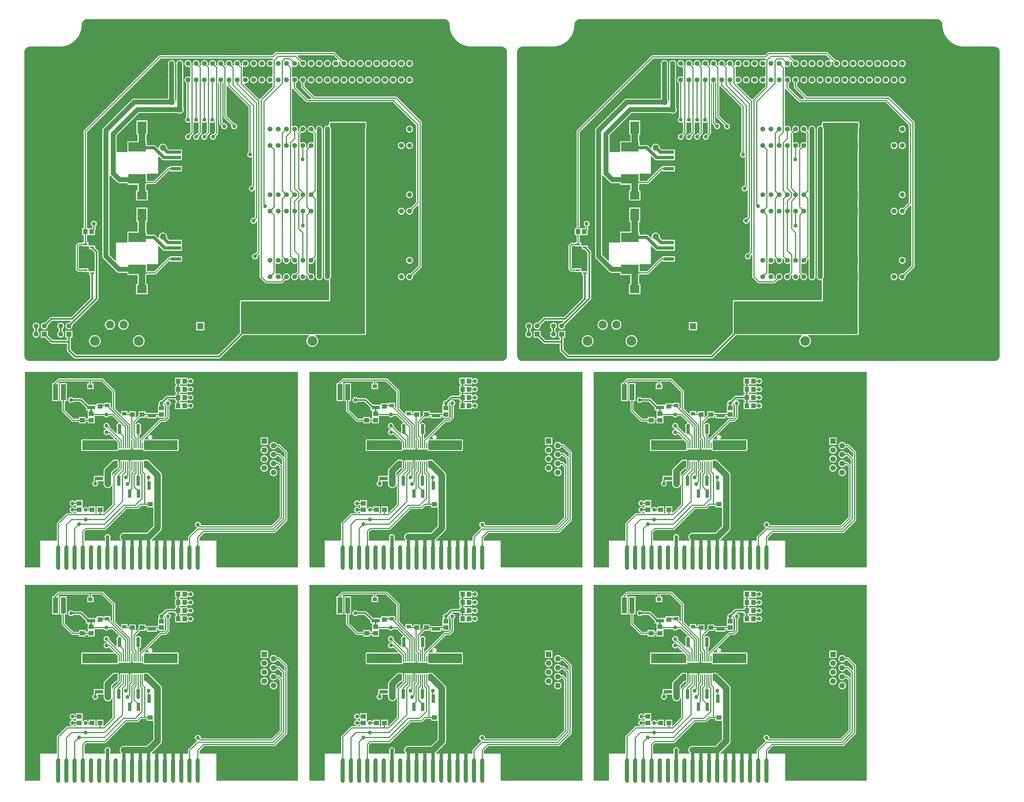
<source format=gtl>
%FSLAX42Y42*%
%MOMM*%
G71*
G01*
G75*
G04 Layer_Physical_Order=1*
G04 Layer_Color=255*
%ADD10R,1.30X0.60*%
%ADD11R,1.40X1.50*%
%ADD12R,3.00X2.50*%
%ADD13R,3.20X1.05*%
%ADD14R,8.30X10.45*%
%ADD15R,5.40X2.90*%
%ADD16R,5.40X3.00*%
%ADD17R,2.79X3.81*%
%ADD18C,0.31*%
%ADD19C,0.35*%
%ADD20C,0.25*%
%ADD21C,2.00*%
%ADD22C,1.50*%
%ADD23C,0.50*%
%ADD24C,1.00*%
%ADD25O,0.31X2.00*%
%ADD26R,1.50X1.40*%
%ADD27R,1.10X2.60*%
%ADD28R,1.40X1.10*%
%ADD29R,2.60X1.10*%
%ADD30R,3.30X1.10*%
%ADD31R,1.50X5.00*%
%ADD32O,1.27X7.62*%
%ADD33C,2.50*%
%ADD34C,3.00*%
%ADD35C,1.50*%
%ADD36R,1.50X1.50*%
%ADD37C,7.62*%
%ADD38C,1.90*%
%ADD39R,1.90X1.90*%
%ADD40C,1.20*%
%ADD41R,7.00X3.00*%
%ADD42C,4.50*%
%ADD43C,4.70*%
%ADD44R,1.70X1.70*%
%ADD45C,1.70*%
%ADD46C,0.80*%
G36*
X25240Y21768D02*
X25231Y21736D01*
X25215Y21707D01*
X25194Y21682D01*
X25169Y21661D01*
X25139Y21645D01*
X25108Y21636D01*
X25077Y21633D01*
X25075Y21633D01*
X10475D01*
X10473Y21633D01*
X10442Y21636D01*
X10410Y21645D01*
X10381Y21661D01*
X10356Y21682D01*
X10335Y21707D01*
X10319Y21736D01*
X10310Y21768D01*
X10307Y21799D01*
X10307Y21801D01*
Y31201D01*
X10307Y31203D01*
X10310Y31234D01*
X10319Y31265D01*
X10335Y31295D01*
X10356Y31320D01*
X10381Y31341D01*
X10410Y31357D01*
X10442Y31366D01*
X10473Y31369D01*
X10475Y31369D01*
X11400D01*
X11400Y31369D01*
X11476Y31373D01*
X11552Y31386D01*
X11625Y31407D01*
X11696Y31436D01*
X11763Y31473D01*
X11825Y31518D01*
X11882Y31569D01*
X11933Y31626D01*
X11978Y31688D01*
X12015Y31755D01*
X12044Y31826D01*
X12065Y31899D01*
X12078Y31975D01*
X12082Y32051D01*
X12082Y32051D01*
X12082Y32053D01*
X12085Y32084D01*
X12094Y32115D01*
X12110Y32145D01*
X12131Y32170D01*
X12156Y32191D01*
X12185Y32207D01*
X12217Y32216D01*
X12248Y32219D01*
X12250Y32219D01*
X23297D01*
X23300Y32219D01*
X23330Y32216D01*
X23362Y32207D01*
X23391Y32191D01*
X23417Y32170D01*
X23438Y32145D01*
X23453Y32115D01*
X23463Y32084D01*
X23466Y32053D01*
X23465Y32051D01*
X23465Y32051D01*
X23470Y31975D01*
X23483Y31899D01*
X23504Y31826D01*
X23533Y31755D01*
X23570Y31688D01*
X23614Y31626D01*
X23665Y31569D01*
X23722Y31518D01*
X23785Y31473D01*
X23852Y31436D01*
X23922Y31407D01*
X23996Y31386D01*
X24071Y31373D01*
X24147Y31369D01*
X24147Y31369D01*
X25072D01*
X25074Y31369D01*
X25075Y31369D01*
Y31369D01*
X25081Y31369D01*
X25108Y31366D01*
X25139Y31357D01*
X25169Y31341D01*
X25194Y31320D01*
X25215Y31295D01*
X25231Y31265D01*
X25240Y31234D01*
X25243Y31203D01*
X25243Y31201D01*
Y21801D01*
X25243Y21799D01*
X25240Y21768D01*
D02*
G37*
%LPC*%
G36*
X19540Y30845D02*
X19536Y30873D01*
X19526Y30898D01*
X19509Y30921D01*
X19486Y30938D01*
X19461Y30948D01*
X19433Y30952D01*
X19405Y30948D01*
X19380Y30938D01*
X19357Y30921D01*
X19340Y30898D01*
X19330Y30873D01*
X19326Y30845D01*
X19330Y30817D01*
X19340Y30792D01*
X19357Y30769D01*
X19380Y30752D01*
X19405Y30742D01*
X19433Y30738D01*
X19461Y30742D01*
X19486Y30752D01*
X19509Y30769D01*
X19526Y30792D01*
X19536Y30817D01*
X19540Y30845D01*
D02*
G37*
G36*
Y30337D02*
X19536Y30365D01*
X19526Y30390D01*
X19509Y30413D01*
X19486Y30430D01*
X19461Y30440D01*
X19433Y30444D01*
X19405Y30440D01*
X19380Y30430D01*
X19357Y30413D01*
X19340Y30390D01*
X19330Y30365D01*
X19326Y30337D01*
X19330Y30309D01*
X19340Y30284D01*
X19357Y30261D01*
X19380Y30244D01*
X19405Y30234D01*
X19433Y30230D01*
X19461Y30234D01*
X19486Y30244D01*
X19509Y30261D01*
X19526Y30284D01*
X19536Y30309D01*
X19540Y30337D01*
D02*
G37*
G36*
X19286D02*
X19282Y30365D01*
X19272Y30390D01*
X19255Y30413D01*
X19232Y30430D01*
X19207Y30440D01*
X19179Y30444D01*
X19151Y30440D01*
X19126Y30430D01*
X19103Y30413D01*
X19086Y30390D01*
X19076Y30365D01*
X19072Y30337D01*
X19076Y30309D01*
X19086Y30284D01*
X19103Y30261D01*
X19126Y30244D01*
X19151Y30234D01*
X19179Y30230D01*
X19207Y30234D01*
X19232Y30244D01*
X19255Y30261D01*
X19272Y30284D01*
X19282Y30309D01*
X19286Y30337D01*
D02*
G37*
G36*
X17762D02*
X17758Y30365D01*
X17748Y30390D01*
X17731Y30413D01*
X17708Y30430D01*
X17683Y30440D01*
X17655Y30444D01*
X17627Y30440D01*
X17602Y30430D01*
X17579Y30413D01*
X17562Y30390D01*
X17552Y30365D01*
X17548Y30337D01*
X17552Y30309D01*
X17562Y30284D01*
X17579Y30261D01*
X17602Y30244D01*
X17627Y30234D01*
X17655Y30230D01*
X17683Y30234D01*
X17708Y30244D01*
X17731Y30261D01*
X17748Y30284D01*
X17758Y30309D01*
X17762Y30337D01*
D02*
G37*
G36*
X19286Y30845D02*
X19282Y30873D01*
X19272Y30898D01*
X19255Y30921D01*
X19232Y30938D01*
X19207Y30948D01*
X19179Y30952D01*
X19151Y30948D01*
X19126Y30938D01*
X19103Y30921D01*
X19086Y30898D01*
X19076Y30873D01*
X19072Y30845D01*
X19076Y30817D01*
X19086Y30792D01*
X19103Y30769D01*
X19126Y30752D01*
X19151Y30742D01*
X19179Y30738D01*
X19207Y30742D01*
X19232Y30752D01*
X19255Y30769D01*
X19272Y30792D01*
X19282Y30817D01*
X19286Y30845D01*
D02*
G37*
G36*
X19794D02*
X19790Y30873D01*
X19780Y30898D01*
X19763Y30921D01*
X19740Y30938D01*
X19715Y30948D01*
X19687Y30952D01*
X19659Y30948D01*
X19634Y30938D01*
X19611Y30921D01*
X19594Y30898D01*
X19584Y30873D01*
X19580Y30845D01*
X19584Y30817D01*
X19594Y30792D01*
X19611Y30769D01*
X19634Y30752D01*
X19659Y30742D01*
X19687Y30738D01*
X19715Y30742D01*
X19740Y30752D01*
X19763Y30769D01*
X19780Y30792D01*
X19790Y30817D01*
X19794Y30845D01*
D02*
G37*
G36*
X20556D02*
X20552Y30873D01*
X20542Y30898D01*
X20525Y30921D01*
X20502Y30938D01*
X20477Y30948D01*
X20449Y30952D01*
X20421Y30948D01*
X20396Y30938D01*
X20373Y30921D01*
X20356Y30898D01*
X20346Y30873D01*
X20342Y30845D01*
X20346Y30817D01*
X20356Y30792D01*
X20373Y30769D01*
X20396Y30752D01*
X20421Y30742D01*
X20449Y30738D01*
X20477Y30742D01*
X20502Y30752D01*
X20525Y30769D01*
X20542Y30792D01*
X20552Y30817D01*
X20556Y30845D01*
D02*
G37*
G36*
Y30337D02*
X20552Y30365D01*
X20542Y30390D01*
X20525Y30413D01*
X20502Y30430D01*
X20477Y30440D01*
X20449Y30444D01*
X20421Y30440D01*
X20396Y30430D01*
X20373Y30413D01*
X20356Y30390D01*
X20346Y30365D01*
X20342Y30337D01*
X20346Y30309D01*
X20356Y30284D01*
X20373Y30261D01*
X20396Y30244D01*
X20421Y30234D01*
X20449Y30230D01*
X20477Y30234D01*
X20502Y30244D01*
X20525Y30261D01*
X20542Y30284D01*
X20552Y30309D01*
X20556Y30337D01*
D02*
G37*
G36*
X20302D02*
X20298Y30365D01*
X20288Y30390D01*
X20271Y30413D01*
X20248Y30430D01*
X20223Y30440D01*
X20195Y30444D01*
X20167Y30440D01*
X20142Y30430D01*
X20119Y30413D01*
X20102Y30390D01*
X20092Y30365D01*
X20088Y30337D01*
X20092Y30309D01*
X20102Y30284D01*
X20119Y30261D01*
X20142Y30244D01*
X20167Y30234D01*
X20195Y30230D01*
X20223Y30234D01*
X20248Y30244D01*
X20271Y30261D01*
X20288Y30284D01*
X20298Y30309D01*
X20302Y30337D01*
D02*
G37*
G36*
X19794D02*
X19790Y30365D01*
X19780Y30390D01*
X19763Y30413D01*
X19740Y30430D01*
X19715Y30440D01*
X19687Y30444D01*
X19659Y30440D01*
X19634Y30430D01*
X19611Y30413D01*
X19594Y30390D01*
X19584Y30365D01*
X19580Y30337D01*
X19584Y30309D01*
X19594Y30284D01*
X19611Y30261D01*
X19634Y30244D01*
X19659Y30234D01*
X19687Y30230D01*
X19715Y30234D01*
X19740Y30244D01*
X19763Y30261D01*
X19780Y30284D01*
X19790Y30309D01*
X19794Y30337D01*
D02*
G37*
G36*
X20048D02*
X20044Y30365D01*
X20034Y30390D01*
X20017Y30413D01*
X19994Y30430D01*
X19969Y30440D01*
X19941Y30444D01*
X19913Y30440D01*
X19888Y30430D01*
X19865Y30413D01*
X19848Y30390D01*
X19838Y30365D01*
X19834Y30337D01*
X19838Y30309D01*
X19848Y30284D01*
X19865Y30261D01*
X19888Y30244D01*
X19913Y30234D01*
X19941Y30230D01*
X19969Y30234D01*
X19994Y30244D01*
X20017Y30261D01*
X20034Y30284D01*
X20044Y30309D01*
X20048Y30337D01*
D02*
G37*
G36*
X13113Y22759D02*
X13110Y22790D01*
X13101Y22819D01*
X13086Y22846D01*
X13067Y22870D01*
X13043Y22889D01*
X13016Y22904D01*
X12987Y22913D01*
X12956Y22916D01*
X12925Y22913D01*
X12896Y22904D01*
X12869Y22889D01*
X12845Y22870D01*
X12826Y22846D01*
X12811Y22819D01*
X12802Y22790D01*
X12799Y22759D01*
X12802Y22728D01*
X12811Y22699D01*
X12826Y22672D01*
X12845Y22648D01*
X12869Y22629D01*
X12896Y22614D01*
X12925Y22605D01*
X12956Y22602D01*
X12987Y22605D01*
X13016Y22614D01*
X13043Y22629D01*
X13067Y22648D01*
X13086Y22672D01*
X13101Y22699D01*
X13110Y22728D01*
X13113Y22759D01*
D02*
G37*
G36*
X13533D02*
X13530Y22790D01*
X13521Y22819D01*
X13506Y22846D01*
X13487Y22870D01*
X13463Y22889D01*
X13436Y22904D01*
X13407Y22913D01*
X13376Y22916D01*
X13345Y22913D01*
X13316Y22904D01*
X13289Y22889D01*
X13265Y22870D01*
X13246Y22846D01*
X13231Y22819D01*
X13222Y22790D01*
X13219Y22759D01*
X13222Y22728D01*
X13231Y22699D01*
X13246Y22672D01*
X13265Y22648D01*
X13289Y22629D01*
X13316Y22614D01*
X13345Y22605D01*
X13376Y22602D01*
X13407Y22605D01*
X13436Y22614D01*
X13463Y22629D01*
X13487Y22648D01*
X13506Y22672D01*
X13521Y22699D01*
X13530Y22728D01*
X13533Y22759D01*
D02*
G37*
G36*
X12668Y22254D02*
X12664Y22289D01*
X12654Y22324D01*
X12637Y22355D01*
X12615Y22383D01*
X12587Y22405D01*
X12556Y22422D01*
X12521Y22432D01*
X12486Y22436D01*
X12450Y22432D01*
X12416Y22422D01*
X12385Y22405D01*
X12357Y22383D01*
X12335Y22355D01*
X12318Y22324D01*
X12308Y22289D01*
X12304Y22254D01*
X12308Y22218D01*
X12318Y22184D01*
X12335Y22153D01*
X12357Y22125D01*
X12385Y22103D01*
X12416Y22086D01*
X12450Y22076D01*
X12486Y22072D01*
X12521Y22076D01*
X12556Y22086D01*
X12587Y22103D01*
X12615Y22125D01*
X12637Y22153D01*
X12654Y22184D01*
X12664Y22218D01*
X12668Y22254D01*
D02*
G37*
G36*
X10777Y22463D02*
X10773Y22491D01*
X10763Y22516D01*
X10746Y22539D01*
X10727Y22553D01*
Y22627D01*
X10746Y22641D01*
X10763Y22664D01*
X10773Y22689D01*
X10777Y22717D01*
X10773Y22745D01*
X10763Y22770D01*
X10746Y22793D01*
X10723Y22810D01*
X10698Y22820D01*
X10670Y22824D01*
X10642Y22820D01*
X10617Y22810D01*
X10594Y22793D01*
X10577Y22770D01*
X10567Y22745D01*
X10563Y22717D01*
X10567Y22689D01*
X10577Y22664D01*
X10594Y22641D01*
X10613Y22627D01*
Y22553D01*
X10594Y22539D01*
X10577Y22516D01*
X10567Y22491D01*
X10563Y22463D01*
X10567Y22435D01*
X10577Y22410D01*
X10594Y22387D01*
X10617Y22370D01*
X10642Y22360D01*
X10670Y22356D01*
X10698Y22360D01*
X10723Y22370D01*
X10746Y22387D01*
X10763Y22410D01*
X10773Y22435D01*
X10777Y22463D01*
D02*
G37*
G36*
X11539D02*
X11535Y22491D01*
X11525Y22516D01*
X11508Y22539D01*
X11489Y22553D01*
Y22627D01*
X11508Y22641D01*
X11525Y22664D01*
X11535Y22689D01*
X11539Y22717D01*
X11535Y22745D01*
X11525Y22770D01*
X11508Y22793D01*
X11485Y22810D01*
X11460Y22820D01*
X11432Y22824D01*
X11404Y22820D01*
X11379Y22810D01*
X11356Y22793D01*
X11339Y22770D01*
X11329Y22745D01*
X11325Y22717D01*
X11329Y22689D01*
X11339Y22664D01*
X11356Y22641D01*
X11375Y22627D01*
Y22553D01*
X11356Y22539D01*
X11339Y22516D01*
X11329Y22491D01*
X11325Y22463D01*
X11329Y22435D01*
X11339Y22410D01*
X11356Y22387D01*
X11379Y22370D01*
X11404Y22360D01*
X11432Y22356D01*
X11460Y22360D01*
X11485Y22370D01*
X11508Y22387D01*
X11525Y22410D01*
X11535Y22435D01*
X11539Y22463D01*
D02*
G37*
G36*
X14028Y22254D02*
X14024Y22289D01*
X14014Y22324D01*
X13997Y22355D01*
X13975Y22383D01*
X13947Y22405D01*
X13916Y22422D01*
X13881Y22432D01*
X13846Y22436D01*
X13810Y22432D01*
X13776Y22422D01*
X13745Y22405D01*
X13717Y22383D01*
X13695Y22355D01*
X13678Y22324D01*
X13668Y22289D01*
X13664Y22254D01*
X13668Y22218D01*
X13678Y22184D01*
X13695Y22153D01*
X13717Y22125D01*
X13745Y22103D01*
X13776Y22086D01*
X13810Y22076D01*
X13846Y22072D01*
X13881Y22076D01*
X13916Y22086D01*
X13947Y22103D01*
X13975Y22125D01*
X13997Y22153D01*
X14014Y22184D01*
X14024Y22218D01*
X14028Y22254D01*
D02*
G37*
G36*
X17508Y30337D02*
X17504Y30365D01*
X17494Y30390D01*
X17477Y30413D01*
X17454Y30430D01*
X17429Y30440D01*
X17401Y30444D01*
X17373Y30440D01*
X17348Y30430D01*
X17325Y30413D01*
X17308Y30390D01*
X17298Y30365D01*
X17294Y30337D01*
X17298Y30309D01*
X17308Y30284D01*
X17325Y30261D01*
X17348Y30244D01*
X17373Y30234D01*
X17401Y30230D01*
X17429Y30234D01*
X17454Y30244D01*
X17477Y30261D01*
X17494Y30284D01*
X17504Y30309D01*
X17508Y30337D01*
D02*
G37*
G36*
X17762Y30845D02*
X17758Y30873D01*
X17748Y30898D01*
X17731Y30921D01*
X17708Y30938D01*
X17683Y30948D01*
X17655Y30952D01*
X17627Y30948D01*
X17602Y30938D01*
X17579Y30921D01*
X17562Y30898D01*
X17552Y30873D01*
X17548Y30845D01*
X17552Y30817D01*
X17562Y30792D01*
X17579Y30769D01*
X17602Y30752D01*
X17627Y30742D01*
X17655Y30738D01*
X17683Y30742D01*
X17708Y30752D01*
X17731Y30769D01*
X17748Y30792D01*
X17758Y30817D01*
X17762Y30845D01*
D02*
G37*
G36*
X17508D02*
X17504Y30873D01*
X17494Y30898D01*
X17477Y30921D01*
X17454Y30938D01*
X17429Y30948D01*
X17401Y30952D01*
X17373Y30948D01*
X17348Y30938D01*
X17325Y30921D01*
X17308Y30898D01*
X17298Y30873D01*
X17294Y30845D01*
X17298Y30817D01*
X17308Y30792D01*
X17325Y30769D01*
X17348Y30752D01*
X17373Y30742D01*
X17401Y30738D01*
X17429Y30742D01*
X17454Y30752D01*
X17477Y30769D01*
X17494Y30792D01*
X17504Y30817D01*
X17508Y30845D01*
D02*
G37*
G36*
X15246Y29421D02*
X15242Y29454D01*
X15229Y29485D01*
X15226Y29489D01*
Y30845D01*
X15222Y30873D01*
X15212Y30898D01*
X15195Y30921D01*
X15172Y30938D01*
X15147Y30948D01*
X15119Y30952D01*
X15117Y30952D01*
X15115Y30952D01*
X15087Y30948D01*
X15062Y30938D01*
X15039Y30921D01*
X15022Y30898D01*
X15012Y30873D01*
X15008Y30845D01*
X15012Y30817D01*
X15012Y30816D01*
Y30366D01*
X15012Y30365D01*
X15008Y30337D01*
X15012Y30309D01*
X15012Y30308D01*
Y29702D01*
X14983Y29696D01*
X14975Y29715D01*
X14972Y29719D01*
Y30845D01*
X14968Y30873D01*
X14958Y30898D01*
X14941Y30921D01*
X14918Y30938D01*
X14893Y30948D01*
X14865Y30952D01*
X14863Y30952D01*
X14861Y30952D01*
X14833Y30948D01*
X14808Y30938D01*
X14785Y30921D01*
X14768Y30898D01*
X14758Y30873D01*
X14754Y30845D01*
X14758Y30817D01*
X14758Y30816D01*
Y30366D01*
X14758Y30365D01*
X14754Y30337D01*
X14758Y30309D01*
X14758Y30308D01*
Y29758D01*
X13709D01*
X13709Y29758D01*
X13681Y29754D01*
X13656Y29744D01*
X13633Y29727D01*
X12753Y28847D01*
X12753Y28847D01*
X12736Y28824D01*
X12726Y28799D01*
X12726Y28799D01*
X12726Y28799D01*
D01*
X12726Y28799D01*
X12726Y28799D01*
X12722Y28771D01*
X12722Y28771D01*
Y24876D01*
X12722Y24876D01*
X12726Y24848D01*
X12733Y24830D01*
X12736Y24823D01*
X12753Y24800D01*
X12753Y24800D01*
X12753Y24800D01*
X13157Y24396D01*
X13157Y24396D01*
X13180Y24379D01*
X13187Y24376D01*
X13205Y24369D01*
X13233Y24365D01*
X13233Y24365D01*
X13494D01*
Y24291D01*
X13813D01*
Y24018D01*
X13764D01*
Y23706D01*
X14126D01*
Y24018D01*
X14077D01*
Y24291D01*
X14096D01*
Y24313D01*
X14345D01*
X14364Y24316D01*
X14380Y24327D01*
X14795Y24743D01*
X14804D01*
Y24708D01*
X15186D01*
Y24875D01*
X14804D01*
Y24841D01*
X14775D01*
X14756Y24838D01*
X14740Y24827D01*
X14740Y24827D01*
X14740Y24827D01*
X14324Y24411D01*
X14096D01*
Y24632D01*
X14445D01*
Y25177D01*
X14473Y25189D01*
X14587Y25074D01*
X14604Y25061D01*
X14624Y25053D01*
X14624Y25053D01*
X14624Y25053D01*
X14624D01*
X14645Y25050D01*
X14804D01*
Y25048D01*
X15186D01*
Y25197D01*
X15186Y25197D01*
X15186D01*
X15186Y25215D01*
Y25217D01*
Y25218D01*
X15186Y25237D01*
X15186Y25237D01*
X15186D01*
Y25385D01*
X14804D01*
Y25384D01*
X14789D01*
X14718Y25455D01*
X14722Y25487D01*
X14718Y25520D01*
X14705Y25551D01*
X14685Y25577D01*
X14659Y25597D01*
X14628Y25610D01*
X14595Y25614D01*
X14562Y25610D01*
X14531Y25597D01*
X14505Y25577D01*
X14485Y25551D01*
X14472Y25520D01*
X14468Y25487D01*
X14471Y25461D01*
X14444Y25448D01*
X14373Y25520D01*
X14356Y25533D01*
X14336Y25541D01*
X14315Y25544D01*
X14096D01*
Y25638D01*
X14080D01*
Y25940D01*
X14118D01*
Y26383D01*
X13777D01*
Y25940D01*
X13815D01*
Y25638D01*
X13494D01*
Y25302D01*
X13145D01*
Y24750D01*
X13117Y24739D01*
X12936Y24920D01*
Y27378D01*
X12964Y27388D01*
X12979Y27368D01*
X13176Y27171D01*
X13176Y27171D01*
X13199Y27154D01*
X13224Y27144D01*
X13252Y27140D01*
X13494D01*
Y27091D01*
X13813D01*
Y26918D01*
X13764D01*
Y26606D01*
X14126D01*
Y26918D01*
X14077D01*
Y27091D01*
X14096D01*
Y27113D01*
X14345D01*
X14364Y27116D01*
X14380Y27127D01*
X14795Y27543D01*
X14804D01*
Y27508D01*
X15186D01*
Y27675D01*
X14804D01*
Y27641D01*
X14775D01*
X14756Y27638D01*
X14740Y27627D01*
X14740Y27627D01*
X14740Y27627D01*
X14324Y27211D01*
X14096D01*
Y27432D01*
X14445D01*
Y27957D01*
X14473Y27969D01*
X14567Y27874D01*
X14567Y27874D01*
X14567Y27874D01*
X14584Y27861D01*
X14604Y27853D01*
X14625Y27850D01*
X14804D01*
Y27848D01*
X15186D01*
Y28015D01*
D01*
D01*
X15186Y28015D01*
Y28018D01*
X15186D01*
Y28185D01*
X14804D01*
Y28184D01*
X14764D01*
X14721Y28227D01*
X14722Y28237D01*
X14718Y28270D01*
X14705Y28301D01*
X14685Y28327D01*
X14659Y28347D01*
X14628Y28360D01*
X14595Y28364D01*
X14562Y28360D01*
X14531Y28347D01*
X14505Y28327D01*
X14485Y28301D01*
X14472Y28270D01*
X14469Y28242D01*
X14445Y28234D01*
X14439Y28233D01*
X14378Y28295D01*
X14361Y28308D01*
X14341Y28316D01*
X14320Y28319D01*
X14096D01*
Y28438D01*
X14080D01*
Y28640D01*
X14118D01*
Y29083D01*
X13777D01*
Y28640D01*
X13815D01*
Y28438D01*
X13494D01*
Y28102D01*
X13162D01*
Y28623D01*
X13853Y29314D01*
X15051D01*
X15055Y29311D01*
X15086Y29298D01*
X15119Y29294D01*
X15152Y29298D01*
X15183Y29311D01*
X15209Y29331D01*
X15229Y29357D01*
X15242Y29388D01*
X15246Y29421D01*
D02*
G37*
G36*
X15876Y22587D02*
Y22839D01*
X15624D01*
Y22587D01*
X15876D01*
D02*
G37*
G36*
X20810Y30845D02*
X20806Y30873D01*
X20796Y30898D01*
X20779Y30921D01*
X20756Y30938D01*
X20731Y30948D01*
X20703Y30952D01*
X20675Y30948D01*
X20650Y30938D01*
X20627Y30921D01*
X20610Y30898D01*
X20600Y30873D01*
X20596Y30845D01*
X20600Y30817D01*
X20610Y30792D01*
X20627Y30769D01*
X20650Y30752D01*
X20675Y30742D01*
X20703Y30738D01*
X20731Y30742D01*
X20756Y30752D01*
X20779Y30769D01*
X20796Y30792D01*
X20806Y30817D01*
X20810Y30845D01*
D02*
G37*
G36*
X22080Y24241D02*
X22076Y24269D01*
X22066Y24294D01*
X22049Y24317D01*
X22026Y24334D01*
X22001Y24344D01*
X21973Y24348D01*
X21945Y24344D01*
X21920Y24334D01*
X21897Y24317D01*
X21880Y24294D01*
X21870Y24269D01*
X21866Y24241D01*
X21870Y24213D01*
X21880Y24188D01*
X21897Y24165D01*
X21920Y24148D01*
X21945Y24138D01*
X21973Y24134D01*
X22001Y24138D01*
X22026Y24148D01*
X22049Y24165D01*
X22066Y24188D01*
X22076Y24213D01*
X22080Y24241D01*
D02*
G37*
G36*
X22334Y30845D02*
X22330Y30873D01*
X22320Y30898D01*
X22303Y30921D01*
X22280Y30938D01*
X22255Y30948D01*
X22227Y30952D01*
X22199Y30948D01*
X22174Y30938D01*
X22151Y30921D01*
X22134Y30898D01*
X22124Y30873D01*
X22120Y30845D01*
X22124Y30817D01*
X22134Y30792D01*
X22151Y30769D01*
X22174Y30752D01*
X22199Y30742D01*
X22227Y30738D01*
X22255Y30742D01*
X22280Y30752D01*
X22303Y30769D01*
X22320Y30792D01*
X22330Y30817D01*
X22334Y30845D01*
D02*
G37*
G36*
X22080Y26273D02*
X22076Y26301D01*
X22066Y26326D01*
X22049Y26349D01*
X22026Y26366D01*
X22001Y26376D01*
X21973Y26380D01*
X21945Y26376D01*
X21920Y26366D01*
X21897Y26349D01*
X21880Y26326D01*
X21870Y26301D01*
X21866Y26273D01*
X21870Y26245D01*
X21880Y26220D01*
X21897Y26197D01*
X21920Y26180D01*
X21945Y26170D01*
X21973Y26166D01*
X22001Y26170D01*
X22026Y26180D01*
X22049Y26197D01*
X22066Y26220D01*
X22076Y26245D01*
X22080Y26273D01*
D02*
G37*
G36*
Y30337D02*
X22076Y30365D01*
X22066Y30390D01*
X22049Y30413D01*
X22026Y30430D01*
X22001Y30440D01*
X21973Y30444D01*
X21945Y30440D01*
X21920Y30430D01*
X21897Y30413D01*
X21880Y30390D01*
X21870Y30365D01*
X21866Y30337D01*
X21870Y30309D01*
X21880Y30284D01*
X21897Y30261D01*
X21920Y30244D01*
X21945Y30234D01*
X21973Y30230D01*
X22001Y30234D01*
X22026Y30244D01*
X22049Y30261D01*
X22066Y30284D01*
X22076Y30309D01*
X22080Y30337D01*
D02*
G37*
G36*
Y28305D02*
X22076Y28333D01*
X22066Y28358D01*
X22049Y28381D01*
X22026Y28398D01*
X22001Y28408D01*
X21973Y28412D01*
X21945Y28408D01*
X21920Y28398D01*
X21897Y28381D01*
X21880Y28358D01*
X21870Y28333D01*
X21866Y28305D01*
X21870Y28277D01*
X21880Y28252D01*
X21897Y28229D01*
X21920Y28212D01*
X21945Y28202D01*
X21973Y28198D01*
X22001Y28202D01*
X22026Y28212D01*
X22049Y28229D01*
X22066Y28252D01*
X22076Y28277D01*
X22080Y28305D01*
D02*
G37*
G36*
X22334Y30337D02*
X22330Y30365D01*
X22320Y30390D01*
X22303Y30413D01*
X22280Y30430D01*
X22255Y30440D01*
X22227Y30444D01*
X22199Y30440D01*
X22174Y30430D01*
X22151Y30413D01*
X22134Y30390D01*
X22124Y30365D01*
X22120Y30337D01*
X22124Y30309D01*
X22134Y30284D01*
X22151Y30261D01*
X22174Y30244D01*
X22199Y30234D01*
X22227Y30230D01*
X22255Y30234D01*
X22280Y30244D01*
X22303Y30261D01*
X22320Y30284D01*
X22330Y30309D01*
X22334Y30337D01*
D02*
G37*
G36*
Y24749D02*
X22330Y24777D01*
X22320Y24802D01*
X22303Y24825D01*
X22280Y24842D01*
X22255Y24852D01*
X22227Y24856D01*
X22199Y24852D01*
X22174Y24842D01*
X22151Y24825D01*
X22134Y24802D01*
X22124Y24777D01*
X22120Y24749D01*
X22124Y24721D01*
X22134Y24696D01*
X22151Y24673D01*
X22174Y24656D01*
X22199Y24646D01*
X22227Y24642D01*
X22255Y24646D01*
X22280Y24656D01*
X22303Y24673D01*
X22320Y24696D01*
X22330Y24721D01*
X22334Y24749D01*
D02*
G37*
G36*
X22603Y24567D02*
Y29023D01*
X22599Y29042D01*
X22588Y29058D01*
X21840Y29806D01*
X21824Y29817D01*
X21805Y29820D01*
X19287D01*
X18974Y30133D01*
Y30243D01*
X18978Y30244D01*
X19001Y30261D01*
X19018Y30284D01*
X19028Y30309D01*
X19032Y30337D01*
X19028Y30365D01*
X19018Y30390D01*
X19001Y30413D01*
X18978Y30430D01*
X18953Y30440D01*
X18925Y30444D01*
X18897Y30440D01*
X18872Y30430D01*
X18849Y30413D01*
X18832Y30390D01*
X18822Y30365D01*
X18818Y30337D01*
X18822Y30309D01*
X18832Y30284D01*
X18849Y30261D01*
X18872Y30244D01*
X18876Y30243D01*
Y30112D01*
X18879Y30093D01*
X18890Y30077D01*
X19190Y29777D01*
X19179Y29750D01*
X19074D01*
X18714Y30109D01*
Y30240D01*
X18724Y30244D01*
X18747Y30261D01*
X18764Y30284D01*
X18774Y30309D01*
X18778Y30337D01*
X18774Y30365D01*
X18764Y30390D01*
X18747Y30413D01*
X18724Y30430D01*
X18699Y30440D01*
X18671Y30444D01*
X18643Y30440D01*
X18618Y30430D01*
X18617Y30429D01*
X18590Y30442D01*
Y30721D01*
X18586Y30740D01*
X18611Y30757D01*
X18618Y30752D01*
X18643Y30742D01*
X18671Y30738D01*
X18699Y30742D01*
X18724Y30752D01*
X18747Y30769D01*
X18764Y30792D01*
X18774Y30817D01*
X18778Y30845D01*
X18774Y30873D01*
X18766Y30892D01*
X18791Y30909D01*
X18823Y30877D01*
X18822Y30873D01*
X18818Y30845D01*
X18822Y30817D01*
X18832Y30792D01*
X18849Y30769D01*
X18872Y30752D01*
X18897Y30742D01*
X18925Y30738D01*
X18953Y30742D01*
X18978Y30752D01*
X19001Y30769D01*
X19018Y30792D01*
X19028Y30817D01*
X19032Y30845D01*
X19028Y30873D01*
X19018Y30898D01*
X19001Y30921D01*
X18978Y30938D01*
X18953Y30948D01*
X18925Y30952D01*
X18897Y30948D01*
X18893Y30947D01*
X18766Y31074D01*
X18778Y31102D01*
X19868D01*
X20005Y30965D01*
X19988Y30940D01*
X19969Y30948D01*
X19941Y30952D01*
X19913Y30948D01*
X19888Y30938D01*
X19865Y30921D01*
X19848Y30898D01*
X19838Y30873D01*
X19834Y30845D01*
X19838Y30817D01*
X19848Y30792D01*
X19865Y30769D01*
X19888Y30752D01*
X19913Y30742D01*
X19941Y30738D01*
X19969Y30742D01*
X19994Y30752D01*
X20017Y30769D01*
X20034Y30792D01*
X20044Y30817D01*
X20048Y30845D01*
X20044Y30873D01*
X20036Y30892D01*
X20061Y30909D01*
X20093Y30877D01*
X20092Y30873D01*
X20088Y30845D01*
X20092Y30817D01*
X20102Y30792D01*
X20119Y30769D01*
X20142Y30752D01*
X20167Y30742D01*
X20195Y30738D01*
X20223Y30742D01*
X20248Y30752D01*
X20271Y30769D01*
X20288Y30792D01*
X20298Y30817D01*
X20302Y30845D01*
X20298Y30873D01*
X20288Y30898D01*
X20271Y30921D01*
X20248Y30938D01*
X20223Y30948D01*
X20195Y30952D01*
X20167Y30948D01*
X20163Y30947D01*
X19924Y31186D01*
X19908Y31197D01*
X19889Y31200D01*
X18100D01*
X18081Y31197D01*
X18065Y31186D01*
X17979Y31100D01*
X14500D01*
X14481Y31097D01*
X14465Y31086D01*
X14465Y31086D01*
X14465Y31086D01*
X12160Y28781D01*
X12160D01*
D01*
X12160D01*
X12160Y28781D01*
D01*
D01*
Y28781D01*
X12160Y28781D01*
X12160D01*
X12160Y28781D01*
X12160D01*
X12149Y28765D01*
X12146Y28746D01*
Y25747D01*
X12089D01*
Y25535D01*
X12146D01*
Y25307D01*
X12099D01*
Y25295D01*
X11995D01*
X11976Y25292D01*
X11960Y25281D01*
X11960Y25281D01*
X11960Y25281D01*
X11910Y25231D01*
X11910D01*
D01*
X11910D01*
X11910Y25231D01*
D01*
D01*
Y25231D01*
X11910Y25231D01*
X11910D01*
X11910Y25231D01*
X11910D01*
X11899Y25215D01*
X11896Y25196D01*
Y24488D01*
X11899Y24470D01*
X11910Y24454D01*
X11910Y24454D01*
X11910Y24454D01*
X11948Y24416D01*
X11964Y24405D01*
X11982Y24402D01*
X11982Y24402D01*
X11982Y24402D01*
X11982D01*
X12099D01*
Y24385D01*
X12288D01*
X12288Y24385D01*
D01*
D01*
X12291Y24385D01*
D01*
X12309Y24367D01*
Y24290D01*
X12348D01*
Y23580D01*
X11766Y22998D01*
X11148D01*
X11148Y22998D01*
Y22998D01*
X11126Y22994D01*
X11108Y22981D01*
X10947Y22821D01*
X10924Y22824D01*
X10896Y22820D01*
X10871Y22810D01*
X10848Y22793D01*
X10831Y22770D01*
X10821Y22745D01*
X10817Y22717D01*
X10821Y22689D01*
X10831Y22664D01*
X10848Y22641D01*
X10871Y22624D01*
X10896Y22614D01*
X10924Y22610D01*
X10952Y22614D01*
X10977Y22624D01*
X11000Y22641D01*
X11017Y22664D01*
X11027Y22689D01*
X11031Y22717D01*
X11028Y22740D01*
X11172Y22884D01*
X11733D01*
X11744Y22856D01*
X11709Y22821D01*
X11686Y22824D01*
X11658Y22820D01*
X11633Y22810D01*
X11610Y22793D01*
X11593Y22770D01*
X11583Y22745D01*
X11579Y22717D01*
X11583Y22689D01*
X11593Y22664D01*
X11610Y22641D01*
X11633Y22624D01*
X11658Y22614D01*
X11686Y22610D01*
X11714Y22614D01*
X11739Y22624D01*
X11762Y22641D01*
X11779Y22664D01*
X11789Y22689D01*
X11793Y22717D01*
X11790Y22740D01*
X12580Y23531D01*
X12593Y23549D01*
X12597Y23571D01*
Y25016D01*
X12593Y25038D01*
X12580Y25056D01*
X12501Y25136D01*
Y25212D01*
X12312D01*
X12312Y25212D01*
Y25212D01*
X12309Y25212D01*
Y25212D01*
X12309D01*
X12291Y25230D01*
Y25307D01*
X12244D01*
Y25535D01*
X12289D01*
X12491D01*
Y25675D01*
X12491Y25675D01*
X12501Y25690D01*
X12505Y25708D01*
Y25808D01*
X12522Y25821D01*
X12537Y25840D01*
X12546Y25862D01*
X12549Y25886D01*
X12546Y25910D01*
X12537Y25932D01*
X12522Y25951D01*
X12503Y25965D01*
X12481Y25975D01*
X12457Y25978D01*
X12434Y25975D01*
X12412Y25965D01*
X12393Y25951D01*
X12378Y25932D01*
X12369Y25910D01*
X12366Y25886D01*
X12369Y25862D01*
X12378Y25840D01*
X12393Y25821D01*
X12410Y25808D01*
Y25747D01*
X12289D01*
X12244D01*
Y28726D01*
X14520Y31002D01*
X17980D01*
X17991Y30991D01*
X18000Y30975D01*
X17992Y30963D01*
X17988Y30944D01*
D01*
X17988Y30944D01*
D01*
X17962Y30938D01*
X17937Y30948D01*
X17909Y30952D01*
X17881Y30948D01*
X17856Y30938D01*
X17833Y30921D01*
X17816Y30898D01*
X17806Y30873D01*
X17802Y30845D01*
X17806Y30817D01*
X17816Y30792D01*
X17833Y30769D01*
X17856Y30752D01*
X17881Y30742D01*
X17909Y30738D01*
X17937Y30742D01*
X17962Y30752D01*
X17985Y30769D01*
X17988Y30768D01*
Y30463D01*
X17962Y30430D01*
X17937Y30440D01*
X17909Y30444D01*
X17881Y30440D01*
X17856Y30430D01*
X17833Y30413D01*
X17816Y30390D01*
X17806Y30365D01*
X17802Y30337D01*
X17806Y30309D01*
X17816Y30284D01*
X17833Y30261D01*
X17856Y30244D01*
X17881Y30234D01*
X17909Y30230D01*
X17937Y30234D01*
X17962Y30244D01*
X17985Y30261D01*
X17988Y30260D01*
Y30136D01*
X17600Y29748D01*
X17599Y29746D01*
X17569Y29743D01*
X17107Y30205D01*
X17119Y30234D01*
X17147Y30230D01*
X17175Y30234D01*
X17200Y30244D01*
X17223Y30261D01*
X17240Y30284D01*
X17250Y30309D01*
X17254Y30337D01*
X17250Y30365D01*
X17240Y30390D01*
X17223Y30413D01*
X17200Y30430D01*
X17175Y30440D01*
X17147Y30444D01*
X17119Y30440D01*
X17094Y30430D01*
X17093Y30429D01*
X17066Y30442D01*
Y30721D01*
X17062Y30740D01*
X17087Y30757D01*
X17094Y30752D01*
X17119Y30742D01*
X17147Y30738D01*
X17175Y30742D01*
X17200Y30752D01*
X17223Y30769D01*
X17240Y30792D01*
X17250Y30817D01*
X17254Y30845D01*
X17250Y30873D01*
X17240Y30898D01*
X17223Y30921D01*
X17200Y30938D01*
X17175Y30948D01*
X17147Y30952D01*
X17119Y30948D01*
X17094Y30938D01*
X17071Y30921D01*
X17054Y30898D01*
X17044Y30873D01*
X17040Y30845D01*
X17044Y30817D01*
X17052Y30798D01*
X17027Y30781D01*
X16995Y30813D01*
X16996Y30817D01*
X17000Y30845D01*
X16996Y30873D01*
X16986Y30898D01*
X16969Y30921D01*
X16946Y30938D01*
X16921Y30948D01*
X16893Y30952D01*
X16865Y30948D01*
X16840Y30938D01*
X16817Y30921D01*
X16800Y30898D01*
X16790Y30873D01*
X16786Y30845D01*
X16790Y30817D01*
X16798Y30798D01*
X16773Y30781D01*
X16741Y30813D01*
X16742Y30817D01*
X16746Y30845D01*
X16742Y30873D01*
X16732Y30898D01*
X16715Y30921D01*
X16692Y30938D01*
X16667Y30948D01*
X16639Y30952D01*
X16611Y30948D01*
X16586Y30938D01*
X16563Y30921D01*
X16546Y30898D01*
X16536Y30873D01*
X16532Y30845D01*
X16536Y30817D01*
X16544Y30798D01*
X16519Y30781D01*
X16487Y30813D01*
X16488Y30817D01*
X16492Y30845D01*
X16488Y30873D01*
X16478Y30898D01*
X16461Y30921D01*
X16438Y30938D01*
X16413Y30948D01*
X16385Y30952D01*
X16357Y30948D01*
X16332Y30938D01*
X16309Y30921D01*
X16292Y30898D01*
X16282Y30873D01*
X16278Y30845D01*
X16282Y30817D01*
X16290Y30798D01*
X16265Y30781D01*
X16233Y30813D01*
X16234Y30817D01*
X16238Y30845D01*
X16234Y30873D01*
X16224Y30898D01*
X16207Y30921D01*
X16184Y30938D01*
X16159Y30948D01*
X16131Y30952D01*
X16103Y30948D01*
X16078Y30938D01*
X16055Y30921D01*
X16038Y30898D01*
X16028Y30873D01*
X16024Y30845D01*
X16028Y30817D01*
X16036Y30798D01*
X16011Y30781D01*
X15979Y30813D01*
X15980Y30817D01*
X15984Y30845D01*
X15980Y30873D01*
X15970Y30898D01*
X15953Y30921D01*
X15930Y30938D01*
X15905Y30948D01*
X15877Y30952D01*
X15849Y30948D01*
X15824Y30938D01*
X15801Y30921D01*
X15784Y30898D01*
X15774Y30873D01*
X15770Y30845D01*
X15774Y30817D01*
X15782Y30798D01*
X15757Y30781D01*
X15725Y30813D01*
X15726Y30817D01*
X15730Y30845D01*
X15726Y30873D01*
X15716Y30898D01*
X15699Y30921D01*
X15676Y30938D01*
X15651Y30948D01*
X15623Y30952D01*
X15595Y30948D01*
X15570Y30938D01*
X15547Y30921D01*
X15530Y30898D01*
X15520Y30873D01*
X15516Y30845D01*
X15520Y30817D01*
X15528Y30798D01*
X15503Y30781D01*
X15471Y30813D01*
X15472Y30817D01*
X15476Y30845D01*
X15472Y30873D01*
X15462Y30898D01*
X15445Y30921D01*
X15422Y30938D01*
X15397Y30948D01*
X15369Y30952D01*
X15341Y30948D01*
X15316Y30938D01*
X15293Y30921D01*
X15276Y30898D01*
X15266Y30873D01*
X15262Y30845D01*
X15266Y30817D01*
X15276Y30792D01*
X15293Y30769D01*
X15316Y30752D01*
X15341Y30742D01*
X15369Y30738D01*
X15397Y30742D01*
X15401Y30743D01*
X15443Y30701D01*
Y30448D01*
X15418Y30431D01*
X15397Y30440D01*
X15369Y30444D01*
X15341Y30440D01*
X15316Y30430D01*
X15293Y30413D01*
X15276Y30390D01*
X15266Y30365D01*
X15262Y30337D01*
X15266Y30309D01*
X15276Y30284D01*
X15293Y30261D01*
X15316Y30244D01*
X15320Y30243D01*
Y29178D01*
X15304Y29166D01*
X15289Y29147D01*
X15280Y29125D01*
X15277Y29101D01*
X15280Y29077D01*
X15289Y29055D01*
X15304Y29036D01*
X15323Y29021D01*
X15345Y29012D01*
X15369Y29009D01*
X15393Y29012D01*
X15415Y29021D01*
X15434Y29036D01*
X15443Y29033D01*
Y28715D01*
X15392Y28664D01*
X15373Y28667D01*
X15349Y28664D01*
X15327Y28654D01*
X15308Y28640D01*
X15293Y28621D01*
X15284Y28599D01*
X15281Y28575D01*
X15284Y28551D01*
X15293Y28529D01*
X15308Y28510D01*
X15327Y28495D01*
X15349Y28486D01*
X15373Y28483D01*
X15397Y28486D01*
X15419Y28495D01*
X15438Y28510D01*
X15452Y28529D01*
X15462Y28551D01*
X15465Y28575D01*
X15462Y28594D01*
X15527Y28660D01*
X15538Y28676D01*
X15542Y28694D01*
Y29015D01*
X15569Y29028D01*
X15577Y29021D01*
X15599Y29012D01*
X15623Y29009D01*
X15647Y29012D01*
X15669Y29021D01*
X15688Y29036D01*
X15698Y29033D01*
Y28720D01*
X15644Y28666D01*
X15625Y28669D01*
X15601Y28666D01*
X15579Y28656D01*
X15560Y28642D01*
X15545Y28623D01*
X15536Y28601D01*
X15533Y28577D01*
X15536Y28553D01*
X15545Y28531D01*
X15560Y28512D01*
X15579Y28497D01*
X15601Y28488D01*
X15625Y28485D01*
X15649Y28488D01*
X15671Y28497D01*
X15690Y28512D01*
X15704Y28531D01*
X15714Y28553D01*
X15717Y28577D01*
X15714Y28596D01*
X15782Y28665D01*
X15793Y28681D01*
X15797Y28699D01*
Y29012D01*
X15824Y29026D01*
X15829Y29021D01*
X15851Y29012D01*
X15875Y29009D01*
X15899Y29012D01*
X15921Y29021D01*
X15940Y29036D01*
X15951Y29032D01*
Y28723D01*
X15894Y28666D01*
X15875Y28669D01*
X15851Y28666D01*
X15829Y28656D01*
X15810Y28642D01*
X15795Y28623D01*
X15786Y28601D01*
X15783Y28577D01*
X15786Y28553D01*
X15795Y28531D01*
X15810Y28512D01*
X15829Y28497D01*
X15851Y28488D01*
X15875Y28485D01*
X15899Y28488D01*
X15921Y28497D01*
X15940Y28512D01*
X15954Y28531D01*
X15964Y28553D01*
X15967Y28577D01*
X15964Y28596D01*
X16035Y28668D01*
X16046Y28684D01*
X16050Y28702D01*
Y29010D01*
X16077Y29023D01*
X16079Y29021D01*
X16101Y29012D01*
X16125Y29009D01*
X16149Y29012D01*
X16171Y29021D01*
X16190Y29036D01*
X16204Y29055D01*
X16206Y29055D01*
Y28707D01*
X16164Y28666D01*
X16145Y28669D01*
X16121Y28666D01*
X16099Y28656D01*
X16080Y28642D01*
X16065Y28623D01*
X16056Y28601D01*
X16053Y28577D01*
X16056Y28553D01*
X16065Y28531D01*
X16080Y28512D01*
X16099Y28497D01*
X16121Y28488D01*
X16145Y28485D01*
X16169Y28488D01*
X16191Y28497D01*
X16210Y28512D01*
X16224Y28531D01*
X16234Y28553D01*
X16237Y28577D01*
X16234Y28596D01*
X16290Y28652D01*
X16301Y28668D01*
X16304Y28687D01*
Y30231D01*
X16331Y30245D01*
X16332Y30244D01*
X16336Y30243D01*
Y29006D01*
X16339Y28987D01*
X16350Y28971D01*
X16350Y28971D01*
X16350Y28971D01*
X16405Y28916D01*
X16403Y28901D01*
X16406Y28877D01*
X16415Y28855D01*
X16430Y28836D01*
X16449Y28821D01*
X16471Y28812D01*
X16495Y28809D01*
X16519Y28812D01*
X16541Y28821D01*
X16560Y28836D01*
X16574Y28855D01*
X16584Y28877D01*
X16587Y28901D01*
X16584Y28925D01*
X16574Y28947D01*
X16560Y28966D01*
X16541Y28980D01*
X16519Y28990D01*
X16495Y28993D01*
X16471Y28990D01*
X16434Y29026D01*
Y30243D01*
X16438Y30244D01*
X16461Y30261D01*
X16466Y30260D01*
Y29207D01*
X16469Y29188D01*
X16480Y29172D01*
X16480Y29172D01*
X16480Y29172D01*
X16716Y28936D01*
X16711Y28925D01*
X16708Y28901D01*
X16711Y28877D01*
X16720Y28855D01*
X16735Y28836D01*
X16754Y28821D01*
X16776Y28812D01*
X16800Y28809D01*
X16824Y28812D01*
X16846Y28821D01*
X16865Y28836D01*
X16879Y28855D01*
X16889Y28877D01*
X16892Y28901D01*
X16889Y28925D01*
X16879Y28947D01*
X16865Y28966D01*
X16846Y28980D01*
X16824Y28990D01*
X16800Y28993D01*
X16799Y28993D01*
X16564Y29227D01*
Y30147D01*
X16593Y30153D01*
X16604Y30137D01*
X16604Y30137D01*
X16604Y30137D01*
X17246Y29495D01*
Y28104D01*
X17230Y28092D01*
X17215Y28073D01*
X17206Y28051D01*
X17203Y28027D01*
X17206Y28003D01*
X17215Y27981D01*
X17230Y27962D01*
X17249Y27947D01*
X17271Y27938D01*
X17295Y27935D01*
X17319Y27938D01*
X17341Y27947D01*
X17354Y27941D01*
Y27077D01*
X17345Y27069D01*
X17321Y27066D01*
X17299Y27056D01*
X17280Y27042D01*
X17265Y27023D01*
X17256Y27001D01*
X17253Y26977D01*
X17256Y26953D01*
X17265Y26931D01*
X17280Y26912D01*
X17299Y26897D01*
X17321Y26888D01*
X17345Y26885D01*
X17369Y26888D01*
X17391Y26897D01*
X17410Y26912D01*
X17424Y26931D01*
X17434Y26953D01*
X17437Y26977D01*
X17441Y26973D01*
Y26092D01*
X17414Y26066D01*
X17395Y26069D01*
X17371Y26066D01*
X17349Y26056D01*
X17330Y26042D01*
X17315Y26023D01*
X17306Y26001D01*
X17303Y25977D01*
X17306Y25953D01*
X17315Y25931D01*
X17330Y25912D01*
X17349Y25897D01*
X17371Y25888D01*
X17395Y25885D01*
X17419Y25888D01*
X17441Y25897D01*
X17460Y25912D01*
X17474Y25931D01*
X17484Y25953D01*
X17487Y25977D01*
X17489D01*
X17511Y25956D01*
Y25020D01*
X17457Y24967D01*
X17445Y24968D01*
X17422Y24965D01*
X17399Y24956D01*
X17380Y24941D01*
X17366Y24922D01*
X17357Y24900D01*
X17354Y24877D01*
X17357Y24853D01*
X17366Y24831D01*
X17380Y24812D01*
X17399Y24797D01*
X17422Y24788D01*
X17445Y24785D01*
X17469Y24788D01*
X17491Y24797D01*
X17510Y24812D01*
X17525Y24831D01*
X17534Y24853D01*
X17537Y24877D01*
X17534Y24900D01*
X17533Y24903D01*
X17558Y24928D01*
X17586Y24916D01*
Y24247D01*
X17589Y24228D01*
X17600Y24212D01*
X17600Y24212D01*
X17600Y24212D01*
X17760Y24052D01*
X17760Y24052D01*
X17760Y24052D01*
X17776Y24041D01*
X17795Y24038D01*
X18263D01*
X18282Y24041D01*
X18298Y24052D01*
X18385Y24139D01*
X18389Y24138D01*
X18417Y24134D01*
X18445Y24138D01*
X18470Y24148D01*
X18493Y24165D01*
X18510Y24188D01*
X18520Y24213D01*
X18524Y24241D01*
X18520Y24269D01*
X18510Y24294D01*
X18493Y24317D01*
X18470Y24334D01*
X18445Y24344D01*
X18417Y24348D01*
X18389Y24344D01*
X18364Y24334D01*
X18341Y24317D01*
X18324Y24294D01*
X18314Y24269D01*
X18310Y24241D01*
X18314Y24213D01*
X18315Y24209D01*
X18283Y24177D01*
X18258Y24194D01*
X18266Y24213D01*
X18270Y24241D01*
X18266Y24269D01*
X18256Y24294D01*
X18239Y24317D01*
X18216Y24334D01*
X18191Y24344D01*
X18163Y24348D01*
X18135Y24344D01*
X18110Y24334D01*
X18103Y24329D01*
X18078Y24346D01*
X18082Y24364D01*
Y24644D01*
X18109Y24657D01*
X18110Y24656D01*
X18135Y24646D01*
X18163Y24642D01*
X18191Y24646D01*
X18216Y24656D01*
X18239Y24673D01*
X18256Y24696D01*
X18266Y24721D01*
X18270Y24749D01*
X18266Y24777D01*
X18258Y24796D01*
X18283Y24813D01*
X18315Y24781D01*
X18314Y24777D01*
X18310Y24749D01*
X18314Y24721D01*
X18324Y24696D01*
X18341Y24673D01*
X18364Y24656D01*
X18389Y24646D01*
X18417Y24642D01*
X18445Y24646D01*
X18470Y24656D01*
X18493Y24673D01*
X18510Y24696D01*
X18520Y24721D01*
X18524Y24749D01*
X18520Y24777D01*
X18512Y24796D01*
X18537Y24813D01*
X18569Y24781D01*
X18568Y24777D01*
X18564Y24749D01*
X18568Y24721D01*
X18578Y24696D01*
X18595Y24673D01*
X18618Y24656D01*
X18643Y24646D01*
X18671Y24642D01*
X18699Y24646D01*
X18724Y24656D01*
X18747Y24673D01*
X18752Y24672D01*
Y24392D01*
X18703Y24343D01*
X18699Y24344D01*
X18671Y24348D01*
X18643Y24344D01*
X18618Y24334D01*
X18595Y24317D01*
X18578Y24294D01*
X18568Y24269D01*
X18564Y24241D01*
X18568Y24213D01*
X18578Y24188D01*
X18595Y24165D01*
X18618Y24148D01*
X18643Y24138D01*
X18671Y24134D01*
X18699Y24138D01*
X18724Y24148D01*
X18747Y24165D01*
X18764Y24188D01*
X18774Y24213D01*
X18778Y24241D01*
X18774Y24269D01*
X18773Y24273D01*
X18805Y24305D01*
X18830Y24288D01*
X18822Y24269D01*
X18818Y24241D01*
X18822Y24213D01*
X18832Y24188D01*
X18849Y24165D01*
X18872Y24148D01*
X18897Y24138D01*
X18925Y24134D01*
X18953Y24138D01*
X18978Y24148D01*
X19001Y24165D01*
X19018Y24188D01*
X19028Y24213D01*
X19032Y24241D01*
X19028Y24269D01*
X19020Y24288D01*
X19045Y24305D01*
X19077Y24273D01*
X19076Y24269D01*
X19072Y24241D01*
X19076Y24213D01*
X19086Y24188D01*
X19103Y24165D01*
X19126Y24148D01*
X19151Y24138D01*
X19179Y24134D01*
X19207Y24138D01*
X19232Y24148D01*
X19255Y24165D01*
X19272Y24188D01*
X19282Y24213D01*
X19286Y24241D01*
X19282Y24269D01*
X19272Y24294D01*
X19255Y24317D01*
X19232Y24334D01*
X19207Y24344D01*
X19179Y24348D01*
X19151Y24344D01*
X19147Y24343D01*
X19105Y24385D01*
Y24638D01*
X19130Y24655D01*
X19151Y24646D01*
X19179Y24642D01*
X19207Y24646D01*
X19232Y24656D01*
X19255Y24673D01*
X19272Y24696D01*
X19282Y24721D01*
X19286Y24749D01*
X19282Y24777D01*
X19317Y24791D01*
X19326Y24787D01*
Y24750D01*
X19326Y24749D01*
X19326Y24748D01*
Y24242D01*
X19326Y24241D01*
X19330Y24213D01*
X19340Y24188D01*
X19357Y24165D01*
X19380Y24148D01*
X19405Y24138D01*
X19433Y24134D01*
X19461Y24138D01*
X19486Y24148D01*
X19509Y24165D01*
X19509Y24165D01*
X19509Y24165D01*
X19526Y24188D01*
X19536Y24213D01*
X19540Y24241D01*
Y28813D01*
X19536Y28841D01*
X19526Y28866D01*
X19509Y28888D01*
X19509Y28889D01*
X19509Y28889D01*
X19486Y28906D01*
X19461Y28916D01*
X19433Y28920D01*
X19405Y28916D01*
X19380Y28906D01*
X19357Y28889D01*
X19340Y28866D01*
X19330Y28841D01*
X19326Y28813D01*
X19326Y28812D01*
Y28775D01*
X19317Y28771D01*
X19282Y28785D01*
X19286Y28813D01*
X19282Y28841D01*
X19272Y28866D01*
X19255Y28889D01*
X19232Y28906D01*
X19207Y28916D01*
X19179Y28920D01*
X19151Y28916D01*
X19126Y28906D01*
X19103Y28889D01*
X19086Y28866D01*
X19076Y28841D01*
X19072Y28813D01*
X19076Y28785D01*
X19086Y28760D01*
X19103Y28737D01*
X19126Y28720D01*
X19151Y28710D01*
X19179Y28706D01*
X19207Y28710D01*
X19211Y28711D01*
X19253Y28669D01*
Y28416D01*
X19228Y28399D01*
X19207Y28408D01*
X19179Y28412D01*
X19151Y28408D01*
X19126Y28398D01*
X19103Y28381D01*
X19086Y28358D01*
X19076Y28333D01*
X19072Y28305D01*
X19076Y28277D01*
X19077Y28273D01*
X19045Y28241D01*
X19020Y28258D01*
X19028Y28277D01*
X19032Y28305D01*
X19028Y28333D01*
X19018Y28358D01*
X19001Y28381D01*
X18978Y28398D01*
X18953Y28408D01*
X18925Y28412D01*
X18897Y28408D01*
X18872Y28398D01*
X18871Y28397D01*
X18844Y28411D01*
Y28662D01*
X18893Y28711D01*
X18897Y28710D01*
X18925Y28706D01*
X18953Y28710D01*
X18978Y28720D01*
X19001Y28737D01*
X19018Y28760D01*
X19028Y28785D01*
X19032Y28813D01*
X19028Y28841D01*
X19018Y28866D01*
X19001Y28889D01*
X18978Y28906D01*
X18953Y28916D01*
X18925Y28920D01*
X18897Y28916D01*
X18872Y28906D01*
X18849Y28889D01*
X18832Y28866D01*
X18822Y28841D01*
X18818Y28813D01*
X18822Y28785D01*
X18823Y28781D01*
X18791Y28749D01*
X18766Y28766D01*
X18774Y28785D01*
X18778Y28813D01*
X18774Y28841D01*
X18764Y28866D01*
X18747Y28889D01*
X18724Y28906D01*
X18699Y28916D01*
X18671Y28920D01*
X18643Y28916D01*
X18618Y28906D01*
X18617Y28905D01*
X18590Y28918D01*
Y30064D01*
X18619Y30070D01*
X18630Y30054D01*
X18630Y30054D01*
X18630Y30054D01*
X19019Y29665D01*
X19019Y29665D01*
X19019Y29665D01*
X19035Y29654D01*
X19054Y29651D01*
X21708D01*
X22432Y28928D01*
Y26547D01*
X22259Y26375D01*
X22255Y26376D01*
X22227Y26380D01*
X22199Y26376D01*
X22174Y26366D01*
X22151Y26349D01*
X22134Y26326D01*
X22124Y26301D01*
X22120Y26273D01*
X22124Y26245D01*
X22134Y26220D01*
X22151Y26197D01*
X22174Y26180D01*
X22199Y26170D01*
X22227Y26166D01*
X22255Y26170D01*
X22280Y26180D01*
X22303Y26197D01*
X22320Y26220D01*
X22330Y26245D01*
X22334Y26273D01*
X22330Y26301D01*
X22329Y26305D01*
X22476Y26452D01*
X22504Y26441D01*
Y24588D01*
X22259Y24343D01*
X22255Y24344D01*
X22227Y24348D01*
X22199Y24344D01*
X22174Y24334D01*
X22151Y24317D01*
X22134Y24294D01*
X22124Y24269D01*
X22120Y24241D01*
X22124Y24213D01*
X22134Y24188D01*
X22151Y24165D01*
X22174Y24148D01*
X22199Y24138D01*
X22227Y24134D01*
X22255Y24138D01*
X22280Y24148D01*
X22303Y24165D01*
X22320Y24188D01*
X22330Y24213D01*
X22334Y24241D01*
X22330Y24269D01*
X22329Y24273D01*
X22588Y24532D01*
X22599Y24548D01*
X22603Y24567D01*
D02*
G37*
G36*
X22334Y26781D02*
X22330Y26809D01*
X22320Y26834D01*
X22303Y26857D01*
X22280Y26874D01*
X22255Y26884D01*
X22227Y26888D01*
X22199Y26884D01*
X22174Y26874D01*
X22151Y26857D01*
X22134Y26834D01*
X22124Y26809D01*
X22120Y26781D01*
X22124Y26753D01*
X22134Y26728D01*
X22151Y26705D01*
X22174Y26688D01*
X22199Y26678D01*
X22227Y26674D01*
X22255Y26678D01*
X22280Y26688D01*
X22303Y26705D01*
X22320Y26728D01*
X22330Y26753D01*
X22334Y26781D01*
D02*
G37*
G36*
Y28813D02*
X22330Y28841D01*
X22320Y28866D01*
X22303Y28889D01*
X22280Y28906D01*
X22255Y28916D01*
X22227Y28920D01*
X22199Y28916D01*
X22174Y28906D01*
X22151Y28889D01*
X22134Y28866D01*
X22124Y28841D01*
X22120Y28813D01*
X22124Y28785D01*
X22134Y28760D01*
X22151Y28737D01*
X22174Y28720D01*
X22199Y28710D01*
X22227Y28706D01*
X22255Y28710D01*
X22280Y28720D01*
X22303Y28737D01*
X22320Y28760D01*
X22330Y28785D01*
X22334Y28813D01*
D02*
G37*
G36*
Y28305D02*
X22330Y28333D01*
X22320Y28358D01*
X22303Y28381D01*
X22280Y28398D01*
X22255Y28408D01*
X22227Y28412D01*
X22199Y28408D01*
X22174Y28398D01*
X22151Y28381D01*
X22134Y28358D01*
X22124Y28333D01*
X22120Y28305D01*
X22124Y28277D01*
X22134Y28252D01*
X22151Y28229D01*
X22174Y28212D01*
X22199Y28202D01*
X22227Y28198D01*
X22255Y28202D01*
X22280Y28212D01*
X22303Y28229D01*
X22320Y28252D01*
X22330Y28277D01*
X22334Y28305D01*
D02*
G37*
G36*
X20892Y28856D02*
Y29012D01*
X20891Y29015D01*
X20891Y29018D01*
X20890Y29021D01*
X20890Y29021D01*
Y29021D01*
X20889Y29024D01*
X20889Y29024D01*
X20889Y29024D01*
X20886Y29032D01*
X20886Y29032D01*
X20886Y29032D01*
X20883Y29035D01*
X20877Y29041D01*
X20877Y29041D01*
X20877Y29041D01*
X20871Y29043D01*
X20869Y29044D01*
X20869Y29044D01*
X20869Y29044D01*
X20866Y29045D01*
X20866D01*
X20866Y29045D01*
X20863Y29046D01*
X20860D01*
X20857Y29047D01*
X19773D01*
X19770Y29046D01*
X19767Y29046D01*
X19764Y29045D01*
X19764Y29045D01*
X19764D01*
X19761Y29044D01*
X19761Y29044D01*
X19761Y29044D01*
X19753Y29041D01*
X19753Y29041D01*
X19753Y29041D01*
X19750Y29038D01*
X19744Y29032D01*
X19744Y29032D01*
X19744Y29032D01*
X19742Y29026D01*
X19741Y29024D01*
X19741Y29024D01*
X19741Y29024D01*
X19739Y29021D01*
Y29021D01*
X19739Y29021D01*
X19739Y29018D01*
Y29015D01*
X19738Y29012D01*
Y28974D01*
X19715Y28916D01*
X19687Y28920D01*
X19659Y28916D01*
X19634Y28906D01*
X19611Y28889D01*
X19594Y28866D01*
X19584Y28841D01*
X19580Y28813D01*
Y24241D01*
X19584Y24213D01*
X19594Y24188D01*
X19611Y24165D01*
X19634Y24148D01*
X19659Y24138D01*
X19687Y24134D01*
X19715Y24138D01*
X19738Y24122D01*
Y23516D01*
X19738D01*
X19738D01*
X17015D01*
X17012Y23515D01*
X17009Y23515D01*
X17007Y23515D01*
X17007Y23515D01*
X17007D01*
X17004Y23513D01*
X17003Y23513D01*
X17003Y23513D01*
X16995Y23510D01*
X16995Y23510D01*
X16995Y23510D01*
X16992Y23507D01*
X16986Y23501D01*
X16986Y23501D01*
X16986Y23501D01*
X16984Y23495D01*
X16983Y23494D01*
X16983Y23493D01*
X16983Y23493D01*
X16982Y23490D01*
Y23490D01*
X16982Y23490D01*
X16981Y23487D01*
Y23484D01*
X16981Y23481D01*
Y22502D01*
X16306Y21828D01*
X11904D01*
X11743Y21989D01*
Y22357D01*
X11792D01*
Y22569D01*
X11580D01*
Y22357D01*
X11629D01*
Y22288D01*
X11180D01*
X11030Y22438D01*
Y22569D01*
X10818D01*
Y22357D01*
X10949D01*
X11116Y22191D01*
X11134Y22178D01*
X11156Y22174D01*
X11156Y22174D01*
X11156Y22174D01*
X11156D01*
X11629D01*
Y21965D01*
X11633Y21943D01*
X11646Y21925D01*
X11646Y21925D01*
X11646Y21925D01*
X11840Y21731D01*
X11858Y21718D01*
X11880Y21714D01*
X11880Y21714D01*
X11880Y21714D01*
X11880D01*
X16330D01*
X16352Y21718D01*
X16370Y21731D01*
X17076Y22437D01*
X19113D01*
X19120Y22407D01*
X19116Y22405D01*
X19088Y22383D01*
X19066Y22355D01*
X19049Y22324D01*
X19039Y22289D01*
X19035Y22254D01*
X19039Y22218D01*
X19049Y22184D01*
X19066Y22153D01*
X19088Y22125D01*
X19116Y22103D01*
X19147Y22086D01*
X19181Y22076D01*
X19217Y22072D01*
X19252Y22076D01*
X19287Y22086D01*
X19318Y22103D01*
X19346Y22125D01*
X19368Y22153D01*
X19385Y22184D01*
X19395Y22218D01*
X19399Y22254D01*
X19395Y22289D01*
X19385Y22324D01*
X19368Y22355D01*
X19346Y22383D01*
X19318Y22405D01*
X19314Y22407D01*
X19321Y22437D01*
X20819D01*
X20819D01*
D01*
D01*
Y22437D01*
D01*
D01*
D01*
X20825Y22437D01*
X20828Y22438D01*
X20828D01*
D01*
D01*
D01*
X20828Y22438D01*
X20831Y22439D01*
X20833Y22439D01*
X20835D01*
X20843D01*
X20846Y22440D01*
X20849Y22440D01*
X20852Y22440D01*
X20852Y22440D01*
X20852D01*
X20855Y22442D01*
X20855Y22442D01*
X20855Y22442D01*
X20863Y22445D01*
X20863Y22445D01*
X20863Y22445D01*
X20866Y22448D01*
X20872Y22454D01*
X20872Y22454D01*
X20872Y22454D01*
X20874Y22460D01*
X20875Y22462D01*
X20875Y22462D01*
X20875Y22462D01*
X20877Y22465D01*
Y22465D01*
X20877Y22465D01*
X20877Y22468D01*
Y22471D01*
X20878Y22474D01*
Y24112D01*
X20878Y24113D01*
Y24115D01*
X20878Y24115D01*
X20879Y24117D01*
X20880Y24120D01*
X20881Y24123D01*
Y24126D01*
X20882Y24129D01*
Y24353D01*
X20881Y24356D01*
Y24359D01*
X20880Y24362D01*
X20879Y24365D01*
X20878Y24367D01*
X20878Y24367D01*
Y24369D01*
X20878Y24370D01*
Y24620D01*
X20878Y24621D01*
Y24623D01*
X20878Y24623D01*
X20879Y24625D01*
X20880Y24628D01*
X20881Y24631D01*
Y24634D01*
X20882Y24637D01*
Y24861D01*
X20881Y24864D01*
Y24867D01*
X20880Y24870D01*
X20879Y24873D01*
X20878Y24875D01*
X20878Y24875D01*
Y24877D01*
X20878Y24878D01*
Y26144D01*
X20878Y26145D01*
Y26147D01*
X20878Y26147D01*
X20879Y26149D01*
X20880Y26152D01*
X20881Y26155D01*
Y26158D01*
X20882Y26161D01*
Y26385D01*
X20881Y26388D01*
Y26391D01*
X20880Y26394D01*
X20879Y26397D01*
X20878Y26399D01*
X20878Y26399D01*
Y26401D01*
X20878Y26402D01*
Y26652D01*
X20878Y26653D01*
Y26655D01*
X20878Y26655D01*
X20879Y26657D01*
X20880Y26660D01*
X20881Y26663D01*
Y26666D01*
X20882Y26669D01*
Y26893D01*
X20881Y26896D01*
Y26899D01*
X20880Y26902D01*
X20879Y26905D01*
X20878Y26907D01*
X20878Y26907D01*
Y26909D01*
X20878Y26910D01*
Y28176D01*
X20878Y28177D01*
Y28179D01*
X20878Y28179D01*
X20879Y28181D01*
X20880Y28184D01*
X20881Y28187D01*
Y28190D01*
X20882Y28193D01*
Y28417D01*
X20881Y28420D01*
Y28423D01*
X20880Y28426D01*
X20879Y28429D01*
X20878Y28431D01*
X20878Y28431D01*
Y28433D01*
X20878Y28434D01*
Y28684D01*
X20878Y28685D01*
Y28687D01*
X20878Y28687D01*
X20879Y28689D01*
X20880Y28692D01*
X20881Y28695D01*
Y28698D01*
X20882Y28701D01*
Y28811D01*
X20885Y28832D01*
X20889Y28844D01*
X20892Y28856D01*
D02*
G37*
G36*
X21318Y30845D02*
X21314Y30873D01*
X21304Y30898D01*
X21287Y30921D01*
X21264Y30938D01*
X21239Y30948D01*
X21211Y30952D01*
X21183Y30948D01*
X21158Y30938D01*
X21135Y30921D01*
X21118Y30898D01*
X21108Y30873D01*
X21104Y30845D01*
X21108Y30817D01*
X21118Y30792D01*
X21135Y30769D01*
X21158Y30752D01*
X21183Y30742D01*
X21211Y30738D01*
X21239Y30742D01*
X21264Y30752D01*
X21287Y30769D01*
X21304Y30792D01*
X21314Y30817D01*
X21318Y30845D01*
D02*
G37*
G36*
Y30337D02*
X21314Y30365D01*
X21304Y30390D01*
X21287Y30413D01*
X21264Y30430D01*
X21239Y30440D01*
X21211Y30444D01*
X21183Y30440D01*
X21158Y30430D01*
X21135Y30413D01*
X21118Y30390D01*
X21108Y30365D01*
X21104Y30337D01*
X21108Y30309D01*
X21118Y30284D01*
X21135Y30261D01*
X21158Y30244D01*
X21183Y30234D01*
X21211Y30230D01*
X21239Y30234D01*
X21264Y30244D01*
X21287Y30261D01*
X21304Y30284D01*
X21314Y30309D01*
X21318Y30337D01*
D02*
G37*
G36*
X20810D02*
X20806Y30365D01*
X20796Y30390D01*
X20779Y30413D01*
X20756Y30430D01*
X20731Y30440D01*
X20703Y30444D01*
X20675Y30440D01*
X20650Y30430D01*
X20627Y30413D01*
X20610Y30390D01*
X20600Y30365D01*
X20596Y30337D01*
X20600Y30309D01*
X20610Y30284D01*
X20627Y30261D01*
X20650Y30244D01*
X20675Y30234D01*
X20703Y30230D01*
X20731Y30234D01*
X20756Y30244D01*
X20779Y30261D01*
X20796Y30284D01*
X20806Y30309D01*
X20810Y30337D01*
D02*
G37*
G36*
X21064Y30845D02*
X21060Y30873D01*
X21050Y30898D01*
X21033Y30921D01*
X21010Y30938D01*
X20985Y30948D01*
X20957Y30952D01*
X20929Y30948D01*
X20904Y30938D01*
X20881Y30921D01*
X20864Y30898D01*
X20854Y30873D01*
X20850Y30845D01*
X20854Y30817D01*
X20864Y30792D01*
X20881Y30769D01*
X20904Y30752D01*
X20929Y30742D01*
X20957Y30738D01*
X20985Y30742D01*
X21010Y30752D01*
X21033Y30769D01*
X21050Y30792D01*
X21060Y30817D01*
X21064Y30845D01*
D02*
G37*
G36*
Y30337D02*
X21060Y30365D01*
X21050Y30390D01*
X21033Y30413D01*
X21010Y30430D01*
X20985Y30440D01*
X20957Y30444D01*
X20929Y30440D01*
X20904Y30430D01*
X20881Y30413D01*
X20864Y30390D01*
X20854Y30365D01*
X20850Y30337D01*
X20854Y30309D01*
X20864Y30284D01*
X20881Y30261D01*
X20904Y30244D01*
X20929Y30234D01*
X20957Y30230D01*
X20985Y30234D01*
X21010Y30244D01*
X21033Y30261D01*
X21050Y30284D01*
X21060Y30309D01*
X21064Y30337D01*
D02*
G37*
G36*
X21826Y30845D02*
X21822Y30873D01*
X21812Y30898D01*
X21795Y30921D01*
X21772Y30938D01*
X21747Y30948D01*
X21719Y30952D01*
X21691Y30948D01*
X21666Y30938D01*
X21643Y30921D01*
X21626Y30898D01*
X21616Y30873D01*
X21612Y30845D01*
X21616Y30817D01*
X21626Y30792D01*
X21643Y30769D01*
X21666Y30752D01*
X21691Y30742D01*
X21719Y30738D01*
X21747Y30742D01*
X21772Y30752D01*
X21795Y30769D01*
X21812Y30792D01*
X21822Y30817D01*
X21826Y30845D01*
D02*
G37*
G36*
Y30337D02*
X21822Y30365D01*
X21812Y30390D01*
X21795Y30413D01*
X21772Y30430D01*
X21747Y30440D01*
X21719Y30444D01*
X21691Y30440D01*
X21666Y30430D01*
X21643Y30413D01*
X21626Y30390D01*
X21616Y30365D01*
X21612Y30337D01*
X21616Y30309D01*
X21626Y30284D01*
X21643Y30261D01*
X21666Y30244D01*
X21691Y30234D01*
X21719Y30230D01*
X21747Y30234D01*
X21772Y30244D01*
X21795Y30261D01*
X21812Y30284D01*
X21822Y30309D01*
X21826Y30337D01*
D02*
G37*
G36*
X22080Y30845D02*
X22076Y30873D01*
X22066Y30898D01*
X22049Y30921D01*
X22026Y30938D01*
X22001Y30948D01*
X21973Y30952D01*
X21945Y30948D01*
X21920Y30938D01*
X21897Y30921D01*
X21880Y30898D01*
X21870Y30873D01*
X21866Y30845D01*
X21870Y30817D01*
X21880Y30792D01*
X21897Y30769D01*
X21920Y30752D01*
X21945Y30742D01*
X21973Y30738D01*
X22001Y30742D01*
X22026Y30752D01*
X22049Y30769D01*
X22066Y30792D01*
X22076Y30817D01*
X22080Y30845D01*
D02*
G37*
G36*
X21572Y30337D02*
X21568Y30365D01*
X21558Y30390D01*
X21541Y30413D01*
X21518Y30430D01*
X21493Y30440D01*
X21465Y30444D01*
X21437Y30440D01*
X21412Y30430D01*
X21389Y30413D01*
X21372Y30390D01*
X21362Y30365D01*
X21358Y30337D01*
X21362Y30309D01*
X21372Y30284D01*
X21389Y30261D01*
X21412Y30244D01*
X21437Y30234D01*
X21465Y30230D01*
X21493Y30234D01*
X21518Y30244D01*
X21541Y30261D01*
X21558Y30284D01*
X21568Y30309D01*
X21572Y30337D01*
D02*
G37*
G36*
Y30845D02*
X21568Y30873D01*
X21558Y30898D01*
X21541Y30921D01*
X21518Y30938D01*
X21493Y30948D01*
X21465Y30952D01*
X21437Y30948D01*
X21412Y30938D01*
X21389Y30921D01*
X21372Y30898D01*
X21362Y30873D01*
X21358Y30845D01*
X21362Y30817D01*
X21372Y30792D01*
X21389Y30769D01*
X21412Y30752D01*
X21437Y30742D01*
X21465Y30738D01*
X21493Y30742D01*
X21518Y30752D01*
X21541Y30769D01*
X21558Y30792D01*
X21568Y30817D01*
X21572Y30845D01*
D02*
G37*
%LPD*%
G36*
X20854Y28841D02*
X20850Y28813D01*
Y28701D01*
X20848Y28699D01*
X20848Y28697D01*
X20847Y28695D01*
X20847Y28691D01*
X20846Y28687D01*
Y28431D01*
X20847Y28427D01*
X20847Y28423D01*
X20848Y28421D01*
X20848Y28419D01*
X20850Y28417D01*
Y28193D01*
X20848Y28191D01*
X20848Y28189D01*
X20847Y28187D01*
X20847Y28183D01*
X20846Y28179D01*
Y26907D01*
X20847Y26903D01*
X20847Y26899D01*
X20848Y26897D01*
X20848Y26895D01*
X20850Y26893D01*
Y26669D01*
X20848Y26667D01*
X20848Y26665D01*
X20847Y26663D01*
X20847Y26659D01*
X20846Y26655D01*
Y26399D01*
X20847Y26395D01*
X20847Y26391D01*
X20848Y26389D01*
X20848Y26387D01*
X20850Y26385D01*
Y26161D01*
X20848Y26159D01*
X20848Y26157D01*
X20847Y26155D01*
X20847Y26151D01*
X20846Y26147D01*
Y24875D01*
X20847Y24871D01*
X20847Y24867D01*
X20848Y24865D01*
X20848Y24863D01*
X20850Y24861D01*
Y24637D01*
X20848Y24635D01*
X20848Y24633D01*
X20847Y24631D01*
X20847Y24627D01*
X20846Y24623D01*
Y24367D01*
X20847Y24363D01*
X20847Y24359D01*
X20848Y24357D01*
X20848Y24355D01*
X20850Y24353D01*
Y24129D01*
X20848Y24127D01*
X20848Y24125D01*
X20847Y24123D01*
X20847Y24119D01*
X20846Y24115D01*
Y22474D01*
X20846Y22471D01*
X20843Y22471D01*
X20835D01*
X20822D01*
Y22469D01*
X20819Y22468D01*
Y22468D01*
X20819Y22468D01*
X19321D01*
X19113D01*
X17076D01*
X17012D01*
Y23481D01*
X17013Y23484D01*
X17015Y23484D01*
X19738D01*
X19738Y23484D01*
X19738Y23484D01*
X19738D01*
X19770D01*
Y24175D01*
X19780Y24188D01*
X19790Y24213D01*
X19794Y24241D01*
Y28813D01*
X19790Y28841D01*
X19780Y28866D01*
X19770Y28879D01*
Y29012D01*
X19770Y29014D01*
X19773Y29015D01*
X20857D01*
X20859Y29014D01*
X20860Y29012D01*
Y28856D01*
X20854Y28841D01*
D02*
G37*
G36*
X12312Y24412D02*
X12312Y24412D01*
Y24412D01*
X12309Y24412D01*
Y24412D01*
X12309D01*
X12291Y24430D01*
Y24507D01*
X12099D01*
Y24500D01*
X12003D01*
X11994Y24509D01*
Y25175D01*
X12015Y25197D01*
X12099D01*
Y25185D01*
X12288D01*
X12288Y25185D01*
D01*
D01*
X12291Y25185D01*
D01*
X12309Y25167D01*
Y25090D01*
X12385D01*
X12483Y24992D01*
Y24412D01*
X12312D01*
D02*
G37*
G36*
X40490Y21768D02*
X40481Y21736D01*
X40465Y21707D01*
X40444Y21682D01*
X40419Y21661D01*
X40389Y21645D01*
X40358Y21636D01*
X40327Y21633D01*
X40325Y21633D01*
X25725D01*
X25723Y21633D01*
X25692Y21636D01*
X25660Y21645D01*
X25631Y21661D01*
X25606Y21682D01*
X25585Y21707D01*
X25569Y21736D01*
X25560Y21768D01*
X25557Y21799D01*
X25557Y21801D01*
Y31201D01*
X25557Y31203D01*
X25560Y31234D01*
X25569Y31265D01*
X25585Y31295D01*
X25606Y31320D01*
X25631Y31341D01*
X25660Y31357D01*
X25692Y31366D01*
X25723Y31369D01*
X25725Y31369D01*
X26650D01*
X26650Y31369D01*
X26726Y31373D01*
X26802Y31386D01*
X26875Y31407D01*
X26946Y31436D01*
X27013Y31473D01*
X27075Y31518D01*
X27132Y31569D01*
X27183Y31626D01*
X27228Y31688D01*
X27265Y31755D01*
X27294Y31826D01*
X27315Y31899D01*
X27328Y31975D01*
X27332Y32051D01*
X27332Y32051D01*
X27332Y32053D01*
X27335Y32084D01*
X27344Y32115D01*
X27360Y32145D01*
X27381Y32170D01*
X27406Y32191D01*
X27435Y32207D01*
X27467Y32216D01*
X27498Y32219D01*
X27500Y32219D01*
X38547D01*
X38550Y32219D01*
X38580Y32216D01*
X38612Y32207D01*
X38641Y32191D01*
X38667Y32170D01*
X38688Y32145D01*
X38703Y32115D01*
X38713Y32084D01*
X38716Y32053D01*
X38715Y32051D01*
X38715Y32051D01*
X38720Y31975D01*
X38733Y31899D01*
X38754Y31826D01*
X38783Y31755D01*
X38820Y31688D01*
X38864Y31626D01*
X38915Y31569D01*
X38972Y31518D01*
X39035Y31473D01*
X39102Y31436D01*
X39172Y31407D01*
X39246Y31386D01*
X39321Y31373D01*
X39397Y31369D01*
X39397Y31369D01*
X40322D01*
X40324Y31369D01*
X40325Y31369D01*
Y31369D01*
X40331Y31369D01*
X40358Y31366D01*
X40389Y31357D01*
X40419Y31341D01*
X40444Y31320D01*
X40465Y31295D01*
X40481Y31265D01*
X40490Y31234D01*
X40493Y31203D01*
X40493Y31201D01*
Y21801D01*
X40493Y21799D01*
X40490Y21768D01*
D02*
G37*
%LPC*%
G36*
X34790Y30845D02*
X34786Y30873D01*
X34776Y30898D01*
X34759Y30921D01*
X34736Y30938D01*
X34711Y30948D01*
X34683Y30952D01*
X34655Y30948D01*
X34630Y30938D01*
X34607Y30921D01*
X34590Y30898D01*
X34580Y30873D01*
X34576Y30845D01*
X34580Y30817D01*
X34590Y30792D01*
X34607Y30769D01*
X34630Y30752D01*
X34655Y30742D01*
X34683Y30738D01*
X34711Y30742D01*
X34736Y30752D01*
X34759Y30769D01*
X34776Y30792D01*
X34786Y30817D01*
X34790Y30845D01*
D02*
G37*
G36*
Y30337D02*
X34786Y30365D01*
X34776Y30390D01*
X34759Y30413D01*
X34736Y30430D01*
X34711Y30440D01*
X34683Y30444D01*
X34655Y30440D01*
X34630Y30430D01*
X34607Y30413D01*
X34590Y30390D01*
X34580Y30365D01*
X34576Y30337D01*
X34580Y30309D01*
X34590Y30284D01*
X34607Y30261D01*
X34630Y30244D01*
X34655Y30234D01*
X34683Y30230D01*
X34711Y30234D01*
X34736Y30244D01*
X34759Y30261D01*
X34776Y30284D01*
X34786Y30309D01*
X34790Y30337D01*
D02*
G37*
G36*
X34536D02*
X34532Y30365D01*
X34522Y30390D01*
X34505Y30413D01*
X34482Y30430D01*
X34457Y30440D01*
X34429Y30444D01*
X34401Y30440D01*
X34376Y30430D01*
X34353Y30413D01*
X34336Y30390D01*
X34326Y30365D01*
X34322Y30337D01*
X34326Y30309D01*
X34336Y30284D01*
X34353Y30261D01*
X34376Y30244D01*
X34401Y30234D01*
X34429Y30230D01*
X34457Y30234D01*
X34482Y30244D01*
X34505Y30261D01*
X34522Y30284D01*
X34532Y30309D01*
X34536Y30337D01*
D02*
G37*
G36*
X33012D02*
X33008Y30365D01*
X32998Y30390D01*
X32981Y30413D01*
X32958Y30430D01*
X32933Y30440D01*
X32905Y30444D01*
X32877Y30440D01*
X32852Y30430D01*
X32829Y30413D01*
X32812Y30390D01*
X32802Y30365D01*
X32798Y30337D01*
X32802Y30309D01*
X32812Y30284D01*
X32829Y30261D01*
X32852Y30244D01*
X32877Y30234D01*
X32905Y30230D01*
X32933Y30234D01*
X32958Y30244D01*
X32981Y30261D01*
X32998Y30284D01*
X33008Y30309D01*
X33012Y30337D01*
D02*
G37*
G36*
X34536Y30845D02*
X34532Y30873D01*
X34522Y30898D01*
X34505Y30921D01*
X34482Y30938D01*
X34457Y30948D01*
X34429Y30952D01*
X34401Y30948D01*
X34376Y30938D01*
X34353Y30921D01*
X34336Y30898D01*
X34326Y30873D01*
X34322Y30845D01*
X34326Y30817D01*
X34336Y30792D01*
X34353Y30769D01*
X34376Y30752D01*
X34401Y30742D01*
X34429Y30738D01*
X34457Y30742D01*
X34482Y30752D01*
X34505Y30769D01*
X34522Y30792D01*
X34532Y30817D01*
X34536Y30845D01*
D02*
G37*
G36*
X35044D02*
X35040Y30873D01*
X35030Y30898D01*
X35013Y30921D01*
X34990Y30938D01*
X34965Y30948D01*
X34937Y30952D01*
X34909Y30948D01*
X34884Y30938D01*
X34861Y30921D01*
X34844Y30898D01*
X34834Y30873D01*
X34830Y30845D01*
X34834Y30817D01*
X34844Y30792D01*
X34861Y30769D01*
X34884Y30752D01*
X34909Y30742D01*
X34937Y30738D01*
X34965Y30742D01*
X34990Y30752D01*
X35013Y30769D01*
X35030Y30792D01*
X35040Y30817D01*
X35044Y30845D01*
D02*
G37*
G36*
X35806D02*
X35802Y30873D01*
X35792Y30898D01*
X35775Y30921D01*
X35752Y30938D01*
X35727Y30948D01*
X35699Y30952D01*
X35671Y30948D01*
X35646Y30938D01*
X35623Y30921D01*
X35606Y30898D01*
X35596Y30873D01*
X35592Y30845D01*
X35596Y30817D01*
X35606Y30792D01*
X35623Y30769D01*
X35646Y30752D01*
X35671Y30742D01*
X35699Y30738D01*
X35727Y30742D01*
X35752Y30752D01*
X35775Y30769D01*
X35792Y30792D01*
X35802Y30817D01*
X35806Y30845D01*
D02*
G37*
G36*
Y30337D02*
X35802Y30365D01*
X35792Y30390D01*
X35775Y30413D01*
X35752Y30430D01*
X35727Y30440D01*
X35699Y30444D01*
X35671Y30440D01*
X35646Y30430D01*
X35623Y30413D01*
X35606Y30390D01*
X35596Y30365D01*
X35592Y30337D01*
X35596Y30309D01*
X35606Y30284D01*
X35623Y30261D01*
X35646Y30244D01*
X35671Y30234D01*
X35699Y30230D01*
X35727Y30234D01*
X35752Y30244D01*
X35775Y30261D01*
X35792Y30284D01*
X35802Y30309D01*
X35806Y30337D01*
D02*
G37*
G36*
X35552D02*
X35548Y30365D01*
X35538Y30390D01*
X35521Y30413D01*
X35498Y30430D01*
X35473Y30440D01*
X35445Y30444D01*
X35417Y30440D01*
X35392Y30430D01*
X35369Y30413D01*
X35352Y30390D01*
X35342Y30365D01*
X35338Y30337D01*
X35342Y30309D01*
X35352Y30284D01*
X35369Y30261D01*
X35392Y30244D01*
X35417Y30234D01*
X35445Y30230D01*
X35473Y30234D01*
X35498Y30244D01*
X35521Y30261D01*
X35538Y30284D01*
X35548Y30309D01*
X35552Y30337D01*
D02*
G37*
G36*
X35044D02*
X35040Y30365D01*
X35030Y30390D01*
X35013Y30413D01*
X34990Y30430D01*
X34965Y30440D01*
X34937Y30444D01*
X34909Y30440D01*
X34884Y30430D01*
X34861Y30413D01*
X34844Y30390D01*
X34834Y30365D01*
X34830Y30337D01*
X34834Y30309D01*
X34844Y30284D01*
X34861Y30261D01*
X34884Y30244D01*
X34909Y30234D01*
X34937Y30230D01*
X34965Y30234D01*
X34990Y30244D01*
X35013Y30261D01*
X35030Y30284D01*
X35040Y30309D01*
X35044Y30337D01*
D02*
G37*
G36*
X35298D02*
X35294Y30365D01*
X35284Y30390D01*
X35267Y30413D01*
X35244Y30430D01*
X35219Y30440D01*
X35191Y30444D01*
X35163Y30440D01*
X35138Y30430D01*
X35115Y30413D01*
X35098Y30390D01*
X35088Y30365D01*
X35084Y30337D01*
X35088Y30309D01*
X35098Y30284D01*
X35115Y30261D01*
X35138Y30244D01*
X35163Y30234D01*
X35191Y30230D01*
X35219Y30234D01*
X35244Y30244D01*
X35267Y30261D01*
X35284Y30284D01*
X35294Y30309D01*
X35298Y30337D01*
D02*
G37*
G36*
X28363Y22759D02*
X28360Y22790D01*
X28351Y22819D01*
X28336Y22846D01*
X28317Y22870D01*
X28293Y22889D01*
X28266Y22904D01*
X28237Y22913D01*
X28206Y22916D01*
X28175Y22913D01*
X28146Y22904D01*
X28119Y22889D01*
X28095Y22870D01*
X28076Y22846D01*
X28061Y22819D01*
X28052Y22790D01*
X28049Y22759D01*
X28052Y22728D01*
X28061Y22699D01*
X28076Y22672D01*
X28095Y22648D01*
X28119Y22629D01*
X28146Y22614D01*
X28175Y22605D01*
X28206Y22602D01*
X28237Y22605D01*
X28266Y22614D01*
X28293Y22629D01*
X28317Y22648D01*
X28336Y22672D01*
X28351Y22699D01*
X28360Y22728D01*
X28363Y22759D01*
D02*
G37*
G36*
X28783D02*
X28780Y22790D01*
X28771Y22819D01*
X28756Y22846D01*
X28737Y22870D01*
X28713Y22889D01*
X28686Y22904D01*
X28657Y22913D01*
X28626Y22916D01*
X28595Y22913D01*
X28566Y22904D01*
X28539Y22889D01*
X28515Y22870D01*
X28496Y22846D01*
X28481Y22819D01*
X28472Y22790D01*
X28469Y22759D01*
X28472Y22728D01*
X28481Y22699D01*
X28496Y22672D01*
X28515Y22648D01*
X28539Y22629D01*
X28566Y22614D01*
X28595Y22605D01*
X28626Y22602D01*
X28657Y22605D01*
X28686Y22614D01*
X28713Y22629D01*
X28737Y22648D01*
X28756Y22672D01*
X28771Y22699D01*
X28780Y22728D01*
X28783Y22759D01*
D02*
G37*
G36*
X27918Y22254D02*
X27914Y22289D01*
X27904Y22324D01*
X27887Y22355D01*
X27865Y22383D01*
X27837Y22405D01*
X27806Y22422D01*
X27771Y22432D01*
X27736Y22436D01*
X27700Y22432D01*
X27666Y22422D01*
X27635Y22405D01*
X27607Y22383D01*
X27585Y22355D01*
X27568Y22324D01*
X27558Y22289D01*
X27554Y22254D01*
X27558Y22218D01*
X27568Y22184D01*
X27585Y22153D01*
X27607Y22125D01*
X27635Y22103D01*
X27666Y22086D01*
X27700Y22076D01*
X27736Y22072D01*
X27771Y22076D01*
X27806Y22086D01*
X27837Y22103D01*
X27865Y22125D01*
X27887Y22153D01*
X27904Y22184D01*
X27914Y22218D01*
X27918Y22254D01*
D02*
G37*
G36*
X26027Y22463D02*
X26023Y22491D01*
X26013Y22516D01*
X25996Y22539D01*
X25977Y22553D01*
Y22627D01*
X25996Y22641D01*
X26013Y22664D01*
X26023Y22689D01*
X26027Y22717D01*
X26023Y22745D01*
X26013Y22770D01*
X25996Y22793D01*
X25973Y22810D01*
X25948Y22820D01*
X25920Y22824D01*
X25892Y22820D01*
X25867Y22810D01*
X25844Y22793D01*
X25827Y22770D01*
X25817Y22745D01*
X25813Y22717D01*
X25817Y22689D01*
X25827Y22664D01*
X25844Y22641D01*
X25863Y22627D01*
Y22553D01*
X25844Y22539D01*
X25827Y22516D01*
X25817Y22491D01*
X25813Y22463D01*
X25817Y22435D01*
X25827Y22410D01*
X25844Y22387D01*
X25867Y22370D01*
X25892Y22360D01*
X25920Y22356D01*
X25948Y22360D01*
X25973Y22370D01*
X25996Y22387D01*
X26013Y22410D01*
X26023Y22435D01*
X26027Y22463D01*
D02*
G37*
G36*
X26789D02*
X26785Y22491D01*
X26775Y22516D01*
X26758Y22539D01*
X26739Y22553D01*
Y22627D01*
X26758Y22641D01*
X26775Y22664D01*
X26785Y22689D01*
X26789Y22717D01*
X26785Y22745D01*
X26775Y22770D01*
X26758Y22793D01*
X26735Y22810D01*
X26710Y22820D01*
X26682Y22824D01*
X26654Y22820D01*
X26629Y22810D01*
X26606Y22793D01*
X26589Y22770D01*
X26579Y22745D01*
X26575Y22717D01*
X26579Y22689D01*
X26589Y22664D01*
X26606Y22641D01*
X26625Y22627D01*
Y22553D01*
X26606Y22539D01*
X26589Y22516D01*
X26579Y22491D01*
X26575Y22463D01*
X26579Y22435D01*
X26589Y22410D01*
X26606Y22387D01*
X26629Y22370D01*
X26654Y22360D01*
X26682Y22356D01*
X26710Y22360D01*
X26735Y22370D01*
X26758Y22387D01*
X26775Y22410D01*
X26785Y22435D01*
X26789Y22463D01*
D02*
G37*
G36*
X29278Y22254D02*
X29274Y22289D01*
X29264Y22324D01*
X29247Y22355D01*
X29225Y22383D01*
X29197Y22405D01*
X29166Y22422D01*
X29131Y22432D01*
X29096Y22436D01*
X29060Y22432D01*
X29026Y22422D01*
X28995Y22405D01*
X28967Y22383D01*
X28945Y22355D01*
X28928Y22324D01*
X28918Y22289D01*
X28914Y22254D01*
X28918Y22218D01*
X28928Y22184D01*
X28945Y22153D01*
X28967Y22125D01*
X28995Y22103D01*
X29026Y22086D01*
X29060Y22076D01*
X29096Y22072D01*
X29131Y22076D01*
X29166Y22086D01*
X29197Y22103D01*
X29225Y22125D01*
X29247Y22153D01*
X29264Y22184D01*
X29274Y22218D01*
X29278Y22254D01*
D02*
G37*
G36*
X32758Y30337D02*
X32754Y30365D01*
X32744Y30390D01*
X32727Y30413D01*
X32704Y30430D01*
X32679Y30440D01*
X32651Y30444D01*
X32623Y30440D01*
X32598Y30430D01*
X32575Y30413D01*
X32558Y30390D01*
X32548Y30365D01*
X32544Y30337D01*
X32548Y30309D01*
X32558Y30284D01*
X32575Y30261D01*
X32598Y30244D01*
X32623Y30234D01*
X32651Y30230D01*
X32679Y30234D01*
X32704Y30244D01*
X32727Y30261D01*
X32744Y30284D01*
X32754Y30309D01*
X32758Y30337D01*
D02*
G37*
G36*
X33012Y30845D02*
X33008Y30873D01*
X32998Y30898D01*
X32981Y30921D01*
X32958Y30938D01*
X32933Y30948D01*
X32905Y30952D01*
X32877Y30948D01*
X32852Y30938D01*
X32829Y30921D01*
X32812Y30898D01*
X32802Y30873D01*
X32798Y30845D01*
X32802Y30817D01*
X32812Y30792D01*
X32829Y30769D01*
X32852Y30752D01*
X32877Y30742D01*
X32905Y30738D01*
X32933Y30742D01*
X32958Y30752D01*
X32981Y30769D01*
X32998Y30792D01*
X33008Y30817D01*
X33012Y30845D01*
D02*
G37*
G36*
X32758D02*
X32754Y30873D01*
X32744Y30898D01*
X32727Y30921D01*
X32704Y30938D01*
X32679Y30948D01*
X32651Y30952D01*
X32623Y30948D01*
X32598Y30938D01*
X32575Y30921D01*
X32558Y30898D01*
X32548Y30873D01*
X32544Y30845D01*
X32548Y30817D01*
X32558Y30792D01*
X32575Y30769D01*
X32598Y30752D01*
X32623Y30742D01*
X32651Y30738D01*
X32679Y30742D01*
X32704Y30752D01*
X32727Y30769D01*
X32744Y30792D01*
X32754Y30817D01*
X32758Y30845D01*
D02*
G37*
G36*
X30496Y29421D02*
X30492Y29454D01*
X30479Y29485D01*
X30476Y29489D01*
Y30845D01*
X30472Y30873D01*
X30462Y30898D01*
X30445Y30921D01*
X30422Y30938D01*
X30397Y30948D01*
X30369Y30952D01*
X30367Y30952D01*
X30365Y30952D01*
X30337Y30948D01*
X30312Y30938D01*
X30289Y30921D01*
X30272Y30898D01*
X30262Y30873D01*
X30258Y30845D01*
X30262Y30817D01*
X30262Y30816D01*
Y30366D01*
X30262Y30365D01*
X30258Y30337D01*
X30262Y30309D01*
X30262Y30308D01*
Y29702D01*
X30233Y29696D01*
X30225Y29715D01*
X30222Y29719D01*
Y30845D01*
X30218Y30873D01*
X30208Y30898D01*
X30191Y30921D01*
X30168Y30938D01*
X30143Y30948D01*
X30115Y30952D01*
X30113Y30952D01*
X30111Y30952D01*
X30083Y30948D01*
X30058Y30938D01*
X30035Y30921D01*
X30018Y30898D01*
X30008Y30873D01*
X30004Y30845D01*
X30008Y30817D01*
X30008Y30816D01*
Y30366D01*
X30008Y30365D01*
X30004Y30337D01*
X30008Y30309D01*
X30008Y30308D01*
Y29758D01*
X28959D01*
X28959Y29758D01*
X28931Y29754D01*
X28906Y29744D01*
X28883Y29727D01*
X28003Y28847D01*
X28003Y28847D01*
X27986Y28824D01*
X27976Y28799D01*
X27976Y28799D01*
X27976Y28799D01*
D01*
X27976Y28799D01*
X27976Y28799D01*
X27972Y28771D01*
X27972Y28771D01*
Y24876D01*
X27972Y24876D01*
X27976Y24848D01*
X27983Y24830D01*
X27986Y24823D01*
X28003Y24800D01*
X28003Y24800D01*
X28003Y24800D01*
X28407Y24396D01*
X28407Y24396D01*
X28430Y24379D01*
X28437Y24376D01*
X28455Y24369D01*
X28483Y24365D01*
X28483Y24365D01*
X28744D01*
Y24291D01*
X29063D01*
Y24018D01*
X29014D01*
Y23706D01*
X29376D01*
Y24018D01*
X29327D01*
Y24291D01*
X29346D01*
Y24313D01*
X29595D01*
X29614Y24316D01*
X29630Y24327D01*
X30045Y24743D01*
X30054D01*
Y24708D01*
X30436D01*
Y24875D01*
X30054D01*
Y24841D01*
X30025D01*
X30006Y24838D01*
X29990Y24827D01*
X29990Y24827D01*
X29990Y24827D01*
X29574Y24411D01*
X29346D01*
Y24632D01*
X29695D01*
Y25177D01*
X29723Y25189D01*
X29837Y25074D01*
X29854Y25061D01*
X29874Y25053D01*
X29874Y25053D01*
X29874Y25053D01*
X29874D01*
X29895Y25050D01*
X30054D01*
Y25048D01*
X30436D01*
Y25197D01*
X30436Y25197D01*
X30436D01*
X30436Y25215D01*
Y25217D01*
Y25218D01*
X30436Y25237D01*
X30436Y25237D01*
X30436D01*
Y25385D01*
X30054D01*
Y25384D01*
X30039D01*
X29968Y25455D01*
X29972Y25487D01*
X29968Y25520D01*
X29955Y25551D01*
X29935Y25577D01*
X29909Y25597D01*
X29878Y25610D01*
X29845Y25614D01*
X29812Y25610D01*
X29781Y25597D01*
X29755Y25577D01*
X29735Y25551D01*
X29722Y25520D01*
X29718Y25487D01*
X29721Y25461D01*
X29694Y25448D01*
X29623Y25520D01*
X29606Y25533D01*
X29586Y25541D01*
X29565Y25544D01*
X29346D01*
Y25638D01*
X29330D01*
Y25940D01*
X29368D01*
Y26383D01*
X29027D01*
Y25940D01*
X29065D01*
Y25638D01*
X28744D01*
Y25302D01*
X28395D01*
Y24750D01*
X28367Y24739D01*
X28186Y24920D01*
Y27378D01*
X28214Y27388D01*
X28229Y27368D01*
X28426Y27171D01*
X28426Y27171D01*
X28449Y27154D01*
X28474Y27144D01*
X28502Y27140D01*
X28744D01*
Y27091D01*
X29063D01*
Y26918D01*
X29014D01*
Y26606D01*
X29376D01*
Y26918D01*
X29327D01*
Y27091D01*
X29346D01*
Y27113D01*
X29595D01*
X29614Y27116D01*
X29630Y27127D01*
X30045Y27543D01*
X30054D01*
Y27508D01*
X30436D01*
Y27675D01*
X30054D01*
Y27641D01*
X30025D01*
X30006Y27638D01*
X29990Y27627D01*
X29990Y27627D01*
X29990Y27627D01*
X29574Y27211D01*
X29346D01*
Y27432D01*
X29695D01*
Y27957D01*
X29723Y27969D01*
X29817Y27874D01*
X29817Y27874D01*
X29817Y27874D01*
X29834Y27861D01*
X29854Y27853D01*
X29875Y27850D01*
X30054D01*
Y27848D01*
X30436D01*
Y28015D01*
D01*
D01*
X30436Y28015D01*
Y28018D01*
X30436D01*
Y28185D01*
X30054D01*
Y28184D01*
X30014D01*
X29971Y28227D01*
X29972Y28237D01*
X29968Y28270D01*
X29955Y28301D01*
X29935Y28327D01*
X29909Y28347D01*
X29878Y28360D01*
X29845Y28364D01*
X29812Y28360D01*
X29781Y28347D01*
X29755Y28327D01*
X29735Y28301D01*
X29722Y28270D01*
X29719Y28242D01*
X29695Y28234D01*
X29689Y28233D01*
X29628Y28295D01*
X29611Y28308D01*
X29591Y28316D01*
X29570Y28319D01*
X29346D01*
Y28438D01*
X29330D01*
Y28640D01*
X29368D01*
Y29083D01*
X29027D01*
Y28640D01*
X29065D01*
Y28438D01*
X28744D01*
Y28102D01*
X28412D01*
Y28623D01*
X29103Y29314D01*
X30301D01*
X30305Y29311D01*
X30336Y29298D01*
X30369Y29294D01*
X30402Y29298D01*
X30433Y29311D01*
X30459Y29331D01*
X30479Y29357D01*
X30492Y29388D01*
X30496Y29421D01*
D02*
G37*
G36*
X31126Y22587D02*
Y22839D01*
X30874D01*
Y22587D01*
X31126D01*
D02*
G37*
G36*
X36060Y30845D02*
X36056Y30873D01*
X36046Y30898D01*
X36029Y30921D01*
X36006Y30938D01*
X35981Y30948D01*
X35953Y30952D01*
X35925Y30948D01*
X35900Y30938D01*
X35877Y30921D01*
X35860Y30898D01*
X35850Y30873D01*
X35846Y30845D01*
X35850Y30817D01*
X35860Y30792D01*
X35877Y30769D01*
X35900Y30752D01*
X35925Y30742D01*
X35953Y30738D01*
X35981Y30742D01*
X36006Y30752D01*
X36029Y30769D01*
X36046Y30792D01*
X36056Y30817D01*
X36060Y30845D01*
D02*
G37*
G36*
X37330Y24241D02*
X37326Y24269D01*
X37316Y24294D01*
X37299Y24317D01*
X37276Y24334D01*
X37251Y24344D01*
X37223Y24348D01*
X37195Y24344D01*
X37170Y24334D01*
X37147Y24317D01*
X37130Y24294D01*
X37120Y24269D01*
X37116Y24241D01*
X37120Y24213D01*
X37130Y24188D01*
X37147Y24165D01*
X37170Y24148D01*
X37195Y24138D01*
X37223Y24134D01*
X37251Y24138D01*
X37276Y24148D01*
X37299Y24165D01*
X37316Y24188D01*
X37326Y24213D01*
X37330Y24241D01*
D02*
G37*
G36*
X37584Y30845D02*
X37580Y30873D01*
X37570Y30898D01*
X37553Y30921D01*
X37530Y30938D01*
X37505Y30948D01*
X37477Y30952D01*
X37449Y30948D01*
X37424Y30938D01*
X37401Y30921D01*
X37384Y30898D01*
X37374Y30873D01*
X37370Y30845D01*
X37374Y30817D01*
X37384Y30792D01*
X37401Y30769D01*
X37424Y30752D01*
X37449Y30742D01*
X37477Y30738D01*
X37505Y30742D01*
X37530Y30752D01*
X37553Y30769D01*
X37570Y30792D01*
X37580Y30817D01*
X37584Y30845D01*
D02*
G37*
G36*
X37330Y26273D02*
X37326Y26301D01*
X37316Y26326D01*
X37299Y26349D01*
X37276Y26366D01*
X37251Y26376D01*
X37223Y26380D01*
X37195Y26376D01*
X37170Y26366D01*
X37147Y26349D01*
X37130Y26326D01*
X37120Y26301D01*
X37116Y26273D01*
X37120Y26245D01*
X37130Y26220D01*
X37147Y26197D01*
X37170Y26180D01*
X37195Y26170D01*
X37223Y26166D01*
X37251Y26170D01*
X37276Y26180D01*
X37299Y26197D01*
X37316Y26220D01*
X37326Y26245D01*
X37330Y26273D01*
D02*
G37*
G36*
Y30337D02*
X37326Y30365D01*
X37316Y30390D01*
X37299Y30413D01*
X37276Y30430D01*
X37251Y30440D01*
X37223Y30444D01*
X37195Y30440D01*
X37170Y30430D01*
X37147Y30413D01*
X37130Y30390D01*
X37120Y30365D01*
X37116Y30337D01*
X37120Y30309D01*
X37130Y30284D01*
X37147Y30261D01*
X37170Y30244D01*
X37195Y30234D01*
X37223Y30230D01*
X37251Y30234D01*
X37276Y30244D01*
X37299Y30261D01*
X37316Y30284D01*
X37326Y30309D01*
X37330Y30337D01*
D02*
G37*
G36*
Y28305D02*
X37326Y28333D01*
X37316Y28358D01*
X37299Y28381D01*
X37276Y28398D01*
X37251Y28408D01*
X37223Y28412D01*
X37195Y28408D01*
X37170Y28398D01*
X37147Y28381D01*
X37130Y28358D01*
X37120Y28333D01*
X37116Y28305D01*
X37120Y28277D01*
X37130Y28252D01*
X37147Y28229D01*
X37170Y28212D01*
X37195Y28202D01*
X37223Y28198D01*
X37251Y28202D01*
X37276Y28212D01*
X37299Y28229D01*
X37316Y28252D01*
X37326Y28277D01*
X37330Y28305D01*
D02*
G37*
G36*
X37584Y30337D02*
X37580Y30365D01*
X37570Y30390D01*
X37553Y30413D01*
X37530Y30430D01*
X37505Y30440D01*
X37477Y30444D01*
X37449Y30440D01*
X37424Y30430D01*
X37401Y30413D01*
X37384Y30390D01*
X37374Y30365D01*
X37370Y30337D01*
X37374Y30309D01*
X37384Y30284D01*
X37401Y30261D01*
X37424Y30244D01*
X37449Y30234D01*
X37477Y30230D01*
X37505Y30234D01*
X37530Y30244D01*
X37553Y30261D01*
X37570Y30284D01*
X37580Y30309D01*
X37584Y30337D01*
D02*
G37*
G36*
Y24749D02*
X37580Y24777D01*
X37570Y24802D01*
X37553Y24825D01*
X37530Y24842D01*
X37505Y24852D01*
X37477Y24856D01*
X37449Y24852D01*
X37424Y24842D01*
X37401Y24825D01*
X37384Y24802D01*
X37374Y24777D01*
X37370Y24749D01*
X37374Y24721D01*
X37384Y24696D01*
X37401Y24673D01*
X37424Y24656D01*
X37449Y24646D01*
X37477Y24642D01*
X37505Y24646D01*
X37530Y24656D01*
X37553Y24673D01*
X37570Y24696D01*
X37580Y24721D01*
X37584Y24749D01*
D02*
G37*
G36*
X37853Y24567D02*
Y29023D01*
X37849Y29042D01*
X37838Y29058D01*
X37090Y29806D01*
X37074Y29817D01*
X37055Y29820D01*
X34537D01*
X34224Y30133D01*
Y30243D01*
X34228Y30244D01*
X34251Y30261D01*
X34268Y30284D01*
X34278Y30309D01*
X34282Y30337D01*
X34278Y30365D01*
X34268Y30390D01*
X34251Y30413D01*
X34228Y30430D01*
X34203Y30440D01*
X34175Y30444D01*
X34147Y30440D01*
X34122Y30430D01*
X34099Y30413D01*
X34082Y30390D01*
X34072Y30365D01*
X34068Y30337D01*
X34072Y30309D01*
X34082Y30284D01*
X34099Y30261D01*
X34122Y30244D01*
X34126Y30243D01*
Y30112D01*
X34129Y30093D01*
X34140Y30077D01*
X34440Y29777D01*
X34429Y29750D01*
X34324D01*
X33964Y30109D01*
Y30240D01*
X33974Y30244D01*
X33997Y30261D01*
X34014Y30284D01*
X34024Y30309D01*
X34028Y30337D01*
X34024Y30365D01*
X34014Y30390D01*
X33997Y30413D01*
X33974Y30430D01*
X33949Y30440D01*
X33921Y30444D01*
X33893Y30440D01*
X33868Y30430D01*
X33867Y30429D01*
X33840Y30442D01*
Y30721D01*
X33836Y30740D01*
X33861Y30757D01*
X33868Y30752D01*
X33893Y30742D01*
X33921Y30738D01*
X33949Y30742D01*
X33974Y30752D01*
X33997Y30769D01*
X34014Y30792D01*
X34024Y30817D01*
X34028Y30845D01*
X34024Y30873D01*
X34016Y30892D01*
X34041Y30909D01*
X34073Y30877D01*
X34072Y30873D01*
X34068Y30845D01*
X34072Y30817D01*
X34082Y30792D01*
X34099Y30769D01*
X34122Y30752D01*
X34147Y30742D01*
X34175Y30738D01*
X34203Y30742D01*
X34228Y30752D01*
X34251Y30769D01*
X34268Y30792D01*
X34278Y30817D01*
X34282Y30845D01*
X34278Y30873D01*
X34268Y30898D01*
X34251Y30921D01*
X34228Y30938D01*
X34203Y30948D01*
X34175Y30952D01*
X34147Y30948D01*
X34143Y30947D01*
X34016Y31074D01*
X34028Y31102D01*
X35118D01*
X35255Y30965D01*
X35238Y30940D01*
X35219Y30948D01*
X35191Y30952D01*
X35163Y30948D01*
X35138Y30938D01*
X35115Y30921D01*
X35098Y30898D01*
X35088Y30873D01*
X35084Y30845D01*
X35088Y30817D01*
X35098Y30792D01*
X35115Y30769D01*
X35138Y30752D01*
X35163Y30742D01*
X35191Y30738D01*
X35219Y30742D01*
X35244Y30752D01*
X35267Y30769D01*
X35284Y30792D01*
X35294Y30817D01*
X35298Y30845D01*
X35294Y30873D01*
X35286Y30892D01*
X35311Y30909D01*
X35343Y30877D01*
X35342Y30873D01*
X35338Y30845D01*
X35342Y30817D01*
X35352Y30792D01*
X35369Y30769D01*
X35392Y30752D01*
X35417Y30742D01*
X35445Y30738D01*
X35473Y30742D01*
X35498Y30752D01*
X35521Y30769D01*
X35538Y30792D01*
X35548Y30817D01*
X35552Y30845D01*
X35548Y30873D01*
X35538Y30898D01*
X35521Y30921D01*
X35498Y30938D01*
X35473Y30948D01*
X35445Y30952D01*
X35417Y30948D01*
X35413Y30947D01*
X35174Y31186D01*
X35158Y31197D01*
X35139Y31200D01*
X33350D01*
X33331Y31197D01*
X33315Y31186D01*
X33229Y31100D01*
X29750D01*
X29731Y31097D01*
X29715Y31086D01*
X29715Y31086D01*
X29715Y31086D01*
X27410Y28781D01*
X27410D01*
D01*
X27410D01*
X27410Y28781D01*
D01*
D01*
Y28781D01*
X27410Y28781D01*
X27410D01*
X27410Y28781D01*
X27410D01*
X27399Y28765D01*
X27396Y28746D01*
Y25747D01*
X27339D01*
Y25535D01*
X27396D01*
Y25307D01*
X27349D01*
Y25295D01*
X27245D01*
X27226Y25292D01*
X27210Y25281D01*
X27210Y25281D01*
X27210Y25281D01*
X27160Y25231D01*
X27160D01*
D01*
X27160D01*
X27160Y25231D01*
D01*
D01*
Y25231D01*
X27160Y25231D01*
X27160D01*
X27160Y25231D01*
X27160D01*
X27149Y25215D01*
X27146Y25196D01*
Y24488D01*
X27149Y24470D01*
X27160Y24454D01*
X27160Y24454D01*
X27160Y24454D01*
X27198Y24416D01*
X27214Y24405D01*
X27232Y24402D01*
X27232Y24402D01*
X27232Y24402D01*
X27232D01*
X27349D01*
Y24385D01*
X27538D01*
X27538Y24385D01*
D01*
D01*
X27541Y24385D01*
D01*
X27559Y24367D01*
Y24290D01*
X27598D01*
Y23580D01*
X27016Y22998D01*
X26398D01*
X26398Y22998D01*
Y22998D01*
X26376Y22994D01*
X26358Y22981D01*
X26197Y22821D01*
X26174Y22824D01*
X26146Y22820D01*
X26121Y22810D01*
X26098Y22793D01*
X26081Y22770D01*
X26071Y22745D01*
X26067Y22717D01*
X26071Y22689D01*
X26081Y22664D01*
X26098Y22641D01*
X26121Y22624D01*
X26146Y22614D01*
X26174Y22610D01*
X26202Y22614D01*
X26227Y22624D01*
X26250Y22641D01*
X26267Y22664D01*
X26277Y22689D01*
X26281Y22717D01*
X26278Y22740D01*
X26422Y22884D01*
X26983D01*
X26994Y22856D01*
X26959Y22821D01*
X26936Y22824D01*
X26908Y22820D01*
X26883Y22810D01*
X26860Y22793D01*
X26843Y22770D01*
X26833Y22745D01*
X26829Y22717D01*
X26833Y22689D01*
X26843Y22664D01*
X26860Y22641D01*
X26883Y22624D01*
X26908Y22614D01*
X26936Y22610D01*
X26964Y22614D01*
X26989Y22624D01*
X27012Y22641D01*
X27029Y22664D01*
X27039Y22689D01*
X27043Y22717D01*
X27040Y22740D01*
X27830Y23531D01*
X27843Y23549D01*
X27847Y23571D01*
Y25016D01*
X27843Y25038D01*
X27830Y25056D01*
X27751Y25136D01*
Y25212D01*
X27562D01*
X27562Y25212D01*
Y25212D01*
X27559Y25212D01*
Y25212D01*
X27559D01*
X27541Y25230D01*
Y25307D01*
X27494D01*
Y25535D01*
X27539D01*
X27741D01*
Y25675D01*
X27741Y25675D01*
X27751Y25690D01*
X27755Y25708D01*
Y25808D01*
X27772Y25821D01*
X27787Y25840D01*
X27796Y25862D01*
X27799Y25886D01*
X27796Y25910D01*
X27787Y25932D01*
X27772Y25951D01*
X27753Y25965D01*
X27731Y25975D01*
X27707Y25978D01*
X27684Y25975D01*
X27662Y25965D01*
X27643Y25951D01*
X27628Y25932D01*
X27619Y25910D01*
X27616Y25886D01*
X27619Y25862D01*
X27628Y25840D01*
X27643Y25821D01*
X27660Y25808D01*
Y25747D01*
X27539D01*
X27494D01*
Y28726D01*
X29770Y31002D01*
X33230D01*
X33241Y30991D01*
X33250Y30975D01*
X33242Y30963D01*
X33238Y30944D01*
D01*
X33238Y30944D01*
D01*
X33212Y30938D01*
X33187Y30948D01*
X33159Y30952D01*
X33131Y30948D01*
X33106Y30938D01*
X33083Y30921D01*
X33066Y30898D01*
X33056Y30873D01*
X33052Y30845D01*
X33056Y30817D01*
X33066Y30792D01*
X33083Y30769D01*
X33106Y30752D01*
X33131Y30742D01*
X33159Y30738D01*
X33187Y30742D01*
X33212Y30752D01*
X33235Y30769D01*
X33238Y30768D01*
Y30463D01*
X33212Y30430D01*
X33187Y30440D01*
X33159Y30444D01*
X33131Y30440D01*
X33106Y30430D01*
X33083Y30413D01*
X33066Y30390D01*
X33056Y30365D01*
X33052Y30337D01*
X33056Y30309D01*
X33066Y30284D01*
X33083Y30261D01*
X33106Y30244D01*
X33131Y30234D01*
X33159Y30230D01*
X33187Y30234D01*
X33212Y30244D01*
X33235Y30261D01*
X33238Y30260D01*
Y30136D01*
X32850Y29748D01*
X32849Y29746D01*
X32819Y29743D01*
X32357Y30205D01*
X32369Y30234D01*
X32397Y30230D01*
X32425Y30234D01*
X32450Y30244D01*
X32473Y30261D01*
X32490Y30284D01*
X32500Y30309D01*
X32504Y30337D01*
X32500Y30365D01*
X32490Y30390D01*
X32473Y30413D01*
X32450Y30430D01*
X32425Y30440D01*
X32397Y30444D01*
X32369Y30440D01*
X32344Y30430D01*
X32343Y30429D01*
X32316Y30442D01*
Y30721D01*
X32312Y30740D01*
X32337Y30757D01*
X32344Y30752D01*
X32369Y30742D01*
X32397Y30738D01*
X32425Y30742D01*
X32450Y30752D01*
X32473Y30769D01*
X32490Y30792D01*
X32500Y30817D01*
X32504Y30845D01*
X32500Y30873D01*
X32490Y30898D01*
X32473Y30921D01*
X32450Y30938D01*
X32425Y30948D01*
X32397Y30952D01*
X32369Y30948D01*
X32344Y30938D01*
X32321Y30921D01*
X32304Y30898D01*
X32294Y30873D01*
X32290Y30845D01*
X32294Y30817D01*
X32302Y30798D01*
X32277Y30781D01*
X32245Y30813D01*
X32246Y30817D01*
X32250Y30845D01*
X32246Y30873D01*
X32236Y30898D01*
X32219Y30921D01*
X32196Y30938D01*
X32171Y30948D01*
X32143Y30952D01*
X32115Y30948D01*
X32090Y30938D01*
X32067Y30921D01*
X32050Y30898D01*
X32040Y30873D01*
X32036Y30845D01*
X32040Y30817D01*
X32048Y30798D01*
X32023Y30781D01*
X31991Y30813D01*
X31992Y30817D01*
X31996Y30845D01*
X31992Y30873D01*
X31982Y30898D01*
X31965Y30921D01*
X31942Y30938D01*
X31917Y30948D01*
X31889Y30952D01*
X31861Y30948D01*
X31836Y30938D01*
X31813Y30921D01*
X31796Y30898D01*
X31786Y30873D01*
X31782Y30845D01*
X31786Y30817D01*
X31794Y30798D01*
X31769Y30781D01*
X31737Y30813D01*
X31738Y30817D01*
X31742Y30845D01*
X31738Y30873D01*
X31728Y30898D01*
X31711Y30921D01*
X31688Y30938D01*
X31663Y30948D01*
X31635Y30952D01*
X31607Y30948D01*
X31582Y30938D01*
X31559Y30921D01*
X31542Y30898D01*
X31532Y30873D01*
X31528Y30845D01*
X31532Y30817D01*
X31540Y30798D01*
X31515Y30781D01*
X31483Y30813D01*
X31484Y30817D01*
X31488Y30845D01*
X31484Y30873D01*
X31474Y30898D01*
X31457Y30921D01*
X31434Y30938D01*
X31409Y30948D01*
X31381Y30952D01*
X31353Y30948D01*
X31328Y30938D01*
X31305Y30921D01*
X31288Y30898D01*
X31278Y30873D01*
X31274Y30845D01*
X31278Y30817D01*
X31286Y30798D01*
X31261Y30781D01*
X31229Y30813D01*
X31230Y30817D01*
X31234Y30845D01*
X31230Y30873D01*
X31220Y30898D01*
X31203Y30921D01*
X31180Y30938D01*
X31155Y30948D01*
X31127Y30952D01*
X31099Y30948D01*
X31074Y30938D01*
X31051Y30921D01*
X31034Y30898D01*
X31024Y30873D01*
X31020Y30845D01*
X31024Y30817D01*
X31032Y30798D01*
X31007Y30781D01*
X30975Y30813D01*
X30976Y30817D01*
X30980Y30845D01*
X30976Y30873D01*
X30966Y30898D01*
X30949Y30921D01*
X30926Y30938D01*
X30901Y30948D01*
X30873Y30952D01*
X30845Y30948D01*
X30820Y30938D01*
X30797Y30921D01*
X30780Y30898D01*
X30770Y30873D01*
X30766Y30845D01*
X30770Y30817D01*
X30778Y30798D01*
X30753Y30781D01*
X30721Y30813D01*
X30722Y30817D01*
X30726Y30845D01*
X30722Y30873D01*
X30712Y30898D01*
X30695Y30921D01*
X30672Y30938D01*
X30647Y30948D01*
X30619Y30952D01*
X30591Y30948D01*
X30566Y30938D01*
X30543Y30921D01*
X30526Y30898D01*
X30516Y30873D01*
X30512Y30845D01*
X30516Y30817D01*
X30526Y30792D01*
X30543Y30769D01*
X30566Y30752D01*
X30591Y30742D01*
X30619Y30738D01*
X30647Y30742D01*
X30651Y30743D01*
X30693Y30701D01*
Y30448D01*
X30668Y30431D01*
X30647Y30440D01*
X30619Y30444D01*
X30591Y30440D01*
X30566Y30430D01*
X30543Y30413D01*
X30526Y30390D01*
X30516Y30365D01*
X30512Y30337D01*
X30516Y30309D01*
X30526Y30284D01*
X30543Y30261D01*
X30566Y30244D01*
X30570Y30243D01*
Y29178D01*
X30554Y29166D01*
X30539Y29147D01*
X30530Y29125D01*
X30527Y29101D01*
X30530Y29077D01*
X30539Y29055D01*
X30554Y29036D01*
X30573Y29021D01*
X30595Y29012D01*
X30619Y29009D01*
X30643Y29012D01*
X30665Y29021D01*
X30684Y29036D01*
X30693Y29033D01*
Y28715D01*
X30642Y28664D01*
X30623Y28667D01*
X30599Y28664D01*
X30577Y28654D01*
X30558Y28640D01*
X30543Y28621D01*
X30534Y28599D01*
X30531Y28575D01*
X30534Y28551D01*
X30543Y28529D01*
X30558Y28510D01*
X30577Y28495D01*
X30599Y28486D01*
X30623Y28483D01*
X30647Y28486D01*
X30669Y28495D01*
X30688Y28510D01*
X30702Y28529D01*
X30712Y28551D01*
X30715Y28575D01*
X30712Y28594D01*
X30777Y28660D01*
X30788Y28676D01*
X30792Y28694D01*
Y29015D01*
X30819Y29028D01*
X30827Y29021D01*
X30849Y29012D01*
X30873Y29009D01*
X30897Y29012D01*
X30919Y29021D01*
X30938Y29036D01*
X30948Y29033D01*
Y28720D01*
X30894Y28666D01*
X30875Y28669D01*
X30851Y28666D01*
X30829Y28656D01*
X30810Y28642D01*
X30795Y28623D01*
X30786Y28601D01*
X30783Y28577D01*
X30786Y28553D01*
X30795Y28531D01*
X30810Y28512D01*
X30829Y28497D01*
X30851Y28488D01*
X30875Y28485D01*
X30899Y28488D01*
X30921Y28497D01*
X30940Y28512D01*
X30954Y28531D01*
X30964Y28553D01*
X30967Y28577D01*
X30964Y28596D01*
X31032Y28665D01*
X31043Y28681D01*
X31047Y28699D01*
Y29012D01*
X31074Y29026D01*
X31079Y29021D01*
X31101Y29012D01*
X31125Y29009D01*
X31149Y29012D01*
X31171Y29021D01*
X31190Y29036D01*
X31201Y29032D01*
Y28723D01*
X31144Y28666D01*
X31125Y28669D01*
X31101Y28666D01*
X31079Y28656D01*
X31060Y28642D01*
X31045Y28623D01*
X31036Y28601D01*
X31033Y28577D01*
X31036Y28553D01*
X31045Y28531D01*
X31060Y28512D01*
X31079Y28497D01*
X31101Y28488D01*
X31125Y28485D01*
X31149Y28488D01*
X31171Y28497D01*
X31190Y28512D01*
X31204Y28531D01*
X31214Y28553D01*
X31217Y28577D01*
X31214Y28596D01*
X31285Y28668D01*
X31296Y28684D01*
X31300Y28702D01*
Y29010D01*
X31327Y29023D01*
X31329Y29021D01*
X31351Y29012D01*
X31375Y29009D01*
X31399Y29012D01*
X31421Y29021D01*
X31440Y29036D01*
X31454Y29055D01*
X31456Y29055D01*
Y28707D01*
X31414Y28666D01*
X31395Y28669D01*
X31371Y28666D01*
X31349Y28656D01*
X31330Y28642D01*
X31315Y28623D01*
X31306Y28601D01*
X31303Y28577D01*
X31306Y28553D01*
X31315Y28531D01*
X31330Y28512D01*
X31349Y28497D01*
X31371Y28488D01*
X31395Y28485D01*
X31419Y28488D01*
X31441Y28497D01*
X31460Y28512D01*
X31474Y28531D01*
X31484Y28553D01*
X31487Y28577D01*
X31484Y28596D01*
X31540Y28652D01*
X31551Y28668D01*
X31554Y28687D01*
Y30231D01*
X31581Y30245D01*
X31582Y30244D01*
X31586Y30243D01*
Y29006D01*
X31589Y28987D01*
X31600Y28971D01*
X31600Y28971D01*
X31600Y28971D01*
X31655Y28916D01*
X31653Y28901D01*
X31656Y28877D01*
X31665Y28855D01*
X31680Y28836D01*
X31699Y28821D01*
X31721Y28812D01*
X31745Y28809D01*
X31769Y28812D01*
X31791Y28821D01*
X31810Y28836D01*
X31824Y28855D01*
X31834Y28877D01*
X31837Y28901D01*
X31834Y28925D01*
X31824Y28947D01*
X31810Y28966D01*
X31791Y28980D01*
X31769Y28990D01*
X31745Y28993D01*
X31721Y28990D01*
X31684Y29026D01*
Y30243D01*
X31688Y30244D01*
X31711Y30261D01*
X31716Y30260D01*
Y29207D01*
X31719Y29188D01*
X31730Y29172D01*
X31730Y29172D01*
X31730Y29172D01*
X31966Y28936D01*
X31961Y28925D01*
X31958Y28901D01*
X31961Y28877D01*
X31970Y28855D01*
X31985Y28836D01*
X32004Y28821D01*
X32026Y28812D01*
X32050Y28809D01*
X32074Y28812D01*
X32096Y28821D01*
X32115Y28836D01*
X32129Y28855D01*
X32139Y28877D01*
X32142Y28901D01*
X32139Y28925D01*
X32129Y28947D01*
X32115Y28966D01*
X32096Y28980D01*
X32074Y28990D01*
X32050Y28993D01*
X32049Y28993D01*
X31814Y29227D01*
Y30147D01*
X31843Y30153D01*
X31854Y30137D01*
X31854Y30137D01*
X31854Y30137D01*
X32496Y29495D01*
Y28104D01*
X32480Y28092D01*
X32465Y28073D01*
X32456Y28051D01*
X32453Y28027D01*
X32456Y28003D01*
X32465Y27981D01*
X32480Y27962D01*
X32499Y27947D01*
X32521Y27938D01*
X32545Y27935D01*
X32569Y27938D01*
X32591Y27947D01*
X32604Y27941D01*
Y27077D01*
X32595Y27069D01*
X32571Y27066D01*
X32549Y27056D01*
X32530Y27042D01*
X32515Y27023D01*
X32506Y27001D01*
X32503Y26977D01*
X32506Y26953D01*
X32515Y26931D01*
X32530Y26912D01*
X32549Y26897D01*
X32571Y26888D01*
X32595Y26885D01*
X32619Y26888D01*
X32641Y26897D01*
X32660Y26912D01*
X32674Y26931D01*
X32684Y26953D01*
X32687Y26977D01*
X32691Y26973D01*
Y26092D01*
X32664Y26066D01*
X32645Y26069D01*
X32621Y26066D01*
X32599Y26056D01*
X32580Y26042D01*
X32565Y26023D01*
X32556Y26001D01*
X32553Y25977D01*
X32556Y25953D01*
X32565Y25931D01*
X32580Y25912D01*
X32599Y25897D01*
X32621Y25888D01*
X32645Y25885D01*
X32669Y25888D01*
X32691Y25897D01*
X32710Y25912D01*
X32724Y25931D01*
X32734Y25953D01*
X32737Y25977D01*
X32739D01*
X32761Y25956D01*
Y25020D01*
X32707Y24967D01*
X32695Y24968D01*
X32672Y24965D01*
X32649Y24956D01*
X32630Y24941D01*
X32616Y24922D01*
X32607Y24900D01*
X32604Y24877D01*
X32607Y24853D01*
X32616Y24831D01*
X32630Y24812D01*
X32649Y24797D01*
X32672Y24788D01*
X32695Y24785D01*
X32719Y24788D01*
X32741Y24797D01*
X32760Y24812D01*
X32775Y24831D01*
X32784Y24853D01*
X32787Y24877D01*
X32784Y24900D01*
X32783Y24903D01*
X32808Y24928D01*
X32836Y24916D01*
Y24247D01*
X32839Y24228D01*
X32850Y24212D01*
X32850Y24212D01*
X32850Y24212D01*
X33010Y24052D01*
X33010Y24052D01*
X33010Y24052D01*
X33026Y24041D01*
X33045Y24038D01*
X33513D01*
X33532Y24041D01*
X33548Y24052D01*
X33635Y24139D01*
X33639Y24138D01*
X33667Y24134D01*
X33695Y24138D01*
X33720Y24148D01*
X33743Y24165D01*
X33760Y24188D01*
X33770Y24213D01*
X33774Y24241D01*
X33770Y24269D01*
X33760Y24294D01*
X33743Y24317D01*
X33720Y24334D01*
X33695Y24344D01*
X33667Y24348D01*
X33639Y24344D01*
X33614Y24334D01*
X33591Y24317D01*
X33574Y24294D01*
X33564Y24269D01*
X33560Y24241D01*
X33564Y24213D01*
X33565Y24209D01*
X33533Y24177D01*
X33508Y24194D01*
X33516Y24213D01*
X33520Y24241D01*
X33516Y24269D01*
X33506Y24294D01*
X33489Y24317D01*
X33466Y24334D01*
X33441Y24344D01*
X33413Y24348D01*
X33385Y24344D01*
X33360Y24334D01*
X33353Y24329D01*
X33328Y24346D01*
X33332Y24364D01*
Y24644D01*
X33359Y24657D01*
X33360Y24656D01*
X33385Y24646D01*
X33413Y24642D01*
X33441Y24646D01*
X33466Y24656D01*
X33489Y24673D01*
X33506Y24696D01*
X33516Y24721D01*
X33520Y24749D01*
X33516Y24777D01*
X33508Y24796D01*
X33533Y24813D01*
X33565Y24781D01*
X33564Y24777D01*
X33560Y24749D01*
X33564Y24721D01*
X33574Y24696D01*
X33591Y24673D01*
X33614Y24656D01*
X33639Y24646D01*
X33667Y24642D01*
X33695Y24646D01*
X33720Y24656D01*
X33743Y24673D01*
X33760Y24696D01*
X33770Y24721D01*
X33774Y24749D01*
X33770Y24777D01*
X33762Y24796D01*
X33787Y24813D01*
X33819Y24781D01*
X33818Y24777D01*
X33814Y24749D01*
X33818Y24721D01*
X33828Y24696D01*
X33845Y24673D01*
X33868Y24656D01*
X33893Y24646D01*
X33921Y24642D01*
X33949Y24646D01*
X33974Y24656D01*
X33997Y24673D01*
X34002Y24672D01*
Y24392D01*
X33953Y24343D01*
X33949Y24344D01*
X33921Y24348D01*
X33893Y24344D01*
X33868Y24334D01*
X33845Y24317D01*
X33828Y24294D01*
X33818Y24269D01*
X33814Y24241D01*
X33818Y24213D01*
X33828Y24188D01*
X33845Y24165D01*
X33868Y24148D01*
X33893Y24138D01*
X33921Y24134D01*
X33949Y24138D01*
X33974Y24148D01*
X33997Y24165D01*
X34014Y24188D01*
X34024Y24213D01*
X34028Y24241D01*
X34024Y24269D01*
X34023Y24273D01*
X34055Y24305D01*
X34080Y24288D01*
X34072Y24269D01*
X34068Y24241D01*
X34072Y24213D01*
X34082Y24188D01*
X34099Y24165D01*
X34122Y24148D01*
X34147Y24138D01*
X34175Y24134D01*
X34203Y24138D01*
X34228Y24148D01*
X34251Y24165D01*
X34268Y24188D01*
X34278Y24213D01*
X34282Y24241D01*
X34278Y24269D01*
X34270Y24288D01*
X34295Y24305D01*
X34327Y24273D01*
X34326Y24269D01*
X34322Y24241D01*
X34326Y24213D01*
X34336Y24188D01*
X34353Y24165D01*
X34376Y24148D01*
X34401Y24138D01*
X34429Y24134D01*
X34457Y24138D01*
X34482Y24148D01*
X34505Y24165D01*
X34522Y24188D01*
X34532Y24213D01*
X34536Y24241D01*
X34532Y24269D01*
X34522Y24294D01*
X34505Y24317D01*
X34482Y24334D01*
X34457Y24344D01*
X34429Y24348D01*
X34401Y24344D01*
X34397Y24343D01*
X34355Y24385D01*
Y24638D01*
X34380Y24655D01*
X34401Y24646D01*
X34429Y24642D01*
X34457Y24646D01*
X34482Y24656D01*
X34505Y24673D01*
X34522Y24696D01*
X34532Y24721D01*
X34536Y24749D01*
X34532Y24777D01*
X34567Y24791D01*
X34576Y24787D01*
Y24750D01*
X34576Y24749D01*
X34576Y24748D01*
Y24242D01*
X34576Y24241D01*
X34580Y24213D01*
X34590Y24188D01*
X34607Y24165D01*
X34630Y24148D01*
X34655Y24138D01*
X34683Y24134D01*
X34711Y24138D01*
X34736Y24148D01*
X34759Y24165D01*
X34759Y24165D01*
X34759Y24165D01*
X34776Y24188D01*
X34786Y24213D01*
X34790Y24241D01*
Y28813D01*
X34786Y28841D01*
X34776Y28866D01*
X34759Y28888D01*
X34759Y28889D01*
X34759Y28889D01*
X34736Y28906D01*
X34711Y28916D01*
X34683Y28920D01*
X34655Y28916D01*
X34630Y28906D01*
X34607Y28889D01*
X34590Y28866D01*
X34580Y28841D01*
X34576Y28813D01*
X34576Y28812D01*
Y28775D01*
X34567Y28771D01*
X34532Y28785D01*
X34536Y28813D01*
X34532Y28841D01*
X34522Y28866D01*
X34505Y28889D01*
X34482Y28906D01*
X34457Y28916D01*
X34429Y28920D01*
X34401Y28916D01*
X34376Y28906D01*
X34353Y28889D01*
X34336Y28866D01*
X34326Y28841D01*
X34322Y28813D01*
X34326Y28785D01*
X34336Y28760D01*
X34353Y28737D01*
X34376Y28720D01*
X34401Y28710D01*
X34429Y28706D01*
X34457Y28710D01*
X34461Y28711D01*
X34503Y28669D01*
Y28416D01*
X34478Y28399D01*
X34457Y28408D01*
X34429Y28412D01*
X34401Y28408D01*
X34376Y28398D01*
X34353Y28381D01*
X34336Y28358D01*
X34326Y28333D01*
X34322Y28305D01*
X34326Y28277D01*
X34327Y28273D01*
X34295Y28241D01*
X34270Y28258D01*
X34278Y28277D01*
X34282Y28305D01*
X34278Y28333D01*
X34268Y28358D01*
X34251Y28381D01*
X34228Y28398D01*
X34203Y28408D01*
X34175Y28412D01*
X34147Y28408D01*
X34122Y28398D01*
X34121Y28397D01*
X34094Y28411D01*
Y28662D01*
X34143Y28711D01*
X34147Y28710D01*
X34175Y28706D01*
X34203Y28710D01*
X34228Y28720D01*
X34251Y28737D01*
X34268Y28760D01*
X34278Y28785D01*
X34282Y28813D01*
X34278Y28841D01*
X34268Y28866D01*
X34251Y28889D01*
X34228Y28906D01*
X34203Y28916D01*
X34175Y28920D01*
X34147Y28916D01*
X34122Y28906D01*
X34099Y28889D01*
X34082Y28866D01*
X34072Y28841D01*
X34068Y28813D01*
X34072Y28785D01*
X34073Y28781D01*
X34041Y28749D01*
X34016Y28766D01*
X34024Y28785D01*
X34028Y28813D01*
X34024Y28841D01*
X34014Y28866D01*
X33997Y28889D01*
X33974Y28906D01*
X33949Y28916D01*
X33921Y28920D01*
X33893Y28916D01*
X33868Y28906D01*
X33867Y28905D01*
X33840Y28918D01*
Y30064D01*
X33869Y30070D01*
X33880Y30054D01*
X33880Y30054D01*
X33880Y30054D01*
X34269Y29665D01*
X34269Y29665D01*
X34269Y29665D01*
X34285Y29654D01*
X34304Y29651D01*
X36958D01*
X37682Y28928D01*
Y26547D01*
X37509Y26375D01*
X37505Y26376D01*
X37477Y26380D01*
X37449Y26376D01*
X37424Y26366D01*
X37401Y26349D01*
X37384Y26326D01*
X37374Y26301D01*
X37370Y26273D01*
X37374Y26245D01*
X37384Y26220D01*
X37401Y26197D01*
X37424Y26180D01*
X37449Y26170D01*
X37477Y26166D01*
X37505Y26170D01*
X37530Y26180D01*
X37553Y26197D01*
X37570Y26220D01*
X37580Y26245D01*
X37584Y26273D01*
X37580Y26301D01*
X37579Y26305D01*
X37726Y26452D01*
X37754Y26441D01*
Y24588D01*
X37509Y24343D01*
X37505Y24344D01*
X37477Y24348D01*
X37449Y24344D01*
X37424Y24334D01*
X37401Y24317D01*
X37384Y24294D01*
X37374Y24269D01*
X37370Y24241D01*
X37374Y24213D01*
X37384Y24188D01*
X37401Y24165D01*
X37424Y24148D01*
X37449Y24138D01*
X37477Y24134D01*
X37505Y24138D01*
X37530Y24148D01*
X37553Y24165D01*
X37570Y24188D01*
X37580Y24213D01*
X37584Y24241D01*
X37580Y24269D01*
X37579Y24273D01*
X37838Y24532D01*
X37849Y24548D01*
X37853Y24567D01*
D02*
G37*
G36*
X37584Y26781D02*
X37580Y26809D01*
X37570Y26834D01*
X37553Y26857D01*
X37530Y26874D01*
X37505Y26884D01*
X37477Y26888D01*
X37449Y26884D01*
X37424Y26874D01*
X37401Y26857D01*
X37384Y26834D01*
X37374Y26809D01*
X37370Y26781D01*
X37374Y26753D01*
X37384Y26728D01*
X37401Y26705D01*
X37424Y26688D01*
X37449Y26678D01*
X37477Y26674D01*
X37505Y26678D01*
X37530Y26688D01*
X37553Y26705D01*
X37570Y26728D01*
X37580Y26753D01*
X37584Y26781D01*
D02*
G37*
G36*
Y28813D02*
X37580Y28841D01*
X37570Y28866D01*
X37553Y28889D01*
X37530Y28906D01*
X37505Y28916D01*
X37477Y28920D01*
X37449Y28916D01*
X37424Y28906D01*
X37401Y28889D01*
X37384Y28866D01*
X37374Y28841D01*
X37370Y28813D01*
X37374Y28785D01*
X37384Y28760D01*
X37401Y28737D01*
X37424Y28720D01*
X37449Y28710D01*
X37477Y28706D01*
X37505Y28710D01*
X37530Y28720D01*
X37553Y28737D01*
X37570Y28760D01*
X37580Y28785D01*
X37584Y28813D01*
D02*
G37*
G36*
Y28305D02*
X37580Y28333D01*
X37570Y28358D01*
X37553Y28381D01*
X37530Y28398D01*
X37505Y28408D01*
X37477Y28412D01*
X37449Y28408D01*
X37424Y28398D01*
X37401Y28381D01*
X37384Y28358D01*
X37374Y28333D01*
X37370Y28305D01*
X37374Y28277D01*
X37384Y28252D01*
X37401Y28229D01*
X37424Y28212D01*
X37449Y28202D01*
X37477Y28198D01*
X37505Y28202D01*
X37530Y28212D01*
X37553Y28229D01*
X37570Y28252D01*
X37580Y28277D01*
X37584Y28305D01*
D02*
G37*
G36*
X36142Y28856D02*
Y29012D01*
X36141Y29015D01*
X36141Y29018D01*
X36140Y29021D01*
X36140Y29021D01*
Y29021D01*
X36139Y29024D01*
X36139Y29024D01*
X36139Y29024D01*
X36136Y29032D01*
X36136Y29032D01*
X36136Y29032D01*
X36133Y29035D01*
X36127Y29041D01*
X36127Y29041D01*
X36127Y29041D01*
X36121Y29043D01*
X36119Y29044D01*
X36119Y29044D01*
X36119Y29044D01*
X36116Y29045D01*
X36116D01*
X36116Y29045D01*
X36113Y29046D01*
X36110D01*
X36107Y29047D01*
X35023D01*
X35020Y29046D01*
X35017Y29046D01*
X35014Y29045D01*
X35014Y29045D01*
X35014D01*
X35011Y29044D01*
X35011Y29044D01*
X35011Y29044D01*
X35003Y29041D01*
X35003Y29041D01*
X35003Y29041D01*
X35000Y29038D01*
X34994Y29032D01*
X34994Y29032D01*
X34994Y29032D01*
X34992Y29026D01*
X34991Y29024D01*
X34991Y29024D01*
X34991Y29024D01*
X34989Y29021D01*
Y29021D01*
X34989Y29021D01*
X34989Y29018D01*
Y29015D01*
X34988Y29012D01*
Y28974D01*
X34965Y28916D01*
X34937Y28920D01*
X34909Y28916D01*
X34884Y28906D01*
X34861Y28889D01*
X34844Y28866D01*
X34834Y28841D01*
X34830Y28813D01*
Y24241D01*
X34834Y24213D01*
X34844Y24188D01*
X34861Y24165D01*
X34884Y24148D01*
X34909Y24138D01*
X34937Y24134D01*
X34965Y24138D01*
X34988Y24122D01*
Y23516D01*
X34988D01*
X34988D01*
X32265D01*
X32262Y23515D01*
X32259Y23515D01*
X32257Y23515D01*
X32257Y23515D01*
X32257D01*
X32254Y23513D01*
X32253Y23513D01*
X32253Y23513D01*
X32245Y23510D01*
X32245Y23510D01*
X32245Y23510D01*
X32242Y23507D01*
X32236Y23501D01*
X32236Y23501D01*
X32236Y23501D01*
X32234Y23495D01*
X32233Y23494D01*
X32233Y23493D01*
X32233Y23493D01*
X32232Y23490D01*
Y23490D01*
X32232Y23490D01*
X32231Y23487D01*
Y23484D01*
X32231Y23481D01*
Y22502D01*
X31556Y21828D01*
X27154D01*
X26993Y21989D01*
Y22357D01*
X27042D01*
Y22569D01*
X26830D01*
Y22357D01*
X26879D01*
Y22288D01*
X26430D01*
X26280Y22438D01*
Y22569D01*
X26068D01*
Y22357D01*
X26199D01*
X26366Y22191D01*
X26384Y22178D01*
X26406Y22174D01*
X26406Y22174D01*
X26406Y22174D01*
X26406D01*
X26879D01*
Y21965D01*
X26883Y21943D01*
X26896Y21925D01*
X26896Y21925D01*
X26896Y21925D01*
X27090Y21731D01*
X27108Y21718D01*
X27130Y21714D01*
X27130Y21714D01*
X27130Y21714D01*
X27130D01*
X31580D01*
X31602Y21718D01*
X31620Y21731D01*
X32326Y22437D01*
X34363D01*
X34370Y22407D01*
X34366Y22405D01*
X34338Y22383D01*
X34316Y22355D01*
X34299Y22324D01*
X34289Y22289D01*
X34285Y22254D01*
X34289Y22218D01*
X34299Y22184D01*
X34316Y22153D01*
X34338Y22125D01*
X34366Y22103D01*
X34397Y22086D01*
X34431Y22076D01*
X34467Y22072D01*
X34502Y22076D01*
X34537Y22086D01*
X34568Y22103D01*
X34596Y22125D01*
X34618Y22153D01*
X34635Y22184D01*
X34645Y22218D01*
X34649Y22254D01*
X34645Y22289D01*
X34635Y22324D01*
X34618Y22355D01*
X34596Y22383D01*
X34568Y22405D01*
X34564Y22407D01*
X34571Y22437D01*
X36069D01*
X36069D01*
D01*
D01*
Y22437D01*
D01*
D01*
D01*
X36075Y22437D01*
X36078Y22438D01*
X36078D01*
D01*
D01*
D01*
X36078Y22438D01*
X36081Y22439D01*
X36083Y22439D01*
X36085D01*
X36093D01*
X36096Y22440D01*
X36099Y22440D01*
X36102Y22440D01*
X36102Y22440D01*
X36102D01*
X36105Y22442D01*
X36105Y22442D01*
X36105Y22442D01*
X36113Y22445D01*
X36113Y22445D01*
X36113Y22445D01*
X36116Y22448D01*
X36122Y22454D01*
X36122Y22454D01*
X36122Y22454D01*
X36124Y22460D01*
X36125Y22462D01*
X36125Y22462D01*
X36125Y22462D01*
X36127Y22465D01*
Y22465D01*
X36127Y22465D01*
X36127Y22468D01*
Y22471D01*
X36128Y22474D01*
Y24112D01*
X36128Y24113D01*
Y24115D01*
X36128Y24115D01*
X36129Y24117D01*
X36130Y24120D01*
X36131Y24123D01*
Y24126D01*
X36132Y24129D01*
Y24353D01*
X36131Y24356D01*
Y24359D01*
X36130Y24362D01*
X36129Y24365D01*
X36128Y24367D01*
X36128Y24367D01*
Y24369D01*
X36128Y24370D01*
Y24620D01*
X36128Y24621D01*
Y24623D01*
X36128Y24623D01*
X36129Y24625D01*
X36130Y24628D01*
X36131Y24631D01*
Y24634D01*
X36132Y24637D01*
Y24861D01*
X36131Y24864D01*
Y24867D01*
X36130Y24870D01*
X36129Y24873D01*
X36128Y24875D01*
X36128Y24875D01*
Y24877D01*
X36128Y24878D01*
Y26144D01*
X36128Y26145D01*
Y26147D01*
X36128Y26147D01*
X36129Y26149D01*
X36130Y26152D01*
X36131Y26155D01*
Y26158D01*
X36132Y26161D01*
Y26385D01*
X36131Y26388D01*
Y26391D01*
X36130Y26394D01*
X36129Y26397D01*
X36128Y26399D01*
X36128Y26399D01*
Y26401D01*
X36128Y26402D01*
Y26652D01*
X36128Y26653D01*
Y26655D01*
X36128Y26655D01*
X36129Y26657D01*
X36130Y26660D01*
X36131Y26663D01*
Y26666D01*
X36132Y26669D01*
Y26893D01*
X36131Y26896D01*
Y26899D01*
X36130Y26902D01*
X36129Y26905D01*
X36128Y26907D01*
X36128Y26907D01*
Y26909D01*
X36128Y26910D01*
Y28176D01*
X36128Y28177D01*
Y28179D01*
X36128Y28179D01*
X36129Y28181D01*
X36130Y28184D01*
X36131Y28187D01*
Y28190D01*
X36132Y28193D01*
Y28417D01*
X36131Y28420D01*
Y28423D01*
X36130Y28426D01*
X36129Y28429D01*
X36128Y28431D01*
X36128Y28431D01*
Y28433D01*
X36128Y28434D01*
Y28684D01*
X36128Y28685D01*
Y28687D01*
X36128Y28687D01*
X36129Y28689D01*
X36130Y28692D01*
X36131Y28695D01*
Y28698D01*
X36132Y28701D01*
Y28811D01*
X36135Y28832D01*
X36139Y28844D01*
X36142Y28856D01*
D02*
G37*
G36*
X36568Y30845D02*
X36564Y30873D01*
X36554Y30898D01*
X36537Y30921D01*
X36514Y30938D01*
X36489Y30948D01*
X36461Y30952D01*
X36433Y30948D01*
X36408Y30938D01*
X36385Y30921D01*
X36368Y30898D01*
X36358Y30873D01*
X36354Y30845D01*
X36358Y30817D01*
X36368Y30792D01*
X36385Y30769D01*
X36408Y30752D01*
X36433Y30742D01*
X36461Y30738D01*
X36489Y30742D01*
X36514Y30752D01*
X36537Y30769D01*
X36554Y30792D01*
X36564Y30817D01*
X36568Y30845D01*
D02*
G37*
G36*
Y30337D02*
X36564Y30365D01*
X36554Y30390D01*
X36537Y30413D01*
X36514Y30430D01*
X36489Y30440D01*
X36461Y30444D01*
X36433Y30440D01*
X36408Y30430D01*
X36385Y30413D01*
X36368Y30390D01*
X36358Y30365D01*
X36354Y30337D01*
X36358Y30309D01*
X36368Y30284D01*
X36385Y30261D01*
X36408Y30244D01*
X36433Y30234D01*
X36461Y30230D01*
X36489Y30234D01*
X36514Y30244D01*
X36537Y30261D01*
X36554Y30284D01*
X36564Y30309D01*
X36568Y30337D01*
D02*
G37*
G36*
X36060D02*
X36056Y30365D01*
X36046Y30390D01*
X36029Y30413D01*
X36006Y30430D01*
X35981Y30440D01*
X35953Y30444D01*
X35925Y30440D01*
X35900Y30430D01*
X35877Y30413D01*
X35860Y30390D01*
X35850Y30365D01*
X35846Y30337D01*
X35850Y30309D01*
X35860Y30284D01*
X35877Y30261D01*
X35900Y30244D01*
X35925Y30234D01*
X35953Y30230D01*
X35981Y30234D01*
X36006Y30244D01*
X36029Y30261D01*
X36046Y30284D01*
X36056Y30309D01*
X36060Y30337D01*
D02*
G37*
G36*
X36314Y30845D02*
X36310Y30873D01*
X36300Y30898D01*
X36283Y30921D01*
X36260Y30938D01*
X36235Y30948D01*
X36207Y30952D01*
X36179Y30948D01*
X36154Y30938D01*
X36131Y30921D01*
X36114Y30898D01*
X36104Y30873D01*
X36100Y30845D01*
X36104Y30817D01*
X36114Y30792D01*
X36131Y30769D01*
X36154Y30752D01*
X36179Y30742D01*
X36207Y30738D01*
X36235Y30742D01*
X36260Y30752D01*
X36283Y30769D01*
X36300Y30792D01*
X36310Y30817D01*
X36314Y30845D01*
D02*
G37*
G36*
Y30337D02*
X36310Y30365D01*
X36300Y30390D01*
X36283Y30413D01*
X36260Y30430D01*
X36235Y30440D01*
X36207Y30444D01*
X36179Y30440D01*
X36154Y30430D01*
X36131Y30413D01*
X36114Y30390D01*
X36104Y30365D01*
X36100Y30337D01*
X36104Y30309D01*
X36114Y30284D01*
X36131Y30261D01*
X36154Y30244D01*
X36179Y30234D01*
X36207Y30230D01*
X36235Y30234D01*
X36260Y30244D01*
X36283Y30261D01*
X36300Y30284D01*
X36310Y30309D01*
X36314Y30337D01*
D02*
G37*
G36*
X37076Y30845D02*
X37072Y30873D01*
X37062Y30898D01*
X37045Y30921D01*
X37022Y30938D01*
X36997Y30948D01*
X36969Y30952D01*
X36941Y30948D01*
X36916Y30938D01*
X36893Y30921D01*
X36876Y30898D01*
X36866Y30873D01*
X36862Y30845D01*
X36866Y30817D01*
X36876Y30792D01*
X36893Y30769D01*
X36916Y30752D01*
X36941Y30742D01*
X36969Y30738D01*
X36997Y30742D01*
X37022Y30752D01*
X37045Y30769D01*
X37062Y30792D01*
X37072Y30817D01*
X37076Y30845D01*
D02*
G37*
G36*
Y30337D02*
X37072Y30365D01*
X37062Y30390D01*
X37045Y30413D01*
X37022Y30430D01*
X36997Y30440D01*
X36969Y30444D01*
X36941Y30440D01*
X36916Y30430D01*
X36893Y30413D01*
X36876Y30390D01*
X36866Y30365D01*
X36862Y30337D01*
X36866Y30309D01*
X36876Y30284D01*
X36893Y30261D01*
X36916Y30244D01*
X36941Y30234D01*
X36969Y30230D01*
X36997Y30234D01*
X37022Y30244D01*
X37045Y30261D01*
X37062Y30284D01*
X37072Y30309D01*
X37076Y30337D01*
D02*
G37*
G36*
X37330Y30845D02*
X37326Y30873D01*
X37316Y30898D01*
X37299Y30921D01*
X37276Y30938D01*
X37251Y30948D01*
X37223Y30952D01*
X37195Y30948D01*
X37170Y30938D01*
X37147Y30921D01*
X37130Y30898D01*
X37120Y30873D01*
X37116Y30845D01*
X37120Y30817D01*
X37130Y30792D01*
X37147Y30769D01*
X37170Y30752D01*
X37195Y30742D01*
X37223Y30738D01*
X37251Y30742D01*
X37276Y30752D01*
X37299Y30769D01*
X37316Y30792D01*
X37326Y30817D01*
X37330Y30845D01*
D02*
G37*
G36*
X36822Y30337D02*
X36818Y30365D01*
X36808Y30390D01*
X36791Y30413D01*
X36768Y30430D01*
X36743Y30440D01*
X36715Y30444D01*
X36687Y30440D01*
X36662Y30430D01*
X36639Y30413D01*
X36622Y30390D01*
X36612Y30365D01*
X36608Y30337D01*
X36612Y30309D01*
X36622Y30284D01*
X36639Y30261D01*
X36662Y30244D01*
X36687Y30234D01*
X36715Y30230D01*
X36743Y30234D01*
X36768Y30244D01*
X36791Y30261D01*
X36808Y30284D01*
X36818Y30309D01*
X36822Y30337D01*
D02*
G37*
G36*
Y30845D02*
X36818Y30873D01*
X36808Y30898D01*
X36791Y30921D01*
X36768Y30938D01*
X36743Y30948D01*
X36715Y30952D01*
X36687Y30948D01*
X36662Y30938D01*
X36639Y30921D01*
X36622Y30898D01*
X36612Y30873D01*
X36608Y30845D01*
X36612Y30817D01*
X36622Y30792D01*
X36639Y30769D01*
X36662Y30752D01*
X36687Y30742D01*
X36715Y30738D01*
X36743Y30742D01*
X36768Y30752D01*
X36791Y30769D01*
X36808Y30792D01*
X36818Y30817D01*
X36822Y30845D01*
D02*
G37*
%LPD*%
G36*
X36104Y28841D02*
X36100Y28813D01*
Y28701D01*
X36098Y28699D01*
X36098Y28697D01*
X36097Y28695D01*
X36097Y28691D01*
X36096Y28687D01*
Y28431D01*
X36097Y28427D01*
X36097Y28423D01*
X36098Y28421D01*
X36098Y28419D01*
X36100Y28417D01*
Y28193D01*
X36098Y28191D01*
X36098Y28189D01*
X36097Y28187D01*
X36097Y28183D01*
X36096Y28179D01*
Y26907D01*
X36097Y26903D01*
X36097Y26899D01*
X36098Y26897D01*
X36098Y26895D01*
X36100Y26893D01*
Y26669D01*
X36098Y26667D01*
X36098Y26665D01*
X36097Y26663D01*
X36097Y26659D01*
X36096Y26655D01*
Y26399D01*
X36097Y26395D01*
X36097Y26391D01*
X36098Y26389D01*
X36098Y26387D01*
X36100Y26385D01*
Y26161D01*
X36098Y26159D01*
X36098Y26157D01*
X36097Y26155D01*
X36097Y26151D01*
X36096Y26147D01*
Y24875D01*
X36097Y24871D01*
X36097Y24867D01*
X36098Y24865D01*
X36098Y24863D01*
X36100Y24861D01*
Y24637D01*
X36098Y24635D01*
X36098Y24633D01*
X36097Y24631D01*
X36097Y24627D01*
X36096Y24623D01*
Y24367D01*
X36097Y24363D01*
X36097Y24359D01*
X36098Y24357D01*
X36098Y24355D01*
X36100Y24353D01*
Y24129D01*
X36098Y24127D01*
X36098Y24125D01*
X36097Y24123D01*
X36097Y24119D01*
X36096Y24115D01*
Y22474D01*
X36096Y22471D01*
X36093Y22471D01*
X36085D01*
X36072D01*
Y22469D01*
X36069Y22468D01*
Y22468D01*
X36069Y22468D01*
X34571D01*
X34363D01*
X32326D01*
X32262D01*
Y23481D01*
X32263Y23484D01*
X32265Y23484D01*
X34988D01*
X34988Y23484D01*
X34988Y23484D01*
X34988D01*
X35020D01*
Y24175D01*
X35030Y24188D01*
X35040Y24213D01*
X35044Y24241D01*
Y28813D01*
X35040Y28841D01*
X35030Y28866D01*
X35020Y28879D01*
Y29012D01*
X35020Y29014D01*
X35023Y29015D01*
X36107D01*
X36109Y29014D01*
X36110Y29012D01*
Y28856D01*
X36104Y28841D01*
D02*
G37*
G36*
X27562Y24412D02*
X27562Y24412D01*
Y24412D01*
X27559Y24412D01*
Y24412D01*
X27559D01*
X27541Y24430D01*
Y24507D01*
X27349D01*
Y24500D01*
X27253D01*
X27244Y24509D01*
Y25175D01*
X27265Y25197D01*
X27349D01*
Y25185D01*
X27538D01*
X27538Y25185D01*
D01*
D01*
X27541Y25185D01*
D01*
X27559Y25167D01*
Y25090D01*
X27635D01*
X27733Y24992D01*
Y24412D01*
X27562D01*
D02*
G37*
G36*
X14010Y18328D02*
Y18548D01*
X14125D01*
X14250Y18418D01*
Y18328D01*
X14010D01*
D02*
G37*
G36*
X16250Y15244D02*
Y16078D01*
X15721D01*
Y16159D01*
X15874Y16312D01*
X18024D01*
X18034Y16310D01*
X18038D01*
X18057Y16313D01*
X18072Y16324D01*
X18078Y16332D01*
X18433Y16687D01*
X18443Y16702D01*
X18446Y16720D01*
Y18798D01*
X18443Y18816D01*
X18433Y18831D01*
X18215Y19048D01*
X18200Y19058D01*
X18182Y19062D01*
X18122D01*
X18117Y19073D01*
X18098Y19098D01*
X18074Y19116D01*
X18046Y19128D01*
X18016Y19131D01*
X17986Y19128D01*
X17958Y19116D01*
X17934Y19098D01*
X17916Y19073D01*
X17904Y19046D01*
X17900Y19015D01*
X17904Y18985D01*
X17916Y18957D01*
X17934Y18933D01*
X17958Y18915D01*
X17986Y18903D01*
X18016Y18899D01*
X18046Y18903D01*
X18074Y18915D01*
X18098Y18933D01*
X18117Y18957D01*
X18122Y18969D01*
X18163D01*
X18354Y18779D01*
Y18659D01*
X18342Y18655D01*
X18224Y18773D01*
X18208Y18783D01*
X18189Y18787D01*
X18179Y18785D01*
X18122D01*
X18117Y18796D01*
X18098Y18821D01*
X18074Y18839D01*
X18046Y18851D01*
X18016Y18854D01*
X17986Y18851D01*
X17958Y18839D01*
X17934Y18821D01*
X17916Y18796D01*
X17904Y18769D01*
X17900Y18738D01*
X17904Y18708D01*
X17916Y18680D01*
X17934Y18656D01*
X17958Y18638D01*
X17986Y18626D01*
X18016Y18622D01*
X18046Y18626D01*
X18074Y18638D01*
X18098Y18656D01*
X18117Y18680D01*
X18122Y18692D01*
X18167D01*
X18284Y18576D01*
Y18427D01*
X18272Y18422D01*
X18207Y18487D01*
X18201Y18496D01*
X18185Y18506D01*
X18166Y18510D01*
X18121D01*
X18117Y18519D01*
X18098Y18543D01*
X18074Y18562D01*
X18046Y18574D01*
X18016Y18577D01*
X17986Y18574D01*
X17958Y18562D01*
X17934Y18543D01*
X17916Y18519D01*
X17904Y18492D01*
X17900Y18461D01*
X17904Y18431D01*
X17916Y18403D01*
X17934Y18379D01*
X17958Y18361D01*
X17986Y18349D01*
X18016Y18345D01*
X18046Y18349D01*
X18074Y18361D01*
X18098Y18379D01*
X18117Y18403D01*
X18121Y18413D01*
X18149D01*
X18214Y18349D01*
Y16797D01*
X17961Y16544D01*
X15772D01*
X15764Y16554D01*
X15766Y16568D01*
X15763Y16591D01*
X15754Y16613D01*
X15739Y16632D01*
X15720Y16647D01*
X15698Y16656D01*
X15675Y16659D01*
X15651Y16656D01*
X15630Y16647D01*
X15611Y16632D01*
X15596Y16613D01*
X15587Y16591D01*
X15584Y16568D01*
X15587Y16544D01*
X15596Y16523D01*
X15611Y16504D01*
X15630Y16489D01*
X15649Y16481D01*
X15650Y16469D01*
X15638Y16461D01*
X15388Y16211D01*
X15378Y16196D01*
X15375Y16178D01*
Y16078D01*
X14242D01*
X14238Y16090D01*
X14244Y16094D01*
X14244Y16094D01*
X14523Y16373D01*
X14544Y16400D01*
X14551Y16419D01*
X14557Y16432D01*
X14561Y16466D01*
X14561Y16466D01*
Y18099D01*
X14561Y18099D01*
X14557Y18133D01*
X14544Y18164D01*
X14523Y18191D01*
X14523Y18191D01*
X14244Y18470D01*
X14237Y18475D01*
X14147Y18569D01*
X14147Y18569D01*
X14147Y18570D01*
X14142Y18573D01*
X14137Y18576D01*
X14137Y18576D01*
X14137Y18576D01*
X14131Y18577D01*
X14126Y18579D01*
X14125Y18579D01*
X14125Y18579D01*
X14010D01*
X13998Y18576D01*
X13988Y18570D01*
X13987Y18568D01*
X13975Y18565D01*
Y18565D01*
X13975Y18565D01*
X13957Y18569D01*
X13940Y18565D01*
X13925Y18555D01*
X13910Y18565D01*
X13892Y18569D01*
X13875Y18565D01*
X13860Y18555D01*
X13845Y18565D01*
X13827Y18569D01*
X13810Y18565D01*
X13795Y18555D01*
X13780Y18565D01*
X13762Y18569D01*
X13745Y18565D01*
X13730Y18555D01*
X13715Y18565D01*
X13697Y18569D01*
X13680Y18565D01*
X13665Y18555D01*
X13650Y18565D01*
X13632Y18569D01*
X13615Y18565D01*
X13600Y18555D01*
X13590Y18540D01*
X13586Y18522D01*
Y18310D01*
X13561Y18284D01*
X13549Y18289D01*
Y18522D01*
X13545Y18540D01*
X13535Y18555D01*
X13520Y18565D01*
X13502Y18569D01*
X13485Y18565D01*
X13470Y18555D01*
X13455Y18565D01*
X13437Y18569D01*
X13420Y18565D01*
X13405Y18555D01*
X13390Y18565D01*
X13372Y18569D01*
X13355Y18565D01*
X13340Y18555D01*
X13325Y18565D01*
X13307Y18569D01*
X13290Y18565D01*
X13275Y18555D01*
X13265Y18540D01*
X13261Y18522D01*
Y18325D01*
X13047Y18111D01*
X13037Y18096D01*
X13034Y18079D01*
X13021Y18080D01*
Y18174D01*
X13143Y18295D01*
X13144Y18297D01*
X13187D01*
X13190Y18298D01*
X13193D01*
X13195Y18298D01*
X13198Y18300D01*
X13199Y18300D01*
X13199Y18300D01*
X13200Y18300D01*
X13206Y18303D01*
X13215Y18311D01*
X13215Y18311D01*
X13217Y18316D01*
X13218Y18319D01*
X13218Y18319D01*
X13218Y18320D01*
X13219Y18323D01*
X13220Y18325D01*
Y18328D01*
X13221Y18331D01*
Y18337D01*
X13224Y18353D01*
Y18522D01*
X13221Y18539D01*
Y18545D01*
X13220Y18548D01*
Y18551D01*
X13219Y18553D01*
X13218Y18556D01*
X13218Y18557D01*
X13218Y18557D01*
X13218Y18558D01*
X13215Y18564D01*
X13206Y18573D01*
X13206Y18573D01*
X13202Y18575D01*
X13199Y18576D01*
X13199Y18576D01*
X13198Y18576D01*
X13195Y18577D01*
X13193Y18578D01*
X13190D01*
X13187Y18579D01*
X13073D01*
X13070Y18578D01*
X13067D01*
X13064Y18577D01*
X13061Y18576D01*
X13061Y18576D01*
X13061Y18576D01*
X13058Y18575D01*
X13056Y18574D01*
X13056Y18574D01*
X13056Y18574D01*
X13053Y18573D01*
X13051Y18571D01*
X13049Y18569D01*
X13046Y18567D01*
X12967Y18488D01*
X12957Y18481D01*
X12797Y18321D01*
X12797Y18321D01*
X12787Y18307D01*
X12776Y18294D01*
X12763Y18262D01*
X12759Y18228D01*
X12759Y18228D01*
Y18078D01*
X12460D01*
Y17990D01*
X12457Y17986D01*
X12454Y17968D01*
Y17916D01*
X12436Y17902D01*
X12421Y17883D01*
X12412Y17861D01*
X12409Y17838D01*
X12412Y17814D01*
X12421Y17793D01*
X12436Y17774D01*
X12455Y17759D01*
X12476Y17750D01*
X12500Y17747D01*
X12523Y17750D01*
X12545Y17759D01*
X12564Y17774D01*
X12579Y17793D01*
X12588Y17814D01*
X12591Y17838D01*
X12588Y17861D01*
X12579Y17883D01*
X12568Y17897D01*
X12574Y17908D01*
X12759D01*
Y17828D01*
X12763Y17794D01*
X12776Y17762D01*
X12797Y17735D01*
X12824Y17714D01*
X12856Y17701D01*
X12890Y17697D01*
X12924Y17701D01*
X12956Y17714D01*
X12983Y17735D01*
X13004Y17762D01*
X13017Y17794D01*
X13021Y17827D01*
X13034Y17826D01*
Y17197D01*
X12767Y16930D01*
X12755Y16935D01*
Y17128D01*
X12545D01*
Y16928D01*
D01*
Y16928D01*
X12541Y16924D01*
X12505D01*
Y16924D01*
Y16928D01*
X12505Y16933D01*
X12505Y16933D01*
X12505D01*
Y17128D01*
X12295D01*
Y17076D01*
X12276D01*
X12264Y17092D01*
X12245Y17107D01*
X12223Y17116D01*
X12200Y17119D01*
X12176Y17116D01*
X12155Y17107D01*
X12136Y17092D01*
X12121Y17073D01*
X12117Y17064D01*
X12105Y17066D01*
Y17119D01*
X12105Y17119D01*
X12105D01*
X12105Y17128D01*
Y17128D01*
Y17128D01*
X12105Y17137D01*
X12105Y17137D01*
X12105D01*
Y17328D01*
X11895D01*
Y17274D01*
X11878D01*
X11864Y17292D01*
X11845Y17307D01*
X11823Y17316D01*
X11800Y17319D01*
X11776Y17316D01*
X11755Y17307D01*
X11736Y17292D01*
X11721Y17273D01*
X11712Y17251D01*
X11709Y17228D01*
X11712Y17204D01*
X11721Y17183D01*
X11736Y17164D01*
X11755Y17149D01*
X11776Y17140D01*
X11800Y17137D01*
X11823Y17140D01*
X11845Y17149D01*
X11864Y17164D01*
X11878Y17182D01*
X11895D01*
Y17128D01*
X11895D01*
Y17128D01*
X11895Y17128D01*
X11895Y17119D01*
X11895Y17119D01*
X11895D01*
Y17084D01*
X11870D01*
X11864Y17092D01*
X11845Y17107D01*
X11823Y17116D01*
X11800Y17119D01*
X11776Y17116D01*
X11755Y17107D01*
X11736Y17092D01*
X11721Y17073D01*
X11712Y17051D01*
X11709Y17028D01*
X11712Y17004D01*
X11721Y16983D01*
X11736Y16964D01*
X11755Y16949D01*
X11776Y16940D01*
X11800Y16937D01*
X11823Y16940D01*
X11845Y16949D01*
X11864Y16964D01*
X11870Y16972D01*
X11895D01*
Y16933D01*
X11886Y16924D01*
X11640D01*
X11622Y16921D01*
X11622Y16921D01*
X11622Y16921D01*
X11607Y16911D01*
X11324Y16628D01*
X11314Y16613D01*
X11311Y16595D01*
Y16078D01*
X10800D01*
Y15244D01*
X10326D01*
Y21302D01*
X18774D01*
Y15244D01*
X16250D01*
D02*
G37*
G36*
X14097Y16318D02*
X13389D01*
X13355Y16314D01*
X13323Y16301D01*
X13296Y16280D01*
X13275Y16253D01*
X13262Y16221D01*
X13258Y16187D01*
X13262Y16153D01*
X13275Y16121D01*
X13296Y16094D01*
X13302Y16090D01*
X13298Y16078D01*
X12962D01*
Y16147D01*
X12969Y16163D01*
X12972Y16187D01*
X12969Y16210D01*
X12960Y16232D01*
X12945Y16251D01*
X12926Y16266D01*
X12904Y16275D01*
X12881Y16278D01*
X12857Y16275D01*
X12836Y16266D01*
X12817Y16251D01*
X12802Y16232D01*
X12793Y16210D01*
X12790Y16187D01*
X12793Y16163D01*
X12800Y16147D01*
Y16078D01*
X12165D01*
Y16338D01*
X12229Y16402D01*
X12800D01*
X12818Y16405D01*
X12833Y16415D01*
X13469Y17052D01*
X13800D01*
X13818Y17055D01*
X13833Y17065D01*
X13919Y17152D01*
X14095D01*
Y17098D01*
X14299D01*
Y16520D01*
X14097Y16318D01*
D02*
G37*
G36*
X13189Y18328D02*
X13187Y18328D01*
X13144D01*
X13130D01*
X13080Y18278D01*
Y18278D01*
X12980D01*
Y18458D01*
X13068Y18546D01*
X13070Y18547D01*
X13073Y18548D01*
X13187D01*
X13189Y18547D01*
X13190Y18545D01*
Y18331D01*
X13189Y18328D01*
D02*
G37*
%LPC*%
G36*
X15541Y20251D02*
X15538Y20274D01*
X15529Y20296D01*
X15514Y20315D01*
X15495Y20330D01*
X15473Y20339D01*
X15450Y20342D01*
X15426Y20339D01*
X15405Y20330D01*
X15386Y20315D01*
X15379Y20306D01*
X15367Y20310D01*
Y20356D01*
X15176D01*
X15176Y20356D01*
Y20356D01*
X15167Y20356D01*
X15167Y20356D01*
Y20356D01*
D01*
X15123D01*
Y20400D01*
X15158D01*
X15158Y20400D01*
Y20400D01*
X15167Y20400D01*
X15167D01*
X15167D01*
Y20400D01*
X15167Y20400D01*
X15176Y20400D01*
X15176Y20400D01*
Y20400D01*
X15367D01*
Y20446D01*
X15379Y20450D01*
X15386Y20441D01*
X15405Y20426D01*
X15426Y20417D01*
X15450Y20414D01*
X15473Y20417D01*
X15495Y20426D01*
X15514Y20441D01*
X15529Y20460D01*
X15538Y20481D01*
X15541Y20505D01*
X15538Y20528D01*
X15529Y20550D01*
X15514Y20569D01*
X15495Y20584D01*
X15473Y20593D01*
X15450Y20596D01*
X15426Y20593D01*
X15405Y20584D01*
X15386Y20569D01*
X15379Y20560D01*
X15367Y20564D01*
Y20610D01*
X15176D01*
X15176Y20610D01*
Y20610D01*
X15167Y20610D01*
X15167Y20610D01*
Y20610D01*
D01*
X15123D01*
Y20654D01*
X15158D01*
X15158Y20654D01*
Y20654D01*
X15167Y20654D01*
X15167D01*
X15167D01*
Y20654D01*
X15167Y20654D01*
X15176Y20654D01*
X15176Y20654D01*
Y20654D01*
X15367D01*
Y20700D01*
X15379Y20704D01*
X15386Y20695D01*
X15405Y20680D01*
X15426Y20671D01*
X15450Y20668D01*
X15473Y20671D01*
X15495Y20680D01*
X15514Y20695D01*
X15529Y20714D01*
X15538Y20735D01*
X15541Y20759D01*
X15538Y20782D01*
X15529Y20804D01*
X15514Y20823D01*
X15495Y20838D01*
X15473Y20847D01*
X15450Y20850D01*
X15426Y20847D01*
X15405Y20838D01*
X15386Y20823D01*
X15379Y20814D01*
X15367Y20818D01*
Y20864D01*
X15176D01*
X15176Y20864D01*
Y20864D01*
X15167Y20864D01*
X15167Y20864D01*
Y20864D01*
D01*
X15123D01*
Y20908D01*
X15158D01*
X15158Y20908D01*
Y20908D01*
X15167Y20908D01*
X15167D01*
X15167D01*
Y20908D01*
X15167Y20908D01*
X15176Y20908D01*
X15176Y20908D01*
Y20908D01*
X15367D01*
Y20954D01*
X15379Y20958D01*
X15386Y20949D01*
X15405Y20934D01*
X15426Y20925D01*
X15450Y20922D01*
X15473Y20925D01*
X15495Y20934D01*
X15514Y20949D01*
X15529Y20968D01*
X15538Y20989D01*
X15541Y21013D01*
X15538Y21036D01*
X15529Y21058D01*
X15514Y21077D01*
X15495Y21092D01*
X15473Y21101D01*
X15450Y21104D01*
X15426Y21101D01*
X15405Y21092D01*
X15386Y21077D01*
X15379Y21068D01*
X15367Y21072D01*
Y21118D01*
X15176D01*
X15176Y21118D01*
Y21118D01*
X15167Y21118D01*
X15167Y21118D01*
Y21118D01*
D01*
X14967D01*
Y20908D01*
X15011D01*
Y20864D01*
X14967D01*
Y20654D01*
X15011D01*
Y20610D01*
X14967D01*
Y20561D01*
X14727D01*
X14706Y20557D01*
X14687Y20545D01*
X14560Y20417D01*
X14550Y20419D01*
X14526Y20416D01*
X14505Y20407D01*
X14486Y20392D01*
X14471Y20373D01*
X14462Y20351D01*
X14459Y20328D01*
X14462Y20304D01*
X14469Y20289D01*
X14462Y20278D01*
X14445D01*
Y20078D01*
D01*
X14445Y20078D01*
X14445Y20078D01*
Y20078D01*
X14445D01*
X14445D01*
Y20026D01*
X14410D01*
Y20028D01*
X14090D01*
Y20026D01*
X14055D01*
Y20078D01*
X13845D01*
Y19959D01*
X13767Y19880D01*
X13758Y19884D01*
X13758D01*
X13755Y19885D01*
Y20078D01*
X13545D01*
Y20026D01*
X13500D01*
Y20088D01*
X13300D01*
Y19994D01*
X13288Y19990D01*
X13116Y20161D01*
Y20697D01*
X13113Y20715D01*
X13103Y20730D01*
X12752Y21081D01*
X12737Y21091D01*
X12719Y21094D01*
X11370D01*
X11352Y21091D01*
X11337Y21081D01*
X11242Y20986D01*
Y20986D01*
X11242Y20986D01*
Y20986D01*
X11242Y20986D01*
X11242D01*
X11242Y20986D01*
X11242D01*
X11232Y20971D01*
X11229Y20953D01*
Y20949D01*
X11170D01*
Y20389D01*
X11380D01*
Y20949D01*
X11353D01*
X11349Y20961D01*
X11389Y21002D01*
X12304D01*
Y20938D01*
X12250D01*
Y20768D01*
X12450D01*
Y20938D01*
X12396D01*
Y21002D01*
X12700D01*
X13024Y20678D01*
Y20183D01*
X13012Y20178D01*
X12975Y20215D01*
Y20338D01*
X12775D01*
Y20301D01*
X12755D01*
Y20328D01*
X12545D01*
Y20278D01*
X12535D01*
Y20278D01*
X12289D01*
X12100Y20468D01*
X12081Y20480D01*
X12060Y20484D01*
X11820D01*
X11814Y20492D01*
X11795Y20507D01*
X11773Y20516D01*
X11750Y20519D01*
X11726Y20516D01*
X11705Y20507D01*
X11686Y20492D01*
X11671Y20473D01*
X11662Y20451D01*
X11659Y20428D01*
X11662Y20404D01*
X11671Y20383D01*
X11686Y20364D01*
X11705Y20349D01*
X11726Y20340D01*
X11750Y20337D01*
X11773Y20340D01*
X11795Y20349D01*
X11814Y20364D01*
X11820Y20372D01*
X12037D01*
X12215Y20194D01*
Y20108D01*
X12270D01*
Y20103D01*
X12270D01*
Y19903D01*
X12270D01*
Y19903D01*
X12270Y19903D01*
X12270Y19894D01*
X12270Y19894D01*
X12270D01*
Y19851D01*
X12205D01*
Y19903D01*
X11995D01*
Y19849D01*
X11824D01*
X11556Y20117D01*
Y20389D01*
X11618D01*
Y20949D01*
X11408D01*
Y20389D01*
X11464D01*
Y20098D01*
X11467Y20080D01*
X11477Y20065D01*
X11772Y19770D01*
X11787Y19760D01*
X11787Y19760D01*
X11787Y19760D01*
X11805Y19757D01*
X11995D01*
Y19703D01*
X12205D01*
Y19755D01*
X12270D01*
Y19703D01*
X12480D01*
Y19894D01*
X12480Y19894D01*
X12480D01*
X12480Y19903D01*
D01*
X12480Y19903D01*
X12480Y19903D01*
D01*
Y19903D01*
X12480Y19912D01*
X12480Y19912D01*
X12480D01*
Y19932D01*
X12772D01*
X12786Y19914D01*
X12805Y19899D01*
X12826Y19890D01*
X12850Y19887D01*
X12873Y19890D01*
X12895Y19899D01*
X12914Y19914D01*
X12928Y19932D01*
X13031D01*
X13228Y19735D01*
X13228Y19735D01*
X13235Y19728D01*
X13231Y19716D01*
X13226Y19716D01*
X13205Y19707D01*
X13186Y19692D01*
X13171Y19673D01*
X13162Y19651D01*
X13159Y19628D01*
X13162Y19604D01*
X13169Y19588D01*
Y19468D01*
X13162Y19451D01*
X13159Y19428D01*
X13162Y19404D01*
X13166Y19395D01*
X13156Y19388D01*
X12938Y19606D01*
X12941Y19628D01*
X12938Y19651D01*
X12929Y19673D01*
X12914Y19692D01*
X12895Y19707D01*
X12873Y19716D01*
X12850Y19719D01*
X12826Y19716D01*
X12805Y19707D01*
X12786Y19692D01*
X12771Y19673D01*
X12762Y19651D01*
X12759Y19628D01*
X12762Y19604D01*
X12771Y19583D01*
X12786Y19564D01*
X12805Y19549D01*
X12826Y19540D01*
X12850Y19537D01*
X12872Y19540D01*
X12890Y19522D01*
X12883Y19512D01*
X12873Y19516D01*
X12850Y19519D01*
X12826Y19516D01*
X12805Y19507D01*
X12786Y19492D01*
X12771Y19473D01*
X12762Y19451D01*
X12759Y19428D01*
X12762Y19404D01*
X12771Y19383D01*
X12786Y19364D01*
X12805Y19349D01*
X12826Y19340D01*
X12850Y19337D01*
X12873Y19340D01*
X12895Y19349D01*
X12914Y19364D01*
X12919Y19370D01*
X12931Y19371D01*
X13082Y19220D01*
X13077Y19209D01*
X12100D01*
X12088Y19206D01*
X12078Y19200D01*
X12072Y19190D01*
X12069Y19178D01*
Y18878D01*
X12072Y18866D01*
X12078Y18856D01*
X12088Y18850D01*
X12100Y18847D01*
X13190D01*
X13202Y18850D01*
X13212Y18856D01*
X13218Y18866D01*
X13221Y18878D01*
Y18881D01*
X13230Y18889D01*
X13242Y18887D01*
X13260Y18891D01*
X13275Y18900D01*
X13290Y18891D01*
X13307Y18887D01*
X13325Y18891D01*
X13340Y18900D01*
X13355Y18891D01*
X13372Y18887D01*
X13390Y18891D01*
X13405Y18900D01*
X13420Y18891D01*
X13437Y18887D01*
X13455Y18891D01*
X13470Y18900D01*
X13485Y18891D01*
X13502Y18887D01*
X13520Y18891D01*
X13535Y18900D01*
X13550Y18891D01*
X13567Y18887D01*
X13585Y18891D01*
X13600Y18901D01*
X13610Y18916D01*
X13614Y18933D01*
Y19192D01*
X13626Y19197D01*
X13651Y19171D01*
Y18933D01*
X13655Y18916D01*
X13665Y18901D01*
X13680Y18891D01*
X13697Y18887D01*
X13715Y18891D01*
X13730Y18900D01*
X13745Y18891D01*
X13762Y18887D01*
X13780Y18891D01*
X13795Y18900D01*
X13810Y18891D01*
X13827Y18887D01*
X13845Y18891D01*
X13860Y18900D01*
X13875Y18891D01*
X13892Y18887D01*
X13910Y18891D01*
X13925Y18900D01*
X13940Y18891D01*
X13957Y18887D01*
X13975Y18891D01*
X13979Y18888D01*
Y18878D01*
X13982Y18866D01*
X13988Y18856D01*
X13998Y18850D01*
X14010Y18847D01*
X15050D01*
X15062Y18850D01*
X15072Y18856D01*
X15078Y18866D01*
X15081Y18878D01*
Y19178D01*
X15078Y19190D01*
X15072Y19200D01*
X15062Y19206D01*
X15050Y19209D01*
X14240D01*
X14236Y19221D01*
X14248Y19230D01*
X14259Y19244D01*
X14266Y19260D01*
X14268Y19278D01*
X14266Y19296D01*
X14259Y19312D01*
X14248Y19326D01*
X14234Y19337D01*
X14218Y19344D01*
X14200Y19346D01*
X14182Y19344D01*
X14166Y19337D01*
X14152Y19326D01*
X14141Y19312D01*
X14134Y19296D01*
X14132Y19278D01*
X14134Y19260D01*
X14141Y19244D01*
X14152Y19230D01*
X14164Y19221D01*
X14160Y19209D01*
X14023D01*
X14018Y19220D01*
X14549Y19752D01*
X14660D01*
X14678Y19755D01*
X14693Y19765D01*
X14783Y19855D01*
X14793Y19870D01*
X14796Y19888D01*
Y20250D01*
X14814Y20264D01*
X14829Y20283D01*
X14838Y20304D01*
X14841Y20328D01*
X14838Y20351D01*
X14829Y20373D01*
X14814Y20392D01*
X14795Y20407D01*
X14773Y20416D01*
X14750Y20419D01*
X14735Y20417D01*
X14729Y20428D01*
X14750Y20449D01*
X14967D01*
Y20400D01*
X15011D01*
Y20356D01*
X14967D01*
Y20146D01*
X15158D01*
X15158Y20146D01*
Y20146D01*
X15167Y20146D01*
X15167D01*
X15167D01*
Y20146D01*
X15167Y20146D01*
X15176Y20146D01*
X15176Y20146D01*
Y20146D01*
X15367D01*
Y20192D01*
X15379Y20196D01*
X15386Y20187D01*
X15405Y20172D01*
X15426Y20163D01*
X15450Y20160D01*
X15473Y20163D01*
X15495Y20172D01*
X15514Y20187D01*
X15529Y20206D01*
X15538Y20227D01*
X15541Y20251D01*
D02*
G37*
G36*
X17848Y18323D02*
X17844Y18353D01*
X17833Y18381D01*
X17814Y18405D01*
X17790Y18423D01*
X17762Y18435D01*
X17732Y18439D01*
X17702Y18435D01*
X17674Y18423D01*
X17650Y18405D01*
X17632Y18381D01*
X17620Y18353D01*
X17616Y18323D01*
X17620Y18293D01*
X17632Y18265D01*
X17650Y18241D01*
X17674Y18223D01*
X17702Y18211D01*
X17732Y18207D01*
X17762Y18211D01*
X17790Y18223D01*
X17814Y18241D01*
X17833Y18265D01*
X17844Y18293D01*
X17848Y18323D01*
D02*
G37*
G36*
X17847Y19039D02*
Y19269D01*
X17617D01*
Y19039D01*
X17847D01*
D02*
G37*
G36*
X18132Y18184D02*
X18128Y18215D01*
X18117Y18242D01*
X18098Y18266D01*
X18074Y18285D01*
X18046Y18297D01*
X18016Y18300D01*
X17986Y18297D01*
X17958Y18285D01*
X17934Y18266D01*
X17916Y18242D01*
X17904Y18215D01*
X17900Y18184D01*
X17904Y18154D01*
X17916Y18126D01*
X17934Y18102D01*
X17958Y18084D01*
X17986Y18072D01*
X18016Y18068D01*
X18046Y18072D01*
X18074Y18084D01*
X18098Y18102D01*
X18117Y18126D01*
X18128Y18154D01*
X18132Y18184D01*
D02*
G37*
G36*
X17848Y18600D02*
X17844Y18630D01*
X17833Y18658D01*
X17814Y18682D01*
X17790Y18700D01*
X17762Y18712D01*
X17732Y18716D01*
X17702Y18712D01*
X17674Y18700D01*
X17650Y18682D01*
X17632Y18658D01*
X17620Y18630D01*
X17616Y18600D01*
X17620Y18570D01*
X17632Y18542D01*
X17650Y18518D01*
X17674Y18500D01*
X17702Y18488D01*
X17732Y18484D01*
X17762Y18488D01*
X17790Y18500D01*
X17814Y18518D01*
X17833Y18542D01*
X17844Y18570D01*
X17848Y18600D01*
D02*
G37*
G36*
Y18877D02*
X17844Y18907D01*
X17833Y18935D01*
X17814Y18959D01*
X17790Y18977D01*
X17762Y18989D01*
X17732Y18993D01*
X17702Y18989D01*
X17674Y18977D01*
X17650Y18959D01*
X17632Y18935D01*
X17620Y18907D01*
X17616Y18877D01*
X17620Y18847D01*
X17632Y18819D01*
X17650Y18795D01*
X17674Y18777D01*
X17702Y18765D01*
X17732Y18761D01*
X17762Y18765D01*
X17790Y18777D01*
X17814Y18795D01*
X17833Y18819D01*
X17844Y18847D01*
X17848Y18877D01*
D02*
G37*
%LPD*%
G36*
X12100Y18878D02*
Y19178D01*
X13123D01*
X13190Y19111D01*
Y18878D01*
X12100D01*
D02*
G37*
G36*
X14641Y19844D02*
X14530D01*
X14512Y19841D01*
X14512Y19841D01*
X14512Y19841D01*
X14497Y19831D01*
X13886Y19219D01*
X13874Y19224D01*
Y19349D01*
X13875Y19349D01*
X13894Y19364D01*
X13909Y19383D01*
X13918Y19404D01*
X13921Y19428D01*
X13918Y19451D01*
X13911Y19468D01*
Y19588D01*
X13918Y19604D01*
X13921Y19628D01*
X13918Y19651D01*
X13909Y19673D01*
X13894Y19692D01*
X13875Y19707D01*
X13853Y19716D01*
X13830Y19719D01*
X13806Y19716D01*
X13785Y19707D01*
X13766Y19692D01*
X13758Y19683D01*
X13746Y19687D01*
Y19729D01*
X13896Y19878D01*
X14055D01*
Y19930D01*
X14090D01*
Y19858D01*
X14410D01*
Y19930D01*
X14445D01*
Y19878D01*
X14655D01*
Y20078D01*
D01*
X14655Y20078D01*
Y20078D01*
X14655D01*
D01*
Y20278D01*
X14638D01*
X14631Y20289D01*
X14638Y20304D01*
X14641Y20328D01*
X14639Y20338D01*
X14650Y20348D01*
X14661Y20343D01*
X14659Y20328D01*
X14662Y20304D01*
X14671Y20283D01*
X14686Y20264D01*
X14704Y20250D01*
Y19907D01*
X14641Y19844D01*
D02*
G37*
G36*
X14010Y18878D02*
Y19178D01*
X15050D01*
Y18878D01*
X14010D01*
D02*
G37*
G36*
Y11728D02*
Y11948D01*
X14125D01*
X14250Y11818D01*
Y11728D01*
X14010D01*
D02*
G37*
G36*
X16250Y8644D02*
Y9478D01*
X15721D01*
Y9559D01*
X15874Y9712D01*
X18024D01*
X18034Y9710D01*
X18038D01*
X18057Y9713D01*
X18072Y9724D01*
X18078Y9732D01*
X18433Y10087D01*
X18443Y10102D01*
X18446Y10120D01*
Y12198D01*
X18443Y12216D01*
X18433Y12231D01*
X18215Y12448D01*
X18200Y12458D01*
X18182Y12462D01*
X18122D01*
X18117Y12473D01*
X18098Y12498D01*
X18074Y12516D01*
X18046Y12528D01*
X18016Y12531D01*
X17986Y12528D01*
X17958Y12516D01*
X17934Y12498D01*
X17916Y12473D01*
X17904Y12446D01*
X17900Y12415D01*
X17904Y12385D01*
X17916Y12357D01*
X17934Y12333D01*
X17958Y12315D01*
X17986Y12303D01*
X18016Y12299D01*
X18046Y12303D01*
X18074Y12315D01*
X18098Y12333D01*
X18117Y12357D01*
X18122Y12369D01*
X18163D01*
X18354Y12179D01*
Y12059D01*
X18342Y12055D01*
X18224Y12173D01*
X18208Y12183D01*
X18189Y12187D01*
X18179Y12185D01*
X18122D01*
X18117Y12196D01*
X18098Y12221D01*
X18074Y12239D01*
X18046Y12251D01*
X18016Y12254D01*
X17986Y12251D01*
X17958Y12239D01*
X17934Y12221D01*
X17916Y12196D01*
X17904Y12169D01*
X17900Y12138D01*
X17904Y12108D01*
X17916Y12080D01*
X17934Y12056D01*
X17958Y12038D01*
X17986Y12026D01*
X18016Y12022D01*
X18046Y12026D01*
X18074Y12038D01*
X18098Y12056D01*
X18117Y12080D01*
X18122Y12092D01*
X18167D01*
X18284Y11976D01*
Y11827D01*
X18272Y11822D01*
X18207Y11887D01*
X18201Y11896D01*
X18185Y11906D01*
X18166Y11910D01*
X18121D01*
X18117Y11919D01*
X18098Y11943D01*
X18074Y11962D01*
X18046Y11974D01*
X18016Y11977D01*
X17986Y11974D01*
X17958Y11962D01*
X17934Y11943D01*
X17916Y11919D01*
X17904Y11892D01*
X17900Y11861D01*
X17904Y11831D01*
X17916Y11803D01*
X17934Y11779D01*
X17958Y11761D01*
X17986Y11749D01*
X18016Y11745D01*
X18046Y11749D01*
X18074Y11761D01*
X18098Y11779D01*
X18117Y11803D01*
X18121Y11813D01*
X18149D01*
X18214Y11749D01*
Y10197D01*
X17961Y9944D01*
X15772D01*
X15764Y9954D01*
X15766Y9968D01*
X15763Y9991D01*
X15754Y10013D01*
X15739Y10032D01*
X15720Y10047D01*
X15698Y10056D01*
X15675Y10059D01*
X15651Y10056D01*
X15630Y10047D01*
X15611Y10032D01*
X15596Y10013D01*
X15587Y9991D01*
X15584Y9968D01*
X15587Y9944D01*
X15596Y9923D01*
X15611Y9904D01*
X15630Y9889D01*
X15649Y9881D01*
X15650Y9869D01*
X15638Y9861D01*
X15388Y9611D01*
X15378Y9596D01*
X15375Y9578D01*
Y9478D01*
X14242D01*
X14238Y9490D01*
X14244Y9494D01*
X14244Y9494D01*
X14523Y9773D01*
X14544Y9800D01*
X14551Y9819D01*
X14557Y9832D01*
X14561Y9866D01*
X14561Y9866D01*
Y11499D01*
X14561Y11499D01*
X14557Y11533D01*
X14544Y11564D01*
X14523Y11591D01*
X14523Y11591D01*
X14244Y11870D01*
X14237Y11875D01*
X14147Y11969D01*
X14147Y11969D01*
X14147Y11970D01*
X14142Y11973D01*
X14137Y11976D01*
X14137Y11976D01*
X14137Y11976D01*
X14131Y11977D01*
X14126Y11979D01*
X14125Y11979D01*
X14125Y11979D01*
X14010D01*
X13998Y11976D01*
X13988Y11970D01*
X13987Y11968D01*
X13975Y11965D01*
Y11965D01*
X13975Y11965D01*
X13957Y11969D01*
X13940Y11965D01*
X13925Y11955D01*
X13910Y11965D01*
X13892Y11969D01*
X13875Y11965D01*
X13860Y11955D01*
X13845Y11965D01*
X13827Y11969D01*
X13810Y11965D01*
X13795Y11955D01*
X13780Y11965D01*
X13762Y11969D01*
X13745Y11965D01*
X13730Y11955D01*
X13715Y11965D01*
X13697Y11969D01*
X13680Y11965D01*
X13665Y11955D01*
X13650Y11965D01*
X13632Y11969D01*
X13615Y11965D01*
X13600Y11955D01*
X13590Y11940D01*
X13586Y11922D01*
Y11710D01*
X13561Y11684D01*
X13549Y11689D01*
Y11922D01*
X13545Y11940D01*
X13535Y11955D01*
X13520Y11965D01*
X13502Y11969D01*
X13485Y11965D01*
X13470Y11955D01*
X13455Y11965D01*
X13437Y11969D01*
X13420Y11965D01*
X13405Y11955D01*
X13390Y11965D01*
X13372Y11969D01*
X13355Y11965D01*
X13340Y11955D01*
X13325Y11965D01*
X13307Y11969D01*
X13290Y11965D01*
X13275Y11955D01*
X13265Y11940D01*
X13261Y11922D01*
Y11725D01*
X13047Y11511D01*
X13037Y11496D01*
X13034Y11479D01*
X13021Y11480D01*
Y11574D01*
X13143Y11695D01*
X13144Y11697D01*
X13187D01*
X13190Y11698D01*
X13193D01*
X13195Y11698D01*
X13198Y11700D01*
X13199Y11700D01*
X13199Y11700D01*
X13200Y11700D01*
X13206Y11703D01*
X13215Y11711D01*
X13215Y11711D01*
X13217Y11716D01*
X13218Y11719D01*
X13218Y11719D01*
X13218Y11720D01*
X13219Y11723D01*
X13220Y11725D01*
Y11728D01*
X13221Y11731D01*
Y11737D01*
X13224Y11753D01*
Y11922D01*
X13221Y11939D01*
Y11945D01*
X13220Y11948D01*
Y11951D01*
X13219Y11953D01*
X13218Y11956D01*
X13218Y11957D01*
X13218Y11957D01*
X13218Y11958D01*
X13215Y11964D01*
X13206Y11973D01*
X13206Y11973D01*
X13202Y11975D01*
X13199Y11976D01*
X13199Y11976D01*
X13198Y11976D01*
X13195Y11977D01*
X13193Y11978D01*
X13190D01*
X13187Y11979D01*
X13073D01*
X13070Y11978D01*
X13067D01*
X13064Y11977D01*
X13061Y11976D01*
X13061Y11976D01*
X13061Y11976D01*
X13058Y11975D01*
X13056Y11974D01*
X13056Y11974D01*
X13056Y11974D01*
X13053Y11973D01*
X13051Y11971D01*
X13049Y11969D01*
X13046Y11967D01*
X12967Y11888D01*
X12957Y11881D01*
X12797Y11721D01*
X12797Y11721D01*
X12787Y11707D01*
X12776Y11694D01*
X12763Y11662D01*
X12759Y11628D01*
X12759Y11628D01*
Y11478D01*
X12460D01*
Y11390D01*
X12457Y11386D01*
X12454Y11368D01*
Y11316D01*
X12436Y11302D01*
X12421Y11283D01*
X12412Y11261D01*
X12409Y11238D01*
X12412Y11214D01*
X12421Y11193D01*
X12436Y11174D01*
X12455Y11159D01*
X12476Y11150D01*
X12500Y11147D01*
X12523Y11150D01*
X12545Y11159D01*
X12564Y11174D01*
X12579Y11193D01*
X12588Y11214D01*
X12591Y11238D01*
X12588Y11261D01*
X12579Y11283D01*
X12568Y11297D01*
X12574Y11308D01*
X12759D01*
Y11228D01*
X12763Y11194D01*
X12776Y11162D01*
X12797Y11135D01*
X12824Y11114D01*
X12856Y11101D01*
X12890Y11097D01*
X12924Y11101D01*
X12956Y11114D01*
X12983Y11135D01*
X13004Y11162D01*
X13017Y11194D01*
X13021Y11227D01*
X13034Y11226D01*
Y10597D01*
X12767Y10330D01*
X12755Y10335D01*
Y10528D01*
X12545D01*
Y10328D01*
D01*
Y10328D01*
X12541Y10324D01*
X12505D01*
Y10324D01*
Y10328D01*
X12505Y10333D01*
X12505Y10333D01*
X12505D01*
Y10528D01*
X12295D01*
Y10476D01*
X12276D01*
X12264Y10492D01*
X12245Y10507D01*
X12223Y10516D01*
X12200Y10519D01*
X12176Y10516D01*
X12155Y10507D01*
X12136Y10492D01*
X12121Y10473D01*
X12117Y10464D01*
X12105Y10466D01*
Y10519D01*
X12105Y10519D01*
X12105D01*
X12105Y10528D01*
Y10528D01*
Y10528D01*
X12105Y10537D01*
X12105Y10537D01*
X12105D01*
Y10728D01*
X11895D01*
Y10674D01*
X11878D01*
X11864Y10692D01*
X11845Y10707D01*
X11823Y10716D01*
X11800Y10719D01*
X11776Y10716D01*
X11755Y10707D01*
X11736Y10692D01*
X11721Y10673D01*
X11712Y10651D01*
X11709Y10628D01*
X11712Y10604D01*
X11721Y10583D01*
X11736Y10564D01*
X11755Y10549D01*
X11776Y10540D01*
X11800Y10537D01*
X11823Y10540D01*
X11845Y10549D01*
X11864Y10564D01*
X11878Y10582D01*
X11895D01*
Y10528D01*
X11895D01*
Y10528D01*
X11895Y10528D01*
X11895Y10519D01*
X11895Y10519D01*
X11895D01*
Y10484D01*
X11870D01*
X11864Y10492D01*
X11845Y10507D01*
X11823Y10516D01*
X11800Y10519D01*
X11776Y10516D01*
X11755Y10507D01*
X11736Y10492D01*
X11721Y10473D01*
X11712Y10451D01*
X11709Y10428D01*
X11712Y10404D01*
X11721Y10383D01*
X11736Y10364D01*
X11755Y10349D01*
X11776Y10340D01*
X11800Y10337D01*
X11823Y10340D01*
X11845Y10349D01*
X11864Y10364D01*
X11870Y10372D01*
X11895D01*
Y10333D01*
X11886Y10324D01*
X11640D01*
X11622Y10321D01*
X11622Y10321D01*
X11622Y10321D01*
X11607Y10311D01*
X11324Y10028D01*
X11314Y10013D01*
X11311Y9995D01*
Y9478D01*
X10800D01*
Y8644D01*
X10326D01*
Y14702D01*
X18774D01*
Y8644D01*
X16250D01*
D02*
G37*
G36*
X14097Y9718D02*
X13389D01*
X13355Y9714D01*
X13323Y9701D01*
X13296Y9680D01*
X13275Y9653D01*
X13262Y9621D01*
X13258Y9587D01*
X13262Y9553D01*
X13275Y9521D01*
X13296Y9494D01*
X13302Y9490D01*
X13298Y9478D01*
X12962D01*
Y9547D01*
X12969Y9563D01*
X12972Y9587D01*
X12969Y9610D01*
X12960Y9632D01*
X12945Y9651D01*
X12926Y9666D01*
X12904Y9675D01*
X12881Y9678D01*
X12857Y9675D01*
X12836Y9666D01*
X12817Y9651D01*
X12802Y9632D01*
X12793Y9610D01*
X12790Y9587D01*
X12793Y9563D01*
X12800Y9547D01*
Y9478D01*
X12165D01*
Y9738D01*
X12229Y9802D01*
X12800D01*
X12818Y9805D01*
X12833Y9815D01*
X13469Y10452D01*
X13800D01*
X13818Y10455D01*
X13833Y10465D01*
X13919Y10552D01*
X14095D01*
Y10498D01*
X14299D01*
Y9920D01*
X14097Y9718D01*
D02*
G37*
G36*
X13189Y11728D02*
X13187Y11728D01*
X13144D01*
X13130D01*
X13080Y11678D01*
Y11678D01*
X12980D01*
Y11858D01*
X13068Y11946D01*
X13070Y11947D01*
X13073Y11948D01*
X13187D01*
X13189Y11947D01*
X13190Y11945D01*
Y11731D01*
X13189Y11728D01*
D02*
G37*
%LPC*%
G36*
X15541Y13651D02*
X15538Y13674D01*
X15529Y13696D01*
X15514Y13715D01*
X15495Y13730D01*
X15473Y13739D01*
X15450Y13742D01*
X15426Y13739D01*
X15405Y13730D01*
X15386Y13715D01*
X15379Y13706D01*
X15367Y13710D01*
Y13756D01*
X15176D01*
X15176Y13756D01*
Y13756D01*
X15167Y13756D01*
X15167Y13756D01*
Y13756D01*
D01*
X15123D01*
Y13800D01*
X15158D01*
X15158Y13800D01*
Y13800D01*
X15167Y13800D01*
X15167D01*
X15167D01*
Y13800D01*
X15167Y13800D01*
X15176Y13800D01*
X15176Y13800D01*
Y13800D01*
X15367D01*
Y13846D01*
X15379Y13850D01*
X15386Y13841D01*
X15405Y13826D01*
X15426Y13817D01*
X15450Y13814D01*
X15473Y13817D01*
X15495Y13826D01*
X15514Y13841D01*
X15529Y13860D01*
X15538Y13881D01*
X15541Y13905D01*
X15538Y13928D01*
X15529Y13950D01*
X15514Y13969D01*
X15495Y13984D01*
X15473Y13993D01*
X15450Y13996D01*
X15426Y13993D01*
X15405Y13984D01*
X15386Y13969D01*
X15379Y13960D01*
X15367Y13964D01*
Y14010D01*
X15176D01*
X15176Y14010D01*
Y14010D01*
X15167Y14010D01*
X15167Y14010D01*
Y14010D01*
D01*
X15123D01*
Y14054D01*
X15158D01*
X15158Y14054D01*
Y14054D01*
X15167Y14054D01*
X15167D01*
X15167D01*
Y14054D01*
X15167Y14054D01*
X15176Y14054D01*
X15176Y14054D01*
Y14054D01*
X15367D01*
Y14100D01*
X15379Y14104D01*
X15386Y14095D01*
X15405Y14080D01*
X15426Y14071D01*
X15450Y14068D01*
X15473Y14071D01*
X15495Y14080D01*
X15514Y14095D01*
X15529Y14114D01*
X15538Y14135D01*
X15541Y14159D01*
X15538Y14182D01*
X15529Y14204D01*
X15514Y14223D01*
X15495Y14238D01*
X15473Y14247D01*
X15450Y14250D01*
X15426Y14247D01*
X15405Y14238D01*
X15386Y14223D01*
X15379Y14214D01*
X15367Y14218D01*
Y14264D01*
X15176D01*
X15176Y14264D01*
Y14264D01*
X15167Y14264D01*
X15167Y14264D01*
Y14264D01*
D01*
X15123D01*
Y14308D01*
X15158D01*
X15158Y14308D01*
Y14308D01*
X15167Y14308D01*
X15167D01*
X15167D01*
Y14308D01*
X15167Y14308D01*
X15176Y14308D01*
X15176Y14308D01*
Y14308D01*
X15367D01*
Y14354D01*
X15379Y14358D01*
X15386Y14349D01*
X15405Y14334D01*
X15426Y14325D01*
X15450Y14322D01*
X15473Y14325D01*
X15495Y14334D01*
X15514Y14349D01*
X15529Y14368D01*
X15538Y14389D01*
X15541Y14413D01*
X15538Y14436D01*
X15529Y14458D01*
X15514Y14477D01*
X15495Y14492D01*
X15473Y14501D01*
X15450Y14504D01*
X15426Y14501D01*
X15405Y14492D01*
X15386Y14477D01*
X15379Y14468D01*
X15367Y14472D01*
Y14518D01*
X15176D01*
X15176Y14518D01*
Y14518D01*
X15167Y14518D01*
X15167Y14518D01*
Y14518D01*
D01*
X14967D01*
Y14308D01*
X15011D01*
Y14264D01*
X14967D01*
Y14054D01*
X15011D01*
Y14010D01*
X14967D01*
Y13961D01*
X14727D01*
X14706Y13957D01*
X14687Y13945D01*
X14560Y13817D01*
X14550Y13819D01*
X14526Y13816D01*
X14505Y13807D01*
X14486Y13792D01*
X14471Y13773D01*
X14462Y13751D01*
X14459Y13728D01*
X14462Y13704D01*
X14469Y13689D01*
X14462Y13678D01*
X14445D01*
Y13478D01*
D01*
X14445Y13478D01*
X14445Y13478D01*
Y13478D01*
X14445D01*
X14445D01*
Y13426D01*
X14410D01*
Y13428D01*
X14090D01*
Y13426D01*
X14055D01*
Y13478D01*
X13845D01*
Y13359D01*
X13767Y13280D01*
X13758Y13284D01*
X13758D01*
X13755Y13285D01*
Y13478D01*
X13545D01*
Y13426D01*
X13500D01*
Y13488D01*
X13300D01*
Y13394D01*
X13288Y13390D01*
X13116Y13561D01*
Y14097D01*
X13113Y14115D01*
X13103Y14130D01*
X12752Y14481D01*
X12737Y14491D01*
X12719Y14494D01*
X11370D01*
X11352Y14491D01*
X11337Y14481D01*
X11242Y14386D01*
Y14386D01*
X11242Y14386D01*
Y14386D01*
X11242Y14386D01*
X11242D01*
X11242Y14386D01*
X11242D01*
X11232Y14371D01*
X11229Y14353D01*
Y14349D01*
X11170D01*
Y13789D01*
X11380D01*
Y14349D01*
X11353D01*
X11349Y14361D01*
X11389Y14402D01*
X12304D01*
Y14338D01*
X12250D01*
Y14168D01*
X12450D01*
Y14338D01*
X12396D01*
Y14402D01*
X12700D01*
X13024Y14078D01*
Y13583D01*
X13012Y13578D01*
X12975Y13615D01*
Y13738D01*
X12775D01*
Y13701D01*
X12755D01*
Y13728D01*
X12545D01*
Y13678D01*
X12535D01*
Y13678D01*
X12289D01*
X12100Y13868D01*
X12081Y13880D01*
X12060Y13884D01*
X11820D01*
X11814Y13892D01*
X11795Y13907D01*
X11773Y13916D01*
X11750Y13919D01*
X11726Y13916D01*
X11705Y13907D01*
X11686Y13892D01*
X11671Y13873D01*
X11662Y13851D01*
X11659Y13828D01*
X11662Y13804D01*
X11671Y13783D01*
X11686Y13764D01*
X11705Y13749D01*
X11726Y13740D01*
X11750Y13737D01*
X11773Y13740D01*
X11795Y13749D01*
X11814Y13764D01*
X11820Y13772D01*
X12037D01*
X12215Y13594D01*
Y13508D01*
X12270D01*
Y13503D01*
X12270D01*
Y13303D01*
X12270D01*
Y13303D01*
X12270Y13303D01*
X12270Y13294D01*
X12270Y13294D01*
X12270D01*
Y13251D01*
X12205D01*
Y13303D01*
X11995D01*
Y13249D01*
X11824D01*
X11556Y13517D01*
Y13789D01*
X11618D01*
Y14349D01*
X11408D01*
Y13789D01*
X11464D01*
Y13498D01*
X11467Y13480D01*
X11477Y13465D01*
X11772Y13170D01*
X11787Y13160D01*
X11787Y13160D01*
X11787Y13160D01*
X11805Y13157D01*
X11995D01*
Y13103D01*
X12205D01*
Y13155D01*
X12270D01*
Y13103D01*
X12480D01*
Y13294D01*
X12480Y13294D01*
X12480D01*
X12480Y13303D01*
D01*
X12480Y13303D01*
X12480Y13303D01*
D01*
Y13303D01*
X12480Y13312D01*
X12480Y13312D01*
X12480D01*
Y13332D01*
X12772D01*
X12786Y13314D01*
X12805Y13299D01*
X12826Y13290D01*
X12850Y13287D01*
X12873Y13290D01*
X12895Y13299D01*
X12914Y13314D01*
X12928Y13332D01*
X13031D01*
X13228Y13135D01*
X13228Y13135D01*
X13235Y13128D01*
X13231Y13116D01*
X13226Y13116D01*
X13205Y13107D01*
X13186Y13092D01*
X13171Y13073D01*
X13162Y13051D01*
X13159Y13028D01*
X13162Y13004D01*
X13169Y12988D01*
Y12868D01*
X13162Y12851D01*
X13159Y12828D01*
X13162Y12804D01*
X13166Y12795D01*
X13156Y12788D01*
X12938Y13006D01*
X12941Y13028D01*
X12938Y13051D01*
X12929Y13073D01*
X12914Y13092D01*
X12895Y13107D01*
X12873Y13116D01*
X12850Y13119D01*
X12826Y13116D01*
X12805Y13107D01*
X12786Y13092D01*
X12771Y13073D01*
X12762Y13051D01*
X12759Y13028D01*
X12762Y13004D01*
X12771Y12983D01*
X12786Y12964D01*
X12805Y12949D01*
X12826Y12940D01*
X12850Y12937D01*
X12872Y12940D01*
X12890Y12922D01*
X12883Y12912D01*
X12873Y12916D01*
X12850Y12919D01*
X12826Y12916D01*
X12805Y12907D01*
X12786Y12892D01*
X12771Y12873D01*
X12762Y12851D01*
X12759Y12828D01*
X12762Y12804D01*
X12771Y12783D01*
X12786Y12764D01*
X12805Y12749D01*
X12826Y12740D01*
X12850Y12737D01*
X12873Y12740D01*
X12895Y12749D01*
X12914Y12764D01*
X12919Y12770D01*
X12931Y12771D01*
X13082Y12620D01*
X13077Y12609D01*
X12100D01*
X12088Y12606D01*
X12078Y12600D01*
X12072Y12590D01*
X12069Y12578D01*
Y12278D01*
X12072Y12266D01*
X12078Y12256D01*
X12088Y12250D01*
X12100Y12247D01*
X13190D01*
X13202Y12250D01*
X13212Y12256D01*
X13218Y12266D01*
X13221Y12278D01*
Y12281D01*
X13230Y12289D01*
X13242Y12287D01*
X13260Y12291D01*
X13275Y12300D01*
X13290Y12291D01*
X13307Y12287D01*
X13325Y12291D01*
X13340Y12300D01*
X13355Y12291D01*
X13372Y12287D01*
X13390Y12291D01*
X13405Y12300D01*
X13420Y12291D01*
X13437Y12287D01*
X13455Y12291D01*
X13470Y12300D01*
X13485Y12291D01*
X13502Y12287D01*
X13520Y12291D01*
X13535Y12300D01*
X13550Y12291D01*
X13567Y12287D01*
X13585Y12291D01*
X13600Y12301D01*
X13610Y12316D01*
X13614Y12333D01*
Y12592D01*
X13626Y12597D01*
X13651Y12571D01*
Y12333D01*
X13655Y12316D01*
X13665Y12301D01*
X13680Y12291D01*
X13697Y12287D01*
X13715Y12291D01*
X13730Y12300D01*
X13745Y12291D01*
X13762Y12287D01*
X13780Y12291D01*
X13795Y12300D01*
X13810Y12291D01*
X13827Y12287D01*
X13845Y12291D01*
X13860Y12300D01*
X13875Y12291D01*
X13892Y12287D01*
X13910Y12291D01*
X13925Y12300D01*
X13940Y12291D01*
X13957Y12287D01*
X13975Y12291D01*
X13979Y12288D01*
Y12278D01*
X13982Y12266D01*
X13988Y12256D01*
X13998Y12250D01*
X14010Y12247D01*
X15050D01*
X15062Y12250D01*
X15072Y12256D01*
X15078Y12266D01*
X15081Y12278D01*
Y12578D01*
X15078Y12590D01*
X15072Y12600D01*
X15062Y12606D01*
X15050Y12609D01*
X14240D01*
X14236Y12621D01*
X14248Y12630D01*
X14259Y12644D01*
X14266Y12660D01*
X14268Y12678D01*
X14266Y12696D01*
X14259Y12712D01*
X14248Y12726D01*
X14234Y12737D01*
X14218Y12744D01*
X14200Y12746D01*
X14182Y12744D01*
X14166Y12737D01*
X14152Y12726D01*
X14141Y12712D01*
X14134Y12696D01*
X14132Y12678D01*
X14134Y12660D01*
X14141Y12644D01*
X14152Y12630D01*
X14164Y12621D01*
X14160Y12609D01*
X14023D01*
X14018Y12620D01*
X14549Y13152D01*
X14660D01*
X14678Y13155D01*
X14693Y13165D01*
X14783Y13255D01*
X14793Y13270D01*
X14796Y13288D01*
Y13650D01*
X14814Y13664D01*
X14829Y13683D01*
X14838Y13704D01*
X14841Y13728D01*
X14838Y13751D01*
X14829Y13773D01*
X14814Y13792D01*
X14795Y13807D01*
X14773Y13816D01*
X14750Y13819D01*
X14735Y13817D01*
X14729Y13828D01*
X14750Y13849D01*
X14967D01*
Y13800D01*
X15011D01*
Y13756D01*
X14967D01*
Y13546D01*
X15158D01*
X15158Y13546D01*
Y13546D01*
X15167Y13546D01*
X15167D01*
X15167D01*
Y13546D01*
X15167Y13546D01*
X15176Y13546D01*
X15176Y13546D01*
Y13546D01*
X15367D01*
Y13592D01*
X15379Y13596D01*
X15386Y13587D01*
X15405Y13572D01*
X15426Y13563D01*
X15450Y13560D01*
X15473Y13563D01*
X15495Y13572D01*
X15514Y13587D01*
X15529Y13606D01*
X15538Y13627D01*
X15541Y13651D01*
D02*
G37*
G36*
X17848Y11723D02*
X17844Y11753D01*
X17833Y11781D01*
X17814Y11805D01*
X17790Y11823D01*
X17762Y11835D01*
X17732Y11839D01*
X17702Y11835D01*
X17674Y11823D01*
X17650Y11805D01*
X17632Y11781D01*
X17620Y11753D01*
X17616Y11723D01*
X17620Y11693D01*
X17632Y11665D01*
X17650Y11641D01*
X17674Y11623D01*
X17702Y11611D01*
X17732Y11607D01*
X17762Y11611D01*
X17790Y11623D01*
X17814Y11641D01*
X17833Y11665D01*
X17844Y11693D01*
X17848Y11723D01*
D02*
G37*
G36*
X17847Y12439D02*
Y12669D01*
X17617D01*
Y12439D01*
X17847D01*
D02*
G37*
G36*
X18132Y11584D02*
X18128Y11615D01*
X18117Y11642D01*
X18098Y11667D01*
X18074Y11685D01*
X18046Y11697D01*
X18016Y11700D01*
X17986Y11697D01*
X17958Y11685D01*
X17934Y11667D01*
X17916Y11642D01*
X17904Y11615D01*
X17900Y11584D01*
X17904Y11554D01*
X17916Y11526D01*
X17934Y11502D01*
X17958Y11484D01*
X17986Y11472D01*
X18016Y11468D01*
X18046Y11472D01*
X18074Y11484D01*
X18098Y11502D01*
X18117Y11526D01*
X18128Y11554D01*
X18132Y11584D01*
D02*
G37*
G36*
X17848Y12000D02*
X17844Y12030D01*
X17833Y12058D01*
X17814Y12082D01*
X17790Y12100D01*
X17762Y12112D01*
X17732Y12116D01*
X17702Y12112D01*
X17674Y12100D01*
X17650Y12082D01*
X17632Y12058D01*
X17620Y12030D01*
X17616Y12000D01*
X17620Y11970D01*
X17632Y11942D01*
X17650Y11918D01*
X17674Y11900D01*
X17702Y11888D01*
X17732Y11884D01*
X17762Y11888D01*
X17790Y11900D01*
X17814Y11918D01*
X17833Y11942D01*
X17844Y11970D01*
X17848Y12000D01*
D02*
G37*
G36*
Y12277D02*
X17844Y12307D01*
X17833Y12335D01*
X17814Y12359D01*
X17790Y12377D01*
X17762Y12389D01*
X17732Y12393D01*
X17702Y12389D01*
X17674Y12377D01*
X17650Y12359D01*
X17632Y12335D01*
X17620Y12307D01*
X17616Y12277D01*
X17620Y12247D01*
X17632Y12219D01*
X17650Y12195D01*
X17674Y12177D01*
X17702Y12165D01*
X17732Y12161D01*
X17762Y12165D01*
X17790Y12177D01*
X17814Y12195D01*
X17833Y12219D01*
X17844Y12247D01*
X17848Y12277D01*
D02*
G37*
%LPD*%
G36*
X12100Y12278D02*
Y12578D01*
X13123D01*
X13190Y12511D01*
Y12278D01*
X12100D01*
D02*
G37*
G36*
X14641Y13244D02*
X14530D01*
X14512Y13241D01*
X14512Y13241D01*
X14512Y13241D01*
X14497Y13231D01*
X13886Y12619D01*
X13874Y12624D01*
Y12749D01*
X13875Y12749D01*
X13894Y12764D01*
X13909Y12783D01*
X13918Y12804D01*
X13921Y12828D01*
X13918Y12851D01*
X13911Y12868D01*
Y12988D01*
X13918Y13004D01*
X13921Y13028D01*
X13918Y13051D01*
X13909Y13073D01*
X13894Y13092D01*
X13875Y13107D01*
X13853Y13116D01*
X13830Y13119D01*
X13806Y13116D01*
X13785Y13107D01*
X13766Y13092D01*
X13758Y13083D01*
X13746Y13087D01*
Y13129D01*
X13896Y13278D01*
X14055D01*
Y13330D01*
X14090D01*
Y13258D01*
X14410D01*
Y13330D01*
X14445D01*
Y13278D01*
X14655D01*
Y13478D01*
D01*
X14655Y13478D01*
Y13478D01*
X14655D01*
D01*
Y13678D01*
X14638D01*
X14631Y13689D01*
X14638Y13704D01*
X14641Y13728D01*
X14639Y13738D01*
X14650Y13748D01*
X14661Y13743D01*
X14659Y13728D01*
X14662Y13704D01*
X14671Y13683D01*
X14686Y13664D01*
X14704Y13650D01*
Y13307D01*
X14641Y13244D01*
D02*
G37*
G36*
X14010Y12278D02*
Y12578D01*
X15050D01*
Y12278D01*
X14010D01*
D02*
G37*
G36*
X22810Y18328D02*
Y18548D01*
X22925D01*
X23050Y18418D01*
Y18328D01*
X22810D01*
D02*
G37*
G36*
X25050Y15244D02*
Y16078D01*
X24521D01*
Y16159D01*
X24674Y16312D01*
X26824D01*
X26834Y16310D01*
X26838D01*
X26857Y16313D01*
X26872Y16324D01*
X26878Y16332D01*
X27233Y16687D01*
X27243Y16702D01*
X27246Y16720D01*
Y18798D01*
X27243Y18816D01*
X27233Y18831D01*
X27015Y19048D01*
X27000Y19058D01*
X26982Y19062D01*
X26922D01*
X26917Y19073D01*
X26898Y19098D01*
X26874Y19116D01*
X26846Y19128D01*
X26816Y19131D01*
X26786Y19128D01*
X26758Y19116D01*
X26734Y19098D01*
X26716Y19073D01*
X26704Y19046D01*
X26700Y19015D01*
X26704Y18985D01*
X26716Y18957D01*
X26734Y18933D01*
X26758Y18915D01*
X26786Y18903D01*
X26816Y18899D01*
X26846Y18903D01*
X26874Y18915D01*
X26898Y18933D01*
X26917Y18957D01*
X26922Y18969D01*
X26963D01*
X27154Y18779D01*
Y18659D01*
X27142Y18655D01*
X27024Y18773D01*
X27008Y18783D01*
X26989Y18787D01*
X26979Y18785D01*
X26922D01*
X26917Y18796D01*
X26898Y18821D01*
X26874Y18839D01*
X26846Y18851D01*
X26816Y18854D01*
X26786Y18851D01*
X26758Y18839D01*
X26734Y18821D01*
X26716Y18796D01*
X26704Y18769D01*
X26700Y18738D01*
X26704Y18708D01*
X26716Y18680D01*
X26734Y18656D01*
X26758Y18638D01*
X26786Y18626D01*
X26816Y18622D01*
X26846Y18626D01*
X26874Y18638D01*
X26898Y18656D01*
X26917Y18680D01*
X26922Y18692D01*
X26967D01*
X27084Y18576D01*
Y18427D01*
X27072Y18422D01*
X27007Y18487D01*
X27001Y18496D01*
X26985Y18506D01*
X26966Y18510D01*
X26921D01*
X26917Y18519D01*
X26898Y18543D01*
X26874Y18562D01*
X26846Y18574D01*
X26816Y18577D01*
X26786Y18574D01*
X26758Y18562D01*
X26734Y18543D01*
X26716Y18519D01*
X26704Y18492D01*
X26700Y18461D01*
X26704Y18431D01*
X26716Y18403D01*
X26734Y18379D01*
X26758Y18361D01*
X26786Y18349D01*
X26816Y18345D01*
X26846Y18349D01*
X26874Y18361D01*
X26898Y18379D01*
X26917Y18403D01*
X26921Y18413D01*
X26949D01*
X27014Y18349D01*
Y16797D01*
X26761Y16544D01*
X24572D01*
X24564Y16554D01*
X24566Y16568D01*
X24563Y16591D01*
X24554Y16613D01*
X24539Y16632D01*
X24520Y16647D01*
X24498Y16656D01*
X24475Y16659D01*
X24451Y16656D01*
X24430Y16647D01*
X24411Y16632D01*
X24396Y16613D01*
X24387Y16591D01*
X24384Y16568D01*
X24387Y16544D01*
X24396Y16523D01*
X24411Y16504D01*
X24430Y16489D01*
X24449Y16481D01*
X24450Y16469D01*
X24438Y16461D01*
X24188Y16211D01*
X24178Y16196D01*
X24175Y16178D01*
Y16078D01*
X23042D01*
X23038Y16090D01*
X23044Y16094D01*
X23044Y16094D01*
X23323Y16373D01*
X23344Y16400D01*
X23351Y16419D01*
X23357Y16432D01*
X23361Y16466D01*
X23361Y16466D01*
Y18099D01*
X23361Y18099D01*
X23357Y18133D01*
X23344Y18164D01*
X23323Y18191D01*
X23323Y18191D01*
X23044Y18470D01*
X23037Y18475D01*
X22947Y18569D01*
X22947Y18569D01*
X22947Y18570D01*
X22942Y18573D01*
X22937Y18576D01*
X22937Y18576D01*
X22937Y18576D01*
X22931Y18577D01*
X22926Y18579D01*
X22925Y18579D01*
X22925Y18579D01*
X22810D01*
X22798Y18576D01*
X22788Y18570D01*
X22787Y18568D01*
X22775Y18565D01*
Y18565D01*
X22775Y18565D01*
X22757Y18569D01*
X22740Y18565D01*
X22725Y18555D01*
X22710Y18565D01*
X22692Y18569D01*
X22675Y18565D01*
X22660Y18555D01*
X22645Y18565D01*
X22627Y18569D01*
X22610Y18565D01*
X22595Y18555D01*
X22580Y18565D01*
X22562Y18569D01*
X22545Y18565D01*
X22530Y18555D01*
X22515Y18565D01*
X22497Y18569D01*
X22480Y18565D01*
X22465Y18555D01*
X22450Y18565D01*
X22432Y18569D01*
X22415Y18565D01*
X22400Y18555D01*
X22390Y18540D01*
X22386Y18522D01*
Y18310D01*
X22361Y18284D01*
X22349Y18289D01*
Y18522D01*
X22345Y18540D01*
X22335Y18555D01*
X22320Y18565D01*
X22302Y18569D01*
X22285Y18565D01*
X22270Y18555D01*
X22255Y18565D01*
X22237Y18569D01*
X22220Y18565D01*
X22205Y18555D01*
X22190Y18565D01*
X22172Y18569D01*
X22155Y18565D01*
X22140Y18555D01*
X22125Y18565D01*
X22107Y18569D01*
X22090Y18565D01*
X22075Y18555D01*
X22065Y18540D01*
X22061Y18522D01*
Y18325D01*
X21847Y18111D01*
X21837Y18096D01*
X21834Y18079D01*
X21821Y18080D01*
Y18174D01*
X21943Y18295D01*
X21944Y18297D01*
X21987D01*
X21990Y18298D01*
X21993D01*
X21995Y18298D01*
X21998Y18300D01*
X21999Y18300D01*
X21999Y18300D01*
X22000Y18300D01*
X22006Y18303D01*
X22015Y18311D01*
X22015Y18311D01*
X22017Y18316D01*
X22018Y18319D01*
X22018Y18319D01*
X22018Y18320D01*
X22019Y18323D01*
X22020Y18325D01*
Y18328D01*
X22021Y18331D01*
Y18337D01*
X22024Y18353D01*
Y18522D01*
X22021Y18539D01*
Y18545D01*
X22020Y18548D01*
Y18551D01*
X22019Y18553D01*
X22018Y18556D01*
X22018Y18557D01*
X22018Y18557D01*
X22018Y18558D01*
X22015Y18564D01*
X22006Y18573D01*
X22006Y18573D01*
X22002Y18575D01*
X21999Y18576D01*
X21999Y18576D01*
X21998Y18576D01*
X21995Y18577D01*
X21993Y18578D01*
X21990D01*
X21987Y18579D01*
X21873D01*
X21870Y18578D01*
X21867D01*
X21864Y18577D01*
X21861Y18576D01*
X21861Y18576D01*
X21861Y18576D01*
X21858Y18575D01*
X21856Y18574D01*
X21856Y18574D01*
X21856Y18574D01*
X21853Y18573D01*
X21851Y18571D01*
X21849Y18569D01*
X21846Y18567D01*
X21767Y18488D01*
X21757Y18481D01*
X21597Y18321D01*
X21597Y18321D01*
X21587Y18307D01*
X21576Y18294D01*
X21563Y18262D01*
X21559Y18228D01*
X21559Y18228D01*
Y18078D01*
X21260D01*
Y17990D01*
X21257Y17986D01*
X21254Y17968D01*
Y17916D01*
X21236Y17902D01*
X21221Y17883D01*
X21212Y17861D01*
X21209Y17838D01*
X21212Y17814D01*
X21221Y17793D01*
X21236Y17774D01*
X21255Y17759D01*
X21276Y17750D01*
X21300Y17747D01*
X21323Y17750D01*
X21345Y17759D01*
X21364Y17774D01*
X21379Y17793D01*
X21388Y17814D01*
X21391Y17838D01*
X21388Y17861D01*
X21379Y17883D01*
X21368Y17897D01*
X21374Y17908D01*
X21559D01*
Y17828D01*
X21563Y17794D01*
X21576Y17762D01*
X21597Y17735D01*
X21624Y17714D01*
X21656Y17701D01*
X21690Y17697D01*
X21724Y17701D01*
X21756Y17714D01*
X21783Y17735D01*
X21804Y17762D01*
X21817Y17794D01*
X21821Y17827D01*
X21834Y17826D01*
Y17197D01*
X21567Y16930D01*
X21555Y16935D01*
Y17128D01*
X21345D01*
Y16928D01*
D01*
Y16928D01*
X21341Y16924D01*
X21305D01*
Y16924D01*
Y16928D01*
X21305Y16933D01*
X21305Y16933D01*
X21305D01*
Y17128D01*
X21095D01*
Y17076D01*
X21076D01*
X21064Y17092D01*
X21045Y17107D01*
X21023Y17116D01*
X21000Y17119D01*
X20976Y17116D01*
X20955Y17107D01*
X20936Y17092D01*
X20921Y17073D01*
X20917Y17064D01*
X20905Y17066D01*
Y17119D01*
X20905Y17119D01*
X20905D01*
X20905Y17128D01*
Y17128D01*
Y17128D01*
X20905Y17137D01*
X20905Y17137D01*
X20905D01*
Y17328D01*
X20695D01*
Y17274D01*
X20678D01*
X20664Y17292D01*
X20645Y17307D01*
X20623Y17316D01*
X20600Y17319D01*
X20576Y17316D01*
X20555Y17307D01*
X20536Y17292D01*
X20521Y17273D01*
X20512Y17251D01*
X20509Y17228D01*
X20512Y17204D01*
X20521Y17183D01*
X20536Y17164D01*
X20555Y17149D01*
X20576Y17140D01*
X20600Y17137D01*
X20623Y17140D01*
X20645Y17149D01*
X20664Y17164D01*
X20678Y17182D01*
X20695D01*
Y17128D01*
X20695D01*
Y17128D01*
X20695Y17128D01*
X20695Y17119D01*
X20695Y17119D01*
X20695D01*
Y17084D01*
X20670D01*
X20664Y17092D01*
X20645Y17107D01*
X20623Y17116D01*
X20600Y17119D01*
X20576Y17116D01*
X20555Y17107D01*
X20536Y17092D01*
X20521Y17073D01*
X20512Y17051D01*
X20509Y17028D01*
X20512Y17004D01*
X20521Y16983D01*
X20536Y16964D01*
X20555Y16949D01*
X20576Y16940D01*
X20600Y16937D01*
X20623Y16940D01*
X20645Y16949D01*
X20664Y16964D01*
X20670Y16972D01*
X20695D01*
Y16933D01*
X20686Y16924D01*
X20440D01*
X20422Y16921D01*
X20422Y16921D01*
X20422Y16921D01*
X20407Y16911D01*
X20124Y16628D01*
X20114Y16613D01*
X20111Y16595D01*
Y16078D01*
X19600D01*
Y15244D01*
X19126D01*
Y21302D01*
X27574D01*
Y15244D01*
X25050D01*
D02*
G37*
G36*
X22897Y16318D02*
X22189D01*
X22155Y16314D01*
X22123Y16301D01*
X22096Y16280D01*
X22075Y16253D01*
X22062Y16221D01*
X22058Y16187D01*
X22062Y16153D01*
X22075Y16121D01*
X22096Y16094D01*
X22102Y16090D01*
X22098Y16078D01*
X21762D01*
Y16147D01*
X21769Y16163D01*
X21772Y16187D01*
X21769Y16210D01*
X21760Y16232D01*
X21745Y16251D01*
X21726Y16266D01*
X21704Y16275D01*
X21681Y16278D01*
X21657Y16275D01*
X21636Y16266D01*
X21617Y16251D01*
X21602Y16232D01*
X21593Y16210D01*
X21590Y16187D01*
X21593Y16163D01*
X21600Y16147D01*
Y16078D01*
X20965D01*
Y16338D01*
X21029Y16402D01*
X21600D01*
X21618Y16405D01*
X21633Y16415D01*
X22269Y17052D01*
X22600D01*
X22618Y17055D01*
X22633Y17065D01*
X22719Y17152D01*
X22895D01*
Y17098D01*
X23099D01*
Y16520D01*
X22897Y16318D01*
D02*
G37*
G36*
X21989Y18328D02*
X21987Y18328D01*
X21944D01*
X21930D01*
X21880Y18278D01*
Y18278D01*
X21780D01*
Y18458D01*
X21868Y18546D01*
X21870Y18547D01*
X21873Y18548D01*
X21987D01*
X21989Y18547D01*
X21990Y18545D01*
Y18331D01*
X21989Y18328D01*
D02*
G37*
%LPC*%
G36*
X24341Y20251D02*
X24338Y20274D01*
X24329Y20296D01*
X24314Y20315D01*
X24295Y20330D01*
X24273Y20339D01*
X24250Y20342D01*
X24226Y20339D01*
X24205Y20330D01*
X24186Y20315D01*
X24179Y20306D01*
X24167Y20310D01*
Y20356D01*
X23976D01*
X23976Y20356D01*
Y20356D01*
X23967Y20356D01*
X23967Y20356D01*
Y20356D01*
D01*
X23923D01*
Y20400D01*
X23958D01*
X23958Y20400D01*
Y20400D01*
X23967Y20400D01*
X23967D01*
X23967D01*
Y20400D01*
X23967Y20400D01*
X23976Y20400D01*
X23976Y20400D01*
Y20400D01*
X24167D01*
Y20446D01*
X24179Y20450D01*
X24186Y20441D01*
X24205Y20426D01*
X24226Y20417D01*
X24250Y20414D01*
X24273Y20417D01*
X24295Y20426D01*
X24314Y20441D01*
X24329Y20460D01*
X24338Y20481D01*
X24341Y20505D01*
X24338Y20528D01*
X24329Y20550D01*
X24314Y20569D01*
X24295Y20584D01*
X24273Y20593D01*
X24250Y20596D01*
X24226Y20593D01*
X24205Y20584D01*
X24186Y20569D01*
X24179Y20560D01*
X24167Y20564D01*
Y20610D01*
X23976D01*
X23976Y20610D01*
Y20610D01*
X23967Y20610D01*
X23967Y20610D01*
Y20610D01*
D01*
X23923D01*
Y20654D01*
X23958D01*
X23958Y20654D01*
Y20654D01*
X23967Y20654D01*
X23967D01*
X23967D01*
Y20654D01*
X23967Y20654D01*
X23976Y20654D01*
X23976Y20654D01*
Y20654D01*
X24167D01*
Y20700D01*
X24179Y20704D01*
X24186Y20695D01*
X24205Y20680D01*
X24226Y20671D01*
X24250Y20668D01*
X24273Y20671D01*
X24295Y20680D01*
X24314Y20695D01*
X24329Y20714D01*
X24338Y20735D01*
X24341Y20759D01*
X24338Y20782D01*
X24329Y20804D01*
X24314Y20823D01*
X24295Y20838D01*
X24273Y20847D01*
X24250Y20850D01*
X24226Y20847D01*
X24205Y20838D01*
X24186Y20823D01*
X24179Y20814D01*
X24167Y20818D01*
Y20864D01*
X23976D01*
X23976Y20864D01*
Y20864D01*
X23967Y20864D01*
X23967Y20864D01*
Y20864D01*
D01*
X23923D01*
Y20908D01*
X23958D01*
X23958Y20908D01*
Y20908D01*
X23967Y20908D01*
X23967D01*
X23967D01*
Y20908D01*
X23967Y20908D01*
X23976Y20908D01*
X23976Y20908D01*
Y20908D01*
X24167D01*
Y20954D01*
X24179Y20958D01*
X24186Y20949D01*
X24205Y20934D01*
X24226Y20925D01*
X24250Y20922D01*
X24273Y20925D01*
X24295Y20934D01*
X24314Y20949D01*
X24329Y20968D01*
X24338Y20989D01*
X24341Y21013D01*
X24338Y21036D01*
X24329Y21058D01*
X24314Y21077D01*
X24295Y21092D01*
X24273Y21101D01*
X24250Y21104D01*
X24226Y21101D01*
X24205Y21092D01*
X24186Y21077D01*
X24179Y21068D01*
X24167Y21072D01*
Y21118D01*
X23976D01*
X23976Y21118D01*
Y21118D01*
X23967Y21118D01*
X23967Y21118D01*
Y21118D01*
D01*
X23767D01*
Y20908D01*
X23811D01*
Y20864D01*
X23767D01*
Y20654D01*
X23811D01*
Y20610D01*
X23767D01*
Y20561D01*
X23527D01*
X23506Y20557D01*
X23487Y20545D01*
X23360Y20417D01*
X23350Y20419D01*
X23326Y20416D01*
X23305Y20407D01*
X23286Y20392D01*
X23271Y20373D01*
X23262Y20351D01*
X23259Y20328D01*
X23262Y20304D01*
X23269Y20289D01*
X23262Y20278D01*
X23245D01*
Y20078D01*
D01*
X23245Y20078D01*
X23245Y20078D01*
Y20078D01*
X23245D01*
X23245D01*
Y20026D01*
X23210D01*
Y20028D01*
X22890D01*
Y20026D01*
X22855D01*
Y20078D01*
X22645D01*
Y19959D01*
X22567Y19880D01*
X22558Y19884D01*
X22558D01*
X22555Y19885D01*
Y20078D01*
X22345D01*
Y20026D01*
X22300D01*
Y20088D01*
X22100D01*
Y19994D01*
X22088Y19990D01*
X21916Y20161D01*
Y20697D01*
X21913Y20715D01*
X21903Y20730D01*
X21552Y21081D01*
X21537Y21091D01*
X21519Y21094D01*
X20170D01*
X20152Y21091D01*
X20137Y21081D01*
X20042Y20986D01*
Y20986D01*
X20042Y20986D01*
Y20986D01*
X20042Y20986D01*
X20042D01*
X20042Y20986D01*
X20042D01*
X20032Y20971D01*
X20029Y20953D01*
Y20949D01*
X19970D01*
Y20389D01*
X20180D01*
Y20949D01*
X20153D01*
X20149Y20961D01*
X20189Y21002D01*
X21104D01*
Y20938D01*
X21050D01*
Y20768D01*
X21250D01*
Y20938D01*
X21196D01*
Y21002D01*
X21500D01*
X21824Y20678D01*
Y20183D01*
X21812Y20178D01*
X21775Y20215D01*
Y20338D01*
X21575D01*
Y20301D01*
X21555D01*
Y20328D01*
X21345D01*
Y20278D01*
X21335D01*
Y20278D01*
X21089D01*
X20900Y20468D01*
X20881Y20480D01*
X20860Y20484D01*
X20620D01*
X20614Y20492D01*
X20595Y20507D01*
X20573Y20516D01*
X20550Y20519D01*
X20526Y20516D01*
X20505Y20507D01*
X20486Y20492D01*
X20471Y20473D01*
X20462Y20451D01*
X20459Y20428D01*
X20462Y20404D01*
X20471Y20383D01*
X20486Y20364D01*
X20505Y20349D01*
X20526Y20340D01*
X20550Y20337D01*
X20573Y20340D01*
X20595Y20349D01*
X20614Y20364D01*
X20620Y20372D01*
X20837D01*
X21015Y20194D01*
Y20108D01*
X21070D01*
Y20103D01*
X21070D01*
Y19903D01*
X21070D01*
Y19903D01*
X21070Y19903D01*
X21070Y19894D01*
X21070Y19894D01*
X21070D01*
Y19851D01*
X21005D01*
Y19903D01*
X20795D01*
Y19849D01*
X20624D01*
X20356Y20117D01*
Y20389D01*
X20418D01*
Y20949D01*
X20208D01*
Y20389D01*
X20264D01*
Y20098D01*
X20267Y20080D01*
X20277Y20065D01*
X20572Y19770D01*
X20587Y19760D01*
X20587Y19760D01*
X20587Y19760D01*
X20605Y19757D01*
X20795D01*
Y19703D01*
X21005D01*
Y19755D01*
X21070D01*
Y19703D01*
X21280D01*
Y19894D01*
X21280Y19894D01*
X21280D01*
X21280Y19903D01*
D01*
X21280Y19903D01*
X21280Y19903D01*
D01*
Y19903D01*
X21280Y19912D01*
X21280Y19912D01*
X21280D01*
Y19932D01*
X21572D01*
X21586Y19914D01*
X21605Y19899D01*
X21626Y19890D01*
X21650Y19887D01*
X21673Y19890D01*
X21695Y19899D01*
X21714Y19914D01*
X21728Y19932D01*
X21831D01*
X22028Y19735D01*
X22028Y19735D01*
X22035Y19728D01*
X22031Y19716D01*
X22026Y19716D01*
X22005Y19707D01*
X21986Y19692D01*
X21971Y19673D01*
X21962Y19651D01*
X21959Y19628D01*
X21962Y19604D01*
X21969Y19588D01*
Y19468D01*
X21962Y19451D01*
X21959Y19428D01*
X21962Y19404D01*
X21966Y19395D01*
X21956Y19388D01*
X21738Y19606D01*
X21741Y19628D01*
X21738Y19651D01*
X21729Y19673D01*
X21714Y19692D01*
X21695Y19707D01*
X21673Y19716D01*
X21650Y19719D01*
X21626Y19716D01*
X21605Y19707D01*
X21586Y19692D01*
X21571Y19673D01*
X21562Y19651D01*
X21559Y19628D01*
X21562Y19604D01*
X21571Y19583D01*
X21586Y19564D01*
X21605Y19549D01*
X21626Y19540D01*
X21650Y19537D01*
X21672Y19540D01*
X21690Y19522D01*
X21683Y19512D01*
X21673Y19516D01*
X21650Y19519D01*
X21626Y19516D01*
X21605Y19507D01*
X21586Y19492D01*
X21571Y19473D01*
X21562Y19451D01*
X21559Y19428D01*
X21562Y19404D01*
X21571Y19383D01*
X21586Y19364D01*
X21605Y19349D01*
X21626Y19340D01*
X21650Y19337D01*
X21673Y19340D01*
X21695Y19349D01*
X21714Y19364D01*
X21719Y19370D01*
X21731Y19371D01*
X21882Y19220D01*
X21877Y19209D01*
X20900D01*
X20888Y19206D01*
X20878Y19200D01*
X20872Y19190D01*
X20869Y19178D01*
Y18878D01*
X20872Y18866D01*
X20878Y18856D01*
X20888Y18850D01*
X20900Y18847D01*
X21990D01*
X22002Y18850D01*
X22012Y18856D01*
X22018Y18866D01*
X22021Y18878D01*
Y18881D01*
X22030Y18889D01*
X22042Y18887D01*
X22060Y18891D01*
X22075Y18900D01*
X22090Y18891D01*
X22107Y18887D01*
X22125Y18891D01*
X22140Y18900D01*
X22155Y18891D01*
X22172Y18887D01*
X22190Y18891D01*
X22205Y18900D01*
X22220Y18891D01*
X22237Y18887D01*
X22255Y18891D01*
X22270Y18900D01*
X22285Y18891D01*
X22302Y18887D01*
X22320Y18891D01*
X22335Y18900D01*
X22350Y18891D01*
X22367Y18887D01*
X22385Y18891D01*
X22400Y18901D01*
X22410Y18916D01*
X22414Y18933D01*
Y19192D01*
X22426Y19197D01*
X22451Y19171D01*
Y18933D01*
X22455Y18916D01*
X22465Y18901D01*
X22480Y18891D01*
X22497Y18887D01*
X22515Y18891D01*
X22530Y18900D01*
X22545Y18891D01*
X22562Y18887D01*
X22580Y18891D01*
X22595Y18900D01*
X22610Y18891D01*
X22627Y18887D01*
X22645Y18891D01*
X22660Y18900D01*
X22675Y18891D01*
X22692Y18887D01*
X22710Y18891D01*
X22725Y18900D01*
X22740Y18891D01*
X22757Y18887D01*
X22775Y18891D01*
X22779Y18888D01*
Y18878D01*
X22782Y18866D01*
X22788Y18856D01*
X22798Y18850D01*
X22810Y18847D01*
X23850D01*
X23862Y18850D01*
X23872Y18856D01*
X23878Y18866D01*
X23881Y18878D01*
Y19178D01*
X23878Y19190D01*
X23872Y19200D01*
X23862Y19206D01*
X23850Y19209D01*
X23040D01*
X23036Y19221D01*
X23048Y19230D01*
X23059Y19244D01*
X23066Y19260D01*
X23068Y19278D01*
X23066Y19296D01*
X23059Y19312D01*
X23048Y19326D01*
X23034Y19337D01*
X23018Y19344D01*
X23000Y19346D01*
X22982Y19344D01*
X22966Y19337D01*
X22952Y19326D01*
X22941Y19312D01*
X22934Y19296D01*
X22932Y19278D01*
X22934Y19260D01*
X22941Y19244D01*
X22952Y19230D01*
X22964Y19221D01*
X22960Y19209D01*
X22823D01*
X22818Y19220D01*
X23349Y19752D01*
X23460D01*
X23478Y19755D01*
X23493Y19765D01*
X23583Y19855D01*
X23593Y19870D01*
X23596Y19888D01*
Y20250D01*
X23614Y20264D01*
X23629Y20283D01*
X23638Y20304D01*
X23641Y20328D01*
X23638Y20351D01*
X23629Y20373D01*
X23614Y20392D01*
X23595Y20407D01*
X23573Y20416D01*
X23550Y20419D01*
X23535Y20417D01*
X23529Y20428D01*
X23550Y20449D01*
X23767D01*
Y20400D01*
X23811D01*
Y20356D01*
X23767D01*
Y20146D01*
X23958D01*
X23958Y20146D01*
Y20146D01*
X23967Y20146D01*
X23967D01*
X23967D01*
Y20146D01*
X23967Y20146D01*
X23976Y20146D01*
X23976Y20146D01*
Y20146D01*
X24167D01*
Y20192D01*
X24179Y20196D01*
X24186Y20187D01*
X24205Y20172D01*
X24226Y20163D01*
X24250Y20160D01*
X24273Y20163D01*
X24295Y20172D01*
X24314Y20187D01*
X24329Y20206D01*
X24338Y20227D01*
X24341Y20251D01*
D02*
G37*
G36*
X26648Y18323D02*
X26644Y18353D01*
X26633Y18381D01*
X26614Y18405D01*
X26590Y18423D01*
X26562Y18435D01*
X26532Y18439D01*
X26502Y18435D01*
X26474Y18423D01*
X26450Y18405D01*
X26432Y18381D01*
X26420Y18353D01*
X26416Y18323D01*
X26420Y18293D01*
X26432Y18265D01*
X26450Y18241D01*
X26474Y18223D01*
X26502Y18211D01*
X26532Y18207D01*
X26562Y18211D01*
X26590Y18223D01*
X26614Y18241D01*
X26633Y18265D01*
X26644Y18293D01*
X26648Y18323D01*
D02*
G37*
G36*
X26647Y19039D02*
Y19269D01*
X26417D01*
Y19039D01*
X26647D01*
D02*
G37*
G36*
X26932Y18184D02*
X26928Y18215D01*
X26917Y18242D01*
X26898Y18266D01*
X26874Y18285D01*
X26846Y18297D01*
X26816Y18300D01*
X26786Y18297D01*
X26758Y18285D01*
X26734Y18266D01*
X26716Y18242D01*
X26704Y18215D01*
X26700Y18184D01*
X26704Y18154D01*
X26716Y18126D01*
X26734Y18102D01*
X26758Y18084D01*
X26786Y18072D01*
X26816Y18068D01*
X26846Y18072D01*
X26874Y18084D01*
X26898Y18102D01*
X26917Y18126D01*
X26928Y18154D01*
X26932Y18184D01*
D02*
G37*
G36*
X26648Y18600D02*
X26644Y18630D01*
X26633Y18658D01*
X26614Y18682D01*
X26590Y18700D01*
X26562Y18712D01*
X26532Y18716D01*
X26502Y18712D01*
X26474Y18700D01*
X26450Y18682D01*
X26432Y18658D01*
X26420Y18630D01*
X26416Y18600D01*
X26420Y18570D01*
X26432Y18542D01*
X26450Y18518D01*
X26474Y18500D01*
X26502Y18488D01*
X26532Y18484D01*
X26562Y18488D01*
X26590Y18500D01*
X26614Y18518D01*
X26633Y18542D01*
X26644Y18570D01*
X26648Y18600D01*
D02*
G37*
G36*
Y18877D02*
X26644Y18907D01*
X26633Y18935D01*
X26614Y18959D01*
X26590Y18977D01*
X26562Y18989D01*
X26532Y18993D01*
X26502Y18989D01*
X26474Y18977D01*
X26450Y18959D01*
X26432Y18935D01*
X26420Y18907D01*
X26416Y18877D01*
X26420Y18847D01*
X26432Y18819D01*
X26450Y18795D01*
X26474Y18777D01*
X26502Y18765D01*
X26532Y18761D01*
X26562Y18765D01*
X26590Y18777D01*
X26614Y18795D01*
X26633Y18819D01*
X26644Y18847D01*
X26648Y18877D01*
D02*
G37*
%LPD*%
G36*
X20900Y18878D02*
Y19178D01*
X21923D01*
X21990Y19111D01*
Y18878D01*
X20900D01*
D02*
G37*
G36*
X23441Y19844D02*
X23330D01*
X23312Y19841D01*
X23312Y19841D01*
X23312Y19841D01*
X23297Y19831D01*
X22686Y19219D01*
X22674Y19224D01*
Y19349D01*
X22675Y19349D01*
X22694Y19364D01*
X22709Y19383D01*
X22718Y19404D01*
X22721Y19428D01*
X22718Y19451D01*
X22711Y19468D01*
Y19588D01*
X22718Y19604D01*
X22721Y19628D01*
X22718Y19651D01*
X22709Y19673D01*
X22694Y19692D01*
X22675Y19707D01*
X22653Y19716D01*
X22630Y19719D01*
X22606Y19716D01*
X22585Y19707D01*
X22566Y19692D01*
X22558Y19683D01*
X22546Y19687D01*
Y19729D01*
X22696Y19878D01*
X22855D01*
Y19930D01*
X22890D01*
Y19858D01*
X23210D01*
Y19930D01*
X23245D01*
Y19878D01*
X23455D01*
Y20078D01*
D01*
X23455Y20078D01*
Y20078D01*
X23455D01*
D01*
Y20278D01*
X23438D01*
X23431Y20289D01*
X23438Y20304D01*
X23441Y20328D01*
X23439Y20338D01*
X23450Y20348D01*
X23461Y20343D01*
X23459Y20328D01*
X23462Y20304D01*
X23471Y20283D01*
X23486Y20264D01*
X23504Y20250D01*
Y19907D01*
X23441Y19844D01*
D02*
G37*
G36*
X22810Y18878D02*
Y19178D01*
X23850D01*
Y18878D01*
X22810D01*
D02*
G37*
G36*
Y11728D02*
Y11948D01*
X22925D01*
X23050Y11818D01*
Y11728D01*
X22810D01*
D02*
G37*
G36*
X25050Y8644D02*
Y9478D01*
X24521D01*
Y9559D01*
X24674Y9712D01*
X26824D01*
X26834Y9710D01*
X26838D01*
X26857Y9713D01*
X26872Y9724D01*
X26878Y9732D01*
X27233Y10087D01*
X27243Y10102D01*
X27246Y10120D01*
Y12198D01*
X27243Y12216D01*
X27233Y12231D01*
X27015Y12448D01*
X27000Y12458D01*
X26982Y12462D01*
X26922D01*
X26917Y12473D01*
X26898Y12498D01*
X26874Y12516D01*
X26846Y12528D01*
X26816Y12531D01*
X26786Y12528D01*
X26758Y12516D01*
X26734Y12498D01*
X26716Y12473D01*
X26704Y12446D01*
X26700Y12415D01*
X26704Y12385D01*
X26716Y12357D01*
X26734Y12333D01*
X26758Y12315D01*
X26786Y12303D01*
X26816Y12299D01*
X26846Y12303D01*
X26874Y12315D01*
X26898Y12333D01*
X26917Y12357D01*
X26922Y12369D01*
X26963D01*
X27154Y12179D01*
Y12059D01*
X27142Y12055D01*
X27024Y12173D01*
X27008Y12183D01*
X26989Y12187D01*
X26979Y12185D01*
X26922D01*
X26917Y12196D01*
X26898Y12221D01*
X26874Y12239D01*
X26846Y12251D01*
X26816Y12254D01*
X26786Y12251D01*
X26758Y12239D01*
X26734Y12221D01*
X26716Y12196D01*
X26704Y12169D01*
X26700Y12138D01*
X26704Y12108D01*
X26716Y12080D01*
X26734Y12056D01*
X26758Y12038D01*
X26786Y12026D01*
X26816Y12022D01*
X26846Y12026D01*
X26874Y12038D01*
X26898Y12056D01*
X26917Y12080D01*
X26922Y12092D01*
X26967D01*
X27084Y11976D01*
Y11827D01*
X27072Y11822D01*
X27007Y11887D01*
X27001Y11896D01*
X26985Y11906D01*
X26966Y11910D01*
X26921D01*
X26917Y11919D01*
X26898Y11943D01*
X26874Y11962D01*
X26846Y11974D01*
X26816Y11977D01*
X26786Y11974D01*
X26758Y11962D01*
X26734Y11943D01*
X26716Y11919D01*
X26704Y11892D01*
X26700Y11861D01*
X26704Y11831D01*
X26716Y11803D01*
X26734Y11779D01*
X26758Y11761D01*
X26786Y11749D01*
X26816Y11745D01*
X26846Y11749D01*
X26874Y11761D01*
X26898Y11779D01*
X26917Y11803D01*
X26921Y11813D01*
X26949D01*
X27014Y11749D01*
Y10197D01*
X26761Y9944D01*
X24572D01*
X24564Y9954D01*
X24566Y9968D01*
X24563Y9991D01*
X24554Y10013D01*
X24539Y10032D01*
X24520Y10047D01*
X24498Y10056D01*
X24475Y10059D01*
X24451Y10056D01*
X24430Y10047D01*
X24411Y10032D01*
X24396Y10013D01*
X24387Y9991D01*
X24384Y9968D01*
X24387Y9944D01*
X24396Y9923D01*
X24411Y9904D01*
X24430Y9889D01*
X24449Y9881D01*
X24450Y9869D01*
X24438Y9861D01*
X24188Y9611D01*
X24178Y9596D01*
X24175Y9578D01*
Y9478D01*
X23042D01*
X23038Y9490D01*
X23044Y9494D01*
X23044Y9494D01*
X23323Y9773D01*
X23344Y9800D01*
X23351Y9819D01*
X23357Y9832D01*
X23361Y9866D01*
X23361Y9866D01*
Y11499D01*
X23361Y11499D01*
X23357Y11533D01*
X23344Y11564D01*
X23323Y11591D01*
X23323Y11591D01*
X23044Y11870D01*
X23037Y11875D01*
X22947Y11969D01*
X22947Y11969D01*
X22947Y11970D01*
X22942Y11973D01*
X22937Y11976D01*
X22937Y11976D01*
X22937Y11976D01*
X22931Y11977D01*
X22926Y11979D01*
X22925Y11979D01*
X22925Y11979D01*
X22810D01*
X22798Y11976D01*
X22788Y11970D01*
X22787Y11968D01*
X22775Y11965D01*
Y11965D01*
X22775Y11965D01*
X22757Y11969D01*
X22740Y11965D01*
X22725Y11955D01*
X22710Y11965D01*
X22692Y11969D01*
X22675Y11965D01*
X22660Y11955D01*
X22645Y11965D01*
X22627Y11969D01*
X22610Y11965D01*
X22595Y11955D01*
X22580Y11965D01*
X22562Y11969D01*
X22545Y11965D01*
X22530Y11955D01*
X22515Y11965D01*
X22497Y11969D01*
X22480Y11965D01*
X22465Y11955D01*
X22450Y11965D01*
X22432Y11969D01*
X22415Y11965D01*
X22400Y11955D01*
X22390Y11940D01*
X22386Y11922D01*
Y11710D01*
X22361Y11684D01*
X22349Y11689D01*
Y11922D01*
X22345Y11940D01*
X22335Y11955D01*
X22320Y11965D01*
X22302Y11969D01*
X22285Y11965D01*
X22270Y11955D01*
X22255Y11965D01*
X22237Y11969D01*
X22220Y11965D01*
X22205Y11955D01*
X22190Y11965D01*
X22172Y11969D01*
X22155Y11965D01*
X22140Y11955D01*
X22125Y11965D01*
X22107Y11969D01*
X22090Y11965D01*
X22075Y11955D01*
X22065Y11940D01*
X22061Y11922D01*
Y11725D01*
X21847Y11511D01*
X21837Y11496D01*
X21834Y11479D01*
X21821Y11480D01*
Y11574D01*
X21943Y11695D01*
X21944Y11697D01*
X21987D01*
X21990Y11698D01*
X21993D01*
X21995Y11698D01*
X21998Y11700D01*
X21999Y11700D01*
X21999Y11700D01*
X22000Y11700D01*
X22006Y11703D01*
X22015Y11711D01*
X22015Y11711D01*
X22017Y11716D01*
X22018Y11719D01*
X22018Y11719D01*
X22018Y11720D01*
X22019Y11723D01*
X22020Y11725D01*
Y11728D01*
X22021Y11731D01*
Y11737D01*
X22024Y11753D01*
Y11922D01*
X22021Y11939D01*
Y11945D01*
X22020Y11948D01*
Y11951D01*
X22019Y11953D01*
X22018Y11956D01*
X22018Y11957D01*
X22018Y11957D01*
X22018Y11958D01*
X22015Y11964D01*
X22006Y11973D01*
X22006Y11973D01*
X22002Y11975D01*
X21999Y11976D01*
X21999Y11976D01*
X21998Y11976D01*
X21995Y11977D01*
X21993Y11978D01*
X21990D01*
X21987Y11979D01*
X21873D01*
X21870Y11978D01*
X21867D01*
X21864Y11977D01*
X21861Y11976D01*
X21861Y11976D01*
X21861Y11976D01*
X21858Y11975D01*
X21856Y11974D01*
X21856Y11974D01*
X21856Y11974D01*
X21853Y11973D01*
X21851Y11971D01*
X21849Y11969D01*
X21846Y11967D01*
X21767Y11888D01*
X21757Y11881D01*
X21597Y11721D01*
X21597Y11721D01*
X21587Y11707D01*
X21576Y11694D01*
X21563Y11662D01*
X21559Y11628D01*
X21559Y11628D01*
Y11478D01*
X21260D01*
Y11390D01*
X21257Y11386D01*
X21254Y11368D01*
Y11316D01*
X21236Y11302D01*
X21221Y11283D01*
X21212Y11261D01*
X21209Y11238D01*
X21212Y11214D01*
X21221Y11193D01*
X21236Y11174D01*
X21255Y11159D01*
X21276Y11150D01*
X21300Y11147D01*
X21323Y11150D01*
X21345Y11159D01*
X21364Y11174D01*
X21379Y11193D01*
X21388Y11214D01*
X21391Y11238D01*
X21388Y11261D01*
X21379Y11283D01*
X21368Y11297D01*
X21374Y11308D01*
X21559D01*
Y11228D01*
X21563Y11194D01*
X21576Y11162D01*
X21597Y11135D01*
X21624Y11114D01*
X21656Y11101D01*
X21690Y11097D01*
X21724Y11101D01*
X21756Y11114D01*
X21783Y11135D01*
X21804Y11162D01*
X21817Y11194D01*
X21821Y11227D01*
X21834Y11226D01*
Y10597D01*
X21567Y10330D01*
X21555Y10335D01*
Y10528D01*
X21345D01*
Y10328D01*
D01*
Y10328D01*
X21341Y10324D01*
X21305D01*
Y10324D01*
Y10328D01*
X21305Y10333D01*
X21305Y10333D01*
X21305D01*
Y10528D01*
X21095D01*
Y10476D01*
X21076D01*
X21064Y10492D01*
X21045Y10507D01*
X21023Y10516D01*
X21000Y10519D01*
X20976Y10516D01*
X20955Y10507D01*
X20936Y10492D01*
X20921Y10473D01*
X20917Y10464D01*
X20905Y10466D01*
Y10519D01*
X20905Y10519D01*
X20905D01*
X20905Y10528D01*
Y10528D01*
Y10528D01*
X20905Y10537D01*
X20905Y10537D01*
X20905D01*
Y10728D01*
X20695D01*
Y10674D01*
X20678D01*
X20664Y10692D01*
X20645Y10707D01*
X20623Y10716D01*
X20600Y10719D01*
X20576Y10716D01*
X20555Y10707D01*
X20536Y10692D01*
X20521Y10673D01*
X20512Y10651D01*
X20509Y10628D01*
X20512Y10604D01*
X20521Y10583D01*
X20536Y10564D01*
X20555Y10549D01*
X20576Y10540D01*
X20600Y10537D01*
X20623Y10540D01*
X20645Y10549D01*
X20664Y10564D01*
X20678Y10582D01*
X20695D01*
Y10528D01*
X20695D01*
Y10528D01*
X20695Y10528D01*
X20695Y10519D01*
X20695Y10519D01*
X20695D01*
Y10484D01*
X20670D01*
X20664Y10492D01*
X20645Y10507D01*
X20623Y10516D01*
X20600Y10519D01*
X20576Y10516D01*
X20555Y10507D01*
X20536Y10492D01*
X20521Y10473D01*
X20512Y10451D01*
X20509Y10428D01*
X20512Y10404D01*
X20521Y10383D01*
X20536Y10364D01*
X20555Y10349D01*
X20576Y10340D01*
X20600Y10337D01*
X20623Y10340D01*
X20645Y10349D01*
X20664Y10364D01*
X20670Y10372D01*
X20695D01*
Y10333D01*
X20686Y10324D01*
X20440D01*
X20422Y10321D01*
X20422Y10321D01*
X20422Y10321D01*
X20407Y10311D01*
X20124Y10028D01*
X20114Y10013D01*
X20111Y9995D01*
Y9478D01*
X19600D01*
Y8644D01*
X19126D01*
Y14702D01*
X27574D01*
Y8644D01*
X25050D01*
D02*
G37*
G36*
X22897Y9718D02*
X22189D01*
X22155Y9714D01*
X22123Y9701D01*
X22096Y9680D01*
X22075Y9653D01*
X22062Y9621D01*
X22058Y9587D01*
X22062Y9553D01*
X22075Y9521D01*
X22096Y9494D01*
X22102Y9490D01*
X22098Y9478D01*
X21762D01*
Y9547D01*
X21769Y9563D01*
X21772Y9587D01*
X21769Y9610D01*
X21760Y9632D01*
X21745Y9651D01*
X21726Y9666D01*
X21704Y9675D01*
X21681Y9678D01*
X21657Y9675D01*
X21636Y9666D01*
X21617Y9651D01*
X21602Y9632D01*
X21593Y9610D01*
X21590Y9587D01*
X21593Y9563D01*
X21600Y9547D01*
Y9478D01*
X20965D01*
Y9738D01*
X21029Y9802D01*
X21600D01*
X21618Y9805D01*
X21633Y9815D01*
X22269Y10452D01*
X22600D01*
X22618Y10455D01*
X22633Y10465D01*
X22719Y10552D01*
X22895D01*
Y10498D01*
X23099D01*
Y9920D01*
X22897Y9718D01*
D02*
G37*
G36*
X21989Y11728D02*
X21987Y11728D01*
X21944D01*
X21930D01*
X21880Y11678D01*
Y11678D01*
X21780D01*
Y11858D01*
X21868Y11946D01*
X21870Y11947D01*
X21873Y11948D01*
X21987D01*
X21989Y11947D01*
X21990Y11945D01*
Y11731D01*
X21989Y11728D01*
D02*
G37*
%LPC*%
G36*
X24341Y13651D02*
X24338Y13674D01*
X24329Y13696D01*
X24314Y13715D01*
X24295Y13730D01*
X24273Y13739D01*
X24250Y13742D01*
X24226Y13739D01*
X24205Y13730D01*
X24186Y13715D01*
X24179Y13706D01*
X24167Y13710D01*
Y13756D01*
X23976D01*
X23976Y13756D01*
Y13756D01*
X23967Y13756D01*
X23967Y13756D01*
Y13756D01*
D01*
X23923D01*
Y13800D01*
X23958D01*
X23958Y13800D01*
Y13800D01*
X23967Y13800D01*
X23967D01*
X23967D01*
Y13800D01*
X23967Y13800D01*
X23976Y13800D01*
X23976Y13800D01*
Y13800D01*
X24167D01*
Y13846D01*
X24179Y13850D01*
X24186Y13841D01*
X24205Y13826D01*
X24226Y13817D01*
X24250Y13814D01*
X24273Y13817D01*
X24295Y13826D01*
X24314Y13841D01*
X24329Y13860D01*
X24338Y13881D01*
X24341Y13905D01*
X24338Y13928D01*
X24329Y13950D01*
X24314Y13969D01*
X24295Y13984D01*
X24273Y13993D01*
X24250Y13996D01*
X24226Y13993D01*
X24205Y13984D01*
X24186Y13969D01*
X24179Y13960D01*
X24167Y13964D01*
Y14010D01*
X23976D01*
X23976Y14010D01*
Y14010D01*
X23967Y14010D01*
X23967Y14010D01*
Y14010D01*
D01*
X23923D01*
Y14054D01*
X23958D01*
X23958Y14054D01*
Y14054D01*
X23967Y14054D01*
X23967D01*
X23967D01*
Y14054D01*
X23967Y14054D01*
X23976Y14054D01*
X23976Y14054D01*
Y14054D01*
X24167D01*
Y14100D01*
X24179Y14104D01*
X24186Y14095D01*
X24205Y14080D01*
X24226Y14071D01*
X24250Y14068D01*
X24273Y14071D01*
X24295Y14080D01*
X24314Y14095D01*
X24329Y14114D01*
X24338Y14135D01*
X24341Y14159D01*
X24338Y14182D01*
X24329Y14204D01*
X24314Y14223D01*
X24295Y14238D01*
X24273Y14247D01*
X24250Y14250D01*
X24226Y14247D01*
X24205Y14238D01*
X24186Y14223D01*
X24179Y14214D01*
X24167Y14218D01*
Y14264D01*
X23976D01*
X23976Y14264D01*
Y14264D01*
X23967Y14264D01*
X23967Y14264D01*
Y14264D01*
D01*
X23923D01*
Y14308D01*
X23958D01*
X23958Y14308D01*
Y14308D01*
X23967Y14308D01*
X23967D01*
X23967D01*
Y14308D01*
X23967Y14308D01*
X23976Y14308D01*
X23976Y14308D01*
Y14308D01*
X24167D01*
Y14354D01*
X24179Y14358D01*
X24186Y14349D01*
X24205Y14334D01*
X24226Y14325D01*
X24250Y14322D01*
X24273Y14325D01*
X24295Y14334D01*
X24314Y14349D01*
X24329Y14368D01*
X24338Y14389D01*
X24341Y14413D01*
X24338Y14436D01*
X24329Y14458D01*
X24314Y14477D01*
X24295Y14492D01*
X24273Y14501D01*
X24250Y14504D01*
X24226Y14501D01*
X24205Y14492D01*
X24186Y14477D01*
X24179Y14468D01*
X24167Y14472D01*
Y14518D01*
X23976D01*
X23976Y14518D01*
Y14518D01*
X23967Y14518D01*
X23967Y14518D01*
Y14518D01*
D01*
X23767D01*
Y14308D01*
X23811D01*
Y14264D01*
X23767D01*
Y14054D01*
X23811D01*
Y14010D01*
X23767D01*
Y13961D01*
X23527D01*
X23506Y13957D01*
X23487Y13945D01*
X23360Y13817D01*
X23350Y13819D01*
X23326Y13816D01*
X23305Y13807D01*
X23286Y13792D01*
X23271Y13773D01*
X23262Y13751D01*
X23259Y13728D01*
X23262Y13704D01*
X23269Y13689D01*
X23262Y13678D01*
X23245D01*
Y13478D01*
D01*
X23245Y13478D01*
X23245Y13478D01*
Y13478D01*
X23245D01*
X23245D01*
Y13426D01*
X23210D01*
Y13428D01*
X22890D01*
Y13426D01*
X22855D01*
Y13478D01*
X22645D01*
Y13359D01*
X22567Y13280D01*
X22558Y13284D01*
X22558D01*
X22555Y13285D01*
Y13478D01*
X22345D01*
Y13426D01*
X22300D01*
Y13488D01*
X22100D01*
Y13394D01*
X22088Y13390D01*
X21916Y13561D01*
Y14097D01*
X21913Y14115D01*
X21903Y14130D01*
X21552Y14481D01*
X21537Y14491D01*
X21519Y14494D01*
X20170D01*
X20152Y14491D01*
X20137Y14481D01*
X20042Y14386D01*
Y14386D01*
X20042Y14386D01*
Y14386D01*
X20042Y14386D01*
X20042D01*
X20042Y14386D01*
X20042D01*
X20032Y14371D01*
X20029Y14353D01*
Y14349D01*
X19970D01*
Y13789D01*
X20180D01*
Y14349D01*
X20153D01*
X20149Y14361D01*
X20189Y14402D01*
X21104D01*
Y14338D01*
X21050D01*
Y14168D01*
X21250D01*
Y14338D01*
X21196D01*
Y14402D01*
X21500D01*
X21824Y14078D01*
Y13583D01*
X21812Y13578D01*
X21775Y13615D01*
Y13738D01*
X21575D01*
Y13701D01*
X21555D01*
Y13728D01*
X21345D01*
Y13678D01*
X21335D01*
Y13678D01*
X21089D01*
X20900Y13868D01*
X20881Y13880D01*
X20860Y13884D01*
X20620D01*
X20614Y13892D01*
X20595Y13907D01*
X20573Y13916D01*
X20550Y13919D01*
X20526Y13916D01*
X20505Y13907D01*
X20486Y13892D01*
X20471Y13873D01*
X20462Y13851D01*
X20459Y13828D01*
X20462Y13804D01*
X20471Y13783D01*
X20486Y13764D01*
X20505Y13749D01*
X20526Y13740D01*
X20550Y13737D01*
X20573Y13740D01*
X20595Y13749D01*
X20614Y13764D01*
X20620Y13772D01*
X20837D01*
X21015Y13594D01*
Y13508D01*
X21070D01*
Y13503D01*
X21070D01*
Y13303D01*
X21070D01*
Y13303D01*
X21070Y13303D01*
X21070Y13294D01*
X21070Y13294D01*
X21070D01*
Y13251D01*
X21005D01*
Y13303D01*
X20795D01*
Y13249D01*
X20624D01*
X20356Y13517D01*
Y13789D01*
X20418D01*
Y14349D01*
X20208D01*
Y13789D01*
X20264D01*
Y13498D01*
X20267Y13480D01*
X20277Y13465D01*
X20572Y13170D01*
X20587Y13160D01*
X20587Y13160D01*
X20587Y13160D01*
X20605Y13157D01*
X20795D01*
Y13103D01*
X21005D01*
Y13155D01*
X21070D01*
Y13103D01*
X21280D01*
Y13294D01*
X21280Y13294D01*
X21280D01*
X21280Y13303D01*
D01*
X21280Y13303D01*
X21280Y13303D01*
D01*
Y13303D01*
X21280Y13312D01*
X21280Y13312D01*
X21280D01*
Y13332D01*
X21572D01*
X21586Y13314D01*
X21605Y13299D01*
X21626Y13290D01*
X21650Y13287D01*
X21673Y13290D01*
X21695Y13299D01*
X21714Y13314D01*
X21728Y13332D01*
X21831D01*
X22028Y13135D01*
X22028Y13135D01*
X22035Y13128D01*
X22031Y13116D01*
X22026Y13116D01*
X22005Y13107D01*
X21986Y13092D01*
X21971Y13073D01*
X21962Y13051D01*
X21959Y13028D01*
X21962Y13004D01*
X21969Y12988D01*
Y12868D01*
X21962Y12851D01*
X21959Y12828D01*
X21962Y12804D01*
X21966Y12795D01*
X21956Y12788D01*
X21738Y13006D01*
X21741Y13028D01*
X21738Y13051D01*
X21729Y13073D01*
X21714Y13092D01*
X21695Y13107D01*
X21673Y13116D01*
X21650Y13119D01*
X21626Y13116D01*
X21605Y13107D01*
X21586Y13092D01*
X21571Y13073D01*
X21562Y13051D01*
X21559Y13028D01*
X21562Y13004D01*
X21571Y12983D01*
X21586Y12964D01*
X21605Y12949D01*
X21626Y12940D01*
X21650Y12937D01*
X21672Y12940D01*
X21690Y12922D01*
X21683Y12912D01*
X21673Y12916D01*
X21650Y12919D01*
X21626Y12916D01*
X21605Y12907D01*
X21586Y12892D01*
X21571Y12873D01*
X21562Y12851D01*
X21559Y12828D01*
X21562Y12804D01*
X21571Y12783D01*
X21586Y12764D01*
X21605Y12749D01*
X21626Y12740D01*
X21650Y12737D01*
X21673Y12740D01*
X21695Y12749D01*
X21714Y12764D01*
X21719Y12770D01*
X21731Y12771D01*
X21882Y12620D01*
X21877Y12609D01*
X20900D01*
X20888Y12606D01*
X20878Y12600D01*
X20872Y12590D01*
X20869Y12578D01*
Y12278D01*
X20872Y12266D01*
X20878Y12256D01*
X20888Y12250D01*
X20900Y12247D01*
X21990D01*
X22002Y12250D01*
X22012Y12256D01*
X22018Y12266D01*
X22021Y12278D01*
Y12281D01*
X22030Y12289D01*
X22042Y12287D01*
X22060Y12291D01*
X22075Y12300D01*
X22090Y12291D01*
X22107Y12287D01*
X22125Y12291D01*
X22140Y12300D01*
X22155Y12291D01*
X22172Y12287D01*
X22190Y12291D01*
X22205Y12300D01*
X22220Y12291D01*
X22237Y12287D01*
X22255Y12291D01*
X22270Y12300D01*
X22285Y12291D01*
X22302Y12287D01*
X22320Y12291D01*
X22335Y12300D01*
X22350Y12291D01*
X22367Y12287D01*
X22385Y12291D01*
X22400Y12301D01*
X22410Y12316D01*
X22414Y12333D01*
Y12592D01*
X22426Y12597D01*
X22451Y12571D01*
Y12333D01*
X22455Y12316D01*
X22465Y12301D01*
X22480Y12291D01*
X22497Y12287D01*
X22515Y12291D01*
X22530Y12300D01*
X22545Y12291D01*
X22562Y12287D01*
X22580Y12291D01*
X22595Y12300D01*
X22610Y12291D01*
X22627Y12287D01*
X22645Y12291D01*
X22660Y12300D01*
X22675Y12291D01*
X22692Y12287D01*
X22710Y12291D01*
X22725Y12300D01*
X22740Y12291D01*
X22757Y12287D01*
X22775Y12291D01*
X22779Y12288D01*
Y12278D01*
X22782Y12266D01*
X22788Y12256D01*
X22798Y12250D01*
X22810Y12247D01*
X23850D01*
X23862Y12250D01*
X23872Y12256D01*
X23878Y12266D01*
X23881Y12278D01*
Y12578D01*
X23878Y12590D01*
X23872Y12600D01*
X23862Y12606D01*
X23850Y12609D01*
X23040D01*
X23036Y12621D01*
X23048Y12630D01*
X23059Y12644D01*
X23066Y12660D01*
X23068Y12678D01*
X23066Y12696D01*
X23059Y12712D01*
X23048Y12726D01*
X23034Y12737D01*
X23018Y12744D01*
X23000Y12746D01*
X22982Y12744D01*
X22966Y12737D01*
X22952Y12726D01*
X22941Y12712D01*
X22934Y12696D01*
X22932Y12678D01*
X22934Y12660D01*
X22941Y12644D01*
X22952Y12630D01*
X22964Y12621D01*
X22960Y12609D01*
X22823D01*
X22818Y12620D01*
X23349Y13152D01*
X23460D01*
X23478Y13155D01*
X23493Y13165D01*
X23583Y13255D01*
X23593Y13270D01*
X23596Y13288D01*
Y13650D01*
X23614Y13664D01*
X23629Y13683D01*
X23638Y13704D01*
X23641Y13728D01*
X23638Y13751D01*
X23629Y13773D01*
X23614Y13792D01*
X23595Y13807D01*
X23573Y13816D01*
X23550Y13819D01*
X23535Y13817D01*
X23529Y13828D01*
X23550Y13849D01*
X23767D01*
Y13800D01*
X23811D01*
Y13756D01*
X23767D01*
Y13546D01*
X23958D01*
X23958Y13546D01*
Y13546D01*
X23967Y13546D01*
X23967D01*
X23967D01*
Y13546D01*
X23967Y13546D01*
X23976Y13546D01*
X23976Y13546D01*
Y13546D01*
X24167D01*
Y13592D01*
X24179Y13596D01*
X24186Y13587D01*
X24205Y13572D01*
X24226Y13563D01*
X24250Y13560D01*
X24273Y13563D01*
X24295Y13572D01*
X24314Y13587D01*
X24329Y13606D01*
X24338Y13627D01*
X24341Y13651D01*
D02*
G37*
G36*
X26648Y11723D02*
X26644Y11753D01*
X26633Y11781D01*
X26614Y11805D01*
X26590Y11823D01*
X26562Y11835D01*
X26532Y11839D01*
X26502Y11835D01*
X26474Y11823D01*
X26450Y11805D01*
X26432Y11781D01*
X26420Y11753D01*
X26416Y11723D01*
X26420Y11693D01*
X26432Y11665D01*
X26450Y11641D01*
X26474Y11623D01*
X26502Y11611D01*
X26532Y11607D01*
X26562Y11611D01*
X26590Y11623D01*
X26614Y11641D01*
X26633Y11665D01*
X26644Y11693D01*
X26648Y11723D01*
D02*
G37*
G36*
X26647Y12439D02*
Y12669D01*
X26417D01*
Y12439D01*
X26647D01*
D02*
G37*
G36*
X26932Y11584D02*
X26928Y11615D01*
X26917Y11642D01*
X26898Y11667D01*
X26874Y11685D01*
X26846Y11697D01*
X26816Y11700D01*
X26786Y11697D01*
X26758Y11685D01*
X26734Y11667D01*
X26716Y11642D01*
X26704Y11615D01*
X26700Y11584D01*
X26704Y11554D01*
X26716Y11526D01*
X26734Y11502D01*
X26758Y11484D01*
X26786Y11472D01*
X26816Y11468D01*
X26846Y11472D01*
X26874Y11484D01*
X26898Y11502D01*
X26917Y11526D01*
X26928Y11554D01*
X26932Y11584D01*
D02*
G37*
G36*
X26648Y12000D02*
X26644Y12030D01*
X26633Y12058D01*
X26614Y12082D01*
X26590Y12100D01*
X26562Y12112D01*
X26532Y12116D01*
X26502Y12112D01*
X26474Y12100D01*
X26450Y12082D01*
X26432Y12058D01*
X26420Y12030D01*
X26416Y12000D01*
X26420Y11970D01*
X26432Y11942D01*
X26450Y11918D01*
X26474Y11900D01*
X26502Y11888D01*
X26532Y11884D01*
X26562Y11888D01*
X26590Y11900D01*
X26614Y11918D01*
X26633Y11942D01*
X26644Y11970D01*
X26648Y12000D01*
D02*
G37*
G36*
Y12277D02*
X26644Y12307D01*
X26633Y12335D01*
X26614Y12359D01*
X26590Y12377D01*
X26562Y12389D01*
X26532Y12393D01*
X26502Y12389D01*
X26474Y12377D01*
X26450Y12359D01*
X26432Y12335D01*
X26420Y12307D01*
X26416Y12277D01*
X26420Y12247D01*
X26432Y12219D01*
X26450Y12195D01*
X26474Y12177D01*
X26502Y12165D01*
X26532Y12161D01*
X26562Y12165D01*
X26590Y12177D01*
X26614Y12195D01*
X26633Y12219D01*
X26644Y12247D01*
X26648Y12277D01*
D02*
G37*
%LPD*%
G36*
X20900Y12278D02*
Y12578D01*
X21923D01*
X21990Y12511D01*
Y12278D01*
X20900D01*
D02*
G37*
G36*
X23441Y13244D02*
X23330D01*
X23312Y13241D01*
X23312Y13241D01*
X23312Y13241D01*
X23297Y13231D01*
X22686Y12619D01*
X22674Y12624D01*
Y12749D01*
X22675Y12749D01*
X22694Y12764D01*
X22709Y12783D01*
X22718Y12804D01*
X22721Y12828D01*
X22718Y12851D01*
X22711Y12868D01*
Y12988D01*
X22718Y13004D01*
X22721Y13028D01*
X22718Y13051D01*
X22709Y13073D01*
X22694Y13092D01*
X22675Y13107D01*
X22653Y13116D01*
X22630Y13119D01*
X22606Y13116D01*
X22585Y13107D01*
X22566Y13092D01*
X22558Y13083D01*
X22546Y13087D01*
Y13129D01*
X22696Y13278D01*
X22855D01*
Y13330D01*
X22890D01*
Y13258D01*
X23210D01*
Y13330D01*
X23245D01*
Y13278D01*
X23455D01*
Y13478D01*
D01*
X23455Y13478D01*
Y13478D01*
X23455D01*
D01*
Y13678D01*
X23438D01*
X23431Y13689D01*
X23438Y13704D01*
X23441Y13728D01*
X23439Y13738D01*
X23450Y13748D01*
X23461Y13743D01*
X23459Y13728D01*
X23462Y13704D01*
X23471Y13683D01*
X23486Y13664D01*
X23504Y13650D01*
Y13307D01*
X23441Y13244D01*
D02*
G37*
G36*
X22810Y12278D02*
Y12578D01*
X23850D01*
Y12278D01*
X22810D01*
D02*
G37*
G36*
X31610Y18328D02*
Y18548D01*
X31725D01*
X31850Y18418D01*
Y18328D01*
X31610D01*
D02*
G37*
G36*
X33850Y15244D02*
Y16078D01*
X33321D01*
Y16159D01*
X33474Y16312D01*
X35624D01*
X35634Y16310D01*
X35638D01*
X35657Y16313D01*
X35672Y16324D01*
X35678Y16332D01*
X36033Y16687D01*
X36043Y16702D01*
X36046Y16720D01*
Y18798D01*
X36043Y18816D01*
X36033Y18831D01*
X35815Y19048D01*
X35800Y19058D01*
X35782Y19062D01*
X35722D01*
X35717Y19073D01*
X35698Y19098D01*
X35674Y19116D01*
X35646Y19128D01*
X35616Y19131D01*
X35586Y19128D01*
X35558Y19116D01*
X35534Y19098D01*
X35516Y19073D01*
X35504Y19046D01*
X35500Y19015D01*
X35504Y18985D01*
X35516Y18957D01*
X35534Y18933D01*
X35558Y18915D01*
X35586Y18903D01*
X35616Y18899D01*
X35646Y18903D01*
X35674Y18915D01*
X35698Y18933D01*
X35717Y18957D01*
X35722Y18969D01*
X35763D01*
X35954Y18779D01*
Y18659D01*
X35942Y18655D01*
X35824Y18773D01*
X35808Y18783D01*
X35789Y18787D01*
X35779Y18785D01*
X35722D01*
X35717Y18796D01*
X35698Y18821D01*
X35674Y18839D01*
X35646Y18851D01*
X35616Y18854D01*
X35586Y18851D01*
X35558Y18839D01*
X35534Y18821D01*
X35516Y18796D01*
X35504Y18769D01*
X35500Y18738D01*
X35504Y18708D01*
X35516Y18680D01*
X35534Y18656D01*
X35558Y18638D01*
X35586Y18626D01*
X35616Y18622D01*
X35646Y18626D01*
X35674Y18638D01*
X35698Y18656D01*
X35717Y18680D01*
X35722Y18692D01*
X35767D01*
X35884Y18576D01*
Y18427D01*
X35872Y18422D01*
X35807Y18487D01*
X35801Y18496D01*
X35785Y18506D01*
X35766Y18510D01*
X35721D01*
X35717Y18519D01*
X35698Y18543D01*
X35674Y18562D01*
X35646Y18574D01*
X35616Y18577D01*
X35586Y18574D01*
X35558Y18562D01*
X35534Y18543D01*
X35516Y18519D01*
X35504Y18492D01*
X35500Y18461D01*
X35504Y18431D01*
X35516Y18403D01*
X35534Y18379D01*
X35558Y18361D01*
X35586Y18349D01*
X35616Y18345D01*
X35646Y18349D01*
X35674Y18361D01*
X35698Y18379D01*
X35717Y18403D01*
X35721Y18413D01*
X35749D01*
X35814Y18349D01*
Y16797D01*
X35561Y16544D01*
X33372D01*
X33364Y16554D01*
X33366Y16568D01*
X33363Y16591D01*
X33354Y16613D01*
X33339Y16632D01*
X33320Y16647D01*
X33298Y16656D01*
X33275Y16659D01*
X33251Y16656D01*
X33230Y16647D01*
X33211Y16632D01*
X33196Y16613D01*
X33187Y16591D01*
X33184Y16568D01*
X33187Y16544D01*
X33196Y16523D01*
X33211Y16504D01*
X33230Y16489D01*
X33249Y16481D01*
X33250Y16469D01*
X33238Y16461D01*
X32988Y16211D01*
X32978Y16196D01*
X32975Y16178D01*
Y16078D01*
X31842D01*
X31838Y16090D01*
X31844Y16094D01*
X31844Y16094D01*
X32123Y16373D01*
X32144Y16400D01*
X32151Y16419D01*
X32157Y16432D01*
X32161Y16466D01*
X32161Y16466D01*
Y18099D01*
X32161Y18099D01*
X32157Y18133D01*
X32144Y18164D01*
X32123Y18191D01*
X32123Y18191D01*
X31844Y18470D01*
X31837Y18475D01*
X31747Y18569D01*
X31747Y18569D01*
X31747Y18570D01*
X31742Y18573D01*
X31737Y18576D01*
X31737Y18576D01*
X31737Y18576D01*
X31731Y18577D01*
X31726Y18579D01*
X31725Y18579D01*
X31725Y18579D01*
X31610D01*
X31598Y18576D01*
X31588Y18570D01*
X31587Y18568D01*
X31575Y18565D01*
Y18565D01*
X31575Y18565D01*
X31557Y18569D01*
X31540Y18565D01*
X31525Y18555D01*
X31510Y18565D01*
X31492Y18569D01*
X31475Y18565D01*
X31460Y18555D01*
X31445Y18565D01*
X31427Y18569D01*
X31410Y18565D01*
X31395Y18555D01*
X31380Y18565D01*
X31362Y18569D01*
X31345Y18565D01*
X31330Y18555D01*
X31315Y18565D01*
X31297Y18569D01*
X31280Y18565D01*
X31265Y18555D01*
X31250Y18565D01*
X31232Y18569D01*
X31215Y18565D01*
X31200Y18555D01*
X31190Y18540D01*
X31186Y18522D01*
Y18310D01*
X31161Y18284D01*
X31149Y18289D01*
Y18522D01*
X31145Y18540D01*
X31135Y18555D01*
X31120Y18565D01*
X31102Y18569D01*
X31085Y18565D01*
X31070Y18555D01*
X31055Y18565D01*
X31037Y18569D01*
X31020Y18565D01*
X31005Y18555D01*
X30990Y18565D01*
X30972Y18569D01*
X30955Y18565D01*
X30940Y18555D01*
X30925Y18565D01*
X30907Y18569D01*
X30890Y18565D01*
X30875Y18555D01*
X30865Y18540D01*
X30861Y18522D01*
Y18325D01*
X30647Y18111D01*
X30637Y18096D01*
X30634Y18079D01*
X30621Y18080D01*
Y18174D01*
X30743Y18295D01*
X30744Y18297D01*
X30787D01*
X30790Y18298D01*
X30793D01*
X30795Y18298D01*
X30798Y18300D01*
X30799Y18300D01*
X30799Y18300D01*
X30800Y18300D01*
X30806Y18303D01*
X30815Y18311D01*
X30815Y18311D01*
X30817Y18316D01*
X30818Y18319D01*
X30818Y18319D01*
X30818Y18320D01*
X30819Y18323D01*
X30820Y18325D01*
Y18328D01*
X30821Y18331D01*
Y18337D01*
X30824Y18353D01*
Y18522D01*
X30821Y18539D01*
Y18545D01*
X30820Y18548D01*
Y18551D01*
X30819Y18553D01*
X30818Y18556D01*
X30818Y18557D01*
X30818Y18557D01*
X30818Y18558D01*
X30815Y18564D01*
X30806Y18573D01*
X30806Y18573D01*
X30802Y18575D01*
X30799Y18576D01*
X30799Y18576D01*
X30798Y18576D01*
X30795Y18577D01*
X30793Y18578D01*
X30790D01*
X30787Y18579D01*
X30673D01*
X30670Y18578D01*
X30667D01*
X30664Y18577D01*
X30661Y18576D01*
X30661Y18576D01*
X30661Y18576D01*
X30658Y18575D01*
X30656Y18574D01*
X30656Y18574D01*
X30656Y18574D01*
X30653Y18573D01*
X30651Y18571D01*
X30649Y18569D01*
X30646Y18567D01*
X30567Y18488D01*
X30557Y18481D01*
X30397Y18321D01*
X30397Y18321D01*
X30387
... [117429 chars truncated]
</source>
